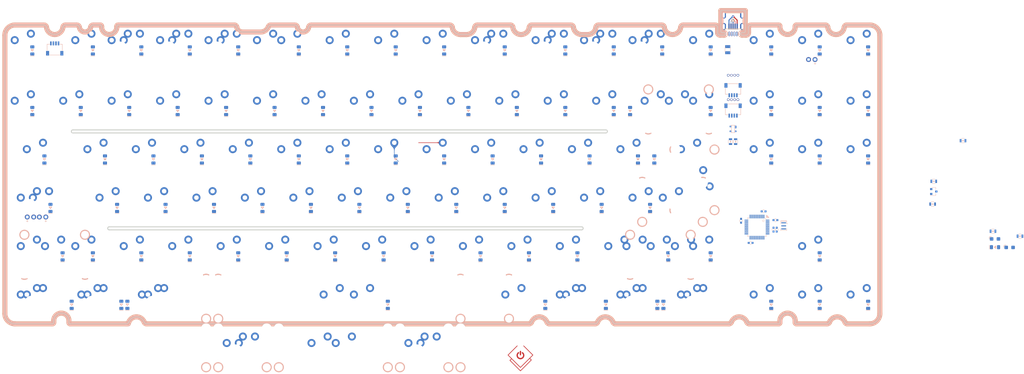
<source format=kicad_pcb>
(kicad_pcb (version 20171130) (host pcbnew "(5.1.11)-1")
  (layers (0 F.Cu signal) (31 B.Cu signal) (34 B.Paste user hide) (35 F.Paste user hide) (36 B.SilkS user) (37 F.SilkS user) (38 B.Mask user) (39 F.Mask user) (44 Edge.Cuts user))
  (net 0 "")
  (net 1 "Net-(D1-Pad2)")
  (net 2 "Net-(D7-Pad2)")
  (net 3 "Net-(D13-Pad2)")
  (net 4 "Net-(D19-Pad2)")
  (net 5 "Net-(D25-Pad2)")
  (net 6 "Net-(D31-Pad2)")
  (net 7 "Net-(D37-Pad2)")
  (net 8 "Net-(D43-Pad2)")
  (net 9 "Net-(D49-Pad2)")
  (net 10 "Net-(D55-Pad2)")
  (net 11 "Net-(D61-Pad2)")
  (net 12 "Net-(D67-Pad2)")
  (net 13 "Net-(D73-Pad2)")
  (net 14 "Net-(D79-Pad2)")
  (net 15 "Net-(D2-Pad2)")
  (net 16 "Net-(D3-Pad2)")
  (net 17 "Net-(D4-Pad2)")
  (net 18 "Net-(D5-Pad2)")
  (net 19 "Net-(D6-Pad2)")
  (net 20 "Net-(D8-Pad2)")
  (net 21 "Net-(D9-Pad2)")
  (net 22 "Net-(D10-Pad2)")
  (net 23 "Net-(D11-Pad2)")
  (net 24 "Net-(D12-Pad2)")
  (net 25 "Net-(D14-Pad2)")
  (net 26 "Net-(D15-Pad2)")
  (net 27 "Net-(D16-Pad2)")
  (net 28 "Net-(D17-Pad2)")
  (net 29 "Net-(D18-Pad2)")
  (net 30 "Net-(D20-Pad2)")
  (net 31 "Net-(D21-Pad2)")
  (net 32 "Net-(D22-Pad2)")
  (net 33 "Net-(D23-Pad2)")
  (net 34 "Net-(D26-Pad2)")
  (net 35 "Net-(D27-Pad2)")
  (net 36 "Net-(D28-Pad2)")
  (net 37 "Net-(D29-Pad2)")
  (net 38 "Net-(D32-Pad2)")
  (net 39 "Net-(D33-Pad2)")
  (net 40 "Net-(D34-Pad2)")
  (net 41 "Net-(D35-Pad2)")
  (net 42 "Net-(D38-Pad2)")
  (net 43 "Net-(D39-Pad2)")
  (net 44 "Net-(D40-Pad2)")
  (net 45 "Net-(D41-Pad2)")
  (net 46 "Net-(D44-Pad2)")
  (net 47 "Net-(D45-Pad2)")
  (net 48 "Net-(D46-Pad2)")
  (net 49 "Net-(D47-Pad2)")
  (net 50 "Net-(D48-Pad2)")
  (net 51 "Net-(D50-Pad2)")
  (net 52 "Net-(D51-Pad2)")
  (net 53 "Net-(D52-Pad2)")
  (net 54 "Net-(D53-Pad2)")
  (net 55 "Net-(D56-Pad2)")
  (net 56 "Net-(D57-Pad2)")
  (net 57 "Net-(D58-Pad2)")
  (net 58 "Net-(D59-Pad2)")
  (net 59 "Net-(D62-Pad2)")
  (net 60 "Net-(D63-Pad2)")
  (net 61 "Net-(D64-Pad2)")
  (net 62 "Net-(D65-Pad2)")
  (net 63 "Net-(D68-Pad2)")
  (net 64 "Net-(D69-Pad2)")
  (net 65 "Net-(D70-Pad2)")
  (net 66 "Net-(D71-Pad2)")
  (net 67 "Net-(D74-Pad2)")
  (net 68 "Net-(D75-Pad2)")
  (net 69 "Net-(D77-Pad2)")
  (net 70 "Net-(D78-Pad2)")
  (net 71 "Net-(D80-Pad2)")
  (net 72 "Net-(D81-Pad2)")
  (net 73 "Net-(D82-Pad2)")
  (net 74 "Net-(D83-Pad2)")
  (net 75 "Net-(D84-Pad2)")
  (net 76 "Net-(D86-Pad2)")
  (net 77 "Net-(D87-Pad2)")
  (net 78 "Net-(D90-Pad2)")
  (net 79 +5V)
  (net 80 GND)
  (net 81 DG-)
  (net 82 DG+)
  (net 83 C0)
  (net 84 C1)
  (net 85 C2)
  (net 86 C3)
  (net 87 C4)
  (net 88 C5)
  (net 89 C6)
  (net 90 C7)
  (net 91 C8)
  (net 92 R0)
  (net 93 R4)
  (net 94 R3)
  (net 95 R5)
  (net 96 "Net-(D24-Pad2)")
  (net 97 "Net-(D30-Pad2)")
  (net 98 "Net-(D36-Pad2)")
  (net 99 "Net-(D42-Pad2)")
  (net 100 "Net-(D54-Pad2)")
  (net 101 "Net-(D60-Pad2)")
  (net 102 "Net-(D66-Pad2)")
  (net 103 "Net-(D72-Pad2)")
  (net 104 "Net-(D76-Pad2)")
  (net 105 "Net-(D85-Pad2)")
  (net 106 "Net-(D88-Pad2)")
  (net 107 "Net-(D89-Pad2)")
  (net 108 "Net-(LED1-Pad1)")
  (net 109 "Net-(LED2-Pad1)")
  (net 110 VCC)
  (net 111 "Net-(MX110-Pad1)")
  (net 112 "Net-(MX110-Pad2)")
  (net 113 "Net-(MX113-Pad1)")
  (net 114 "Net-(MX113-Pad2)")
  (net 115 "Net-(D91-Pad2)")
  (net 116 "Net-(J8-Pad2)")
  (net 117 "Net-(J8-Pad5)")
  (net 118 R2)
  (net 119 R1)
  (net 120 C9)
  (net 121 C10)
  (net 122 C11)
  (net 123 C12)
  (net 124 C13)
  (net 125 C14)
  (net 126 C15)
  (net 127 C16)
  (net 128 C17)
  (net 129 "Net-(MX120-Pad1)")
  (net 130 "Net-(MX120-Pad2)")
  (net 131 "Net-(C1-Pad2)")
  (net 132 +3V3)
  (net 133 RGB)
  (net 134 D+)
  (net 135 D-)
  (net 136 "Net-(U1-Pad6)")
  (net 137 "Net-(U1-Pad5)")
  (net 138 "Net-(D87-Pad1)")
  (net 139 "Net-(D88-Pad1)")
  (net 140 "Net-(J2-Pad4)")
  (net 141 "Net-(J3-Pad4)")
  (net 142 indicator1)
  (net 143 indicator2)
  (net 144 "Net-(U1-Pad46)")
  (net 145 "Net-(U1-Pad45)")
  (net 146 BOOT0)
  (net 147 "Net-(U1-Pad43)")
  (net 148 "Net-(U1-Pad42)")
  (net 149 "Net-(U1-Pad41)")
  (net 150 "Net-(U1-Pad40)")
  (net 151 "Net-(U1-Pad39)")
  (net 152 "Net-(U1-Pad38)")
  (net 153 SWCLK)
  (net 154 SWDIO)
  (net 155 "Net-(U1-Pad31)")
  (net 156 "Net-(U1-Pad30)")
  (net 157 "Net-(U1-Pad29)")
  (net 158 "Net-(U1-Pad27)")
  (net 159 "Net-(U1-Pad26)")
  (net 160 "Net-(U1-Pad25)")
  (net 161 "Net-(U1-Pad22)")
  (net 162 "Net-(U1-Pad21)")
  (net 163 "Net-(U1-Pad20)")
  (net 164 "Net-(U1-Pad19)")
  (net 165 "Net-(U1-Pad18)")
  (net 166 "Net-(U1-Pad17)")
  (net 167 "Net-(U1-Pad16)")
  (net 168 "Net-(U1-Pad15)")
  (net 169 "Net-(U1-Pad14)")
  (net 170 "Net-(U1-Pad13)")
  (net 171 "Net-(U1-Pad12)")
  (net 172 "Net-(U1-Pad11)")
  (net 173 "Net-(U1-Pad10)")
  (net 174 NRST)
  (net 175 "Net-(U1-Pad4)")
  (net 176 "Net-(U1-Pad3)")
  (net 177 "Net-(U1-Pad2)")
  (module sanproject-keyboard-part:C_0603 (layer B.Cu) (at 318.325 95.775048 90)
    (fp_text reference C8)
    (fp_text value 0.1uF)
    (pad 2 smd rect (at 0.75 0 90) (size 0.8 0.75) (layers B.Cu B.Paste B.Mask) (net 80 GND))
    (pad 1 smd rect (at -0.75 0 90) (size 0.8 0.75) (layers B.Cu B.Paste B.Mask) (net 132 +3V3))
  )
  (module sanproject-keyboard-part:C_0603 (layer B.Cu) (at 309.325 100.975048)
    (fp_text reference C7)
    (fp_text value 0.1uF)
    (pad 2 smd rect (at 0.75 0) (size 0.8 0.75) (layers B.Cu B.Paste B.Mask) (net 80 GND))
    (pad 1 smd rect (at -0.75 0) (size 0.8 0.75) (layers B.Cu B.Paste B.Mask) (net 132 +3V3))
  )
  (module sanproject-keyboard-part:C_0603 (layer B.Cu) (at 314.425 88.575048 180)
    (fp_text reference C6)
    (fp_text value 0.1uF)
    (pad 2 smd rect (at 0.75 0 180) (size 0.8 0.75) (layers B.Cu B.Paste B.Mask) (net 80 GND))
    (pad 1 smd rect (at -0.75 0 180) (size 0.8 0.75) (layers B.Cu B.Paste B.Mask) (net 132 +3V3))
  )
  (module sanproject-keyboard-part:C_0603 (layer B.Cu) (at 319.075 92.025048)
    (fp_text reference C5)
    (fp_text value 0.1uF)
    (pad 2 smd rect (at 0.75 0) (size 0.8 0.75) (layers B.Cu B.Paste B.Mask) (net 80 GND))
    (pad 1 smd rect (at -0.75 0) (size 0.8 0.75) (layers B.Cu B.Paste B.Mask) (net 132 +3V3))
  )
  (module sanproject-keyboard-part:C_0603 (layer B.Cu) (at 305.575 92.275048 270)
    (fp_text reference C4)
    (fp_text value 0.1uF)
    (pad 2 smd rect (at 0.75 0 270) (size 0.8 0.75) (layers B.Cu B.Paste B.Mask) (net 80 GND))
    (pad 1 smd rect (at -0.75 0 270) (size 0.8 0.75) (layers B.Cu B.Paste B.Mask) (net 132 +3V3))
  )
  (module sanproject-keyboard-part:C_0603 (layer B.Cu) (at 319.575 95.775048 90)
    (fp_text reference C3)
    (fp_text value 1uF)
    (pad 2 smd rect (at 0.75 0 90) (size 0.8 0.75) (layers B.Cu B.Paste B.Mask) (net 80 GND))
    (pad 1 smd rect (at -0.75 0 90) (size 0.8 0.75) (layers B.Cu B.Paste B.Mask) (net 132 +3V3))
  )
  (module MX_Solder_SawnsProjects:MXOnly-1U-NoLED (layer F.Cu) (at 261.9375 66.675)
    (fp_text reference MX69)
    (fp_text value 1U)
    (pad 1 smd circle (at -3.81 -2.54) (size 3.2 3.2) (layers B.Cu) (net 123 C12))
    (pad "" np_thru_hole circle (at -5.08 0 48.0996) (size 1.75 1.75) (drill 1.75) (layers *.Cu *.Mask))
    (pad "" np_thru_hole circle (at 0 0) (size 3.9878 3.9878) (drill 3.9878) (layers *.Cu *.Mask))
    (pad 1 thru_hole circle (at -3.81 -2.54) (size 2.4 2.4) (drill 1.8) (layers *.Cu) (net 123 C12))
    (pad 2 thru_hole circle (at 2.54 -5.08) (size 2.4 2.4) (drill 1.8) (layers *.Cu) (net 12 "Net-(D67-Pad2)"))
    (pad "" np_thru_hole circle (at 5.08 0 48.0996) (size 1.75 1.75) (drill 1.75) (layers *.Cu *.Mask))
    (pad 2 smd circle (at 2.54 -5.08) (size 3.2 3.2) (layers B.Cu) (net 12 "Net-(D67-Pad2)"))
  )
  (module Crystal:Resonator_SMD_muRata_CSTxExxV-3Pin_3.0x1.1mm (layer B.Cu) (at 322.325 94.275048 270)
    (fp_text reference Y1)
    (fp_text value 8Mhz)
    (pad 3 smd rect (at 1.2 0 270) (size 0.4 1.9) (layers B.Cu B.Paste B.Mask) (net 136 "Net-(U1-Pad6)"))
    (pad 2 smd rect (at 0 0 270) (size 0.4 1.9) (layers B.Cu B.Paste B.Mask) (net 80 GND))
    (pad 1 smd rect (at -1.2 0 270) (size 0.4 1.9) (layers B.Cu B.Paste B.Mask) (net 137 "Net-(U1-Pad5)"))
  )
  (module sanproject-keyboard-part:LQFP-48_7x7mm_P0.5mm (layer B.Cu) (at 311.825 94.775048 180)
    (fp_text reference U1)
    (fp_text value "STM32FXXX(LQFP48)")
    (pad 1 smd roundrect (at -4.1625 2.75 180) (size 1.475 0.3) (layers B.Cu B.Paste B.Mask) (net 132 +3V3))
    (pad 2 smd roundrect (at -4.1625 2.25 180) (size 1.475 0.3) (layers B.Cu B.Paste B.Mask) (net 177 "Net-(U1-Pad2)"))
    (pad 3 smd roundrect (at -4.1625 1.75 180) (size 1.475 0.3) (layers B.Cu B.Paste B.Mask) (net 176 "Net-(U1-Pad3)"))
    (pad 4 smd roundrect (at -4.1625 1.25 180) (size 1.475 0.3) (layers B.Cu B.Paste B.Mask) (net 175 "Net-(U1-Pad4)"))
    (pad 5 smd roundrect (at -4.1625 0.75 180) (size 1.475 0.3) (layers B.Cu B.Paste B.Mask) (net 137 "Net-(U1-Pad5)"))
    (pad 6 smd roundrect (at -4.1625 0.25 180) (size 1.475 0.3) (layers B.Cu B.Paste B.Mask) (net 136 "Net-(U1-Pad6)"))
    (pad 7 smd roundrect (at -4.1625 -0.25 180) (size 1.475 0.3) (layers B.Cu B.Paste B.Mask) (net 174 NRST))
    (pad 8 smd roundrect (at -4.1625 -0.75 180) (size 1.475 0.3) (layers B.Cu B.Paste B.Mask) (net 80 GND))
    (pad 9 smd roundrect (at -4.1625 -1.25 180) (size 1.475 0.3) (layers B.Cu B.Paste B.Mask) (net 132 +3V3))
    (pad 10 smd roundrect (at -4.1625 -1.75 180) (size 1.475 0.3) (layers B.Cu B.Paste B.Mask) (net 173 "Net-(U1-Pad10)"))
    (pad 11 smd roundrect (at -4.1625 -2.25 180) (size 1.475 0.3) (layers B.Cu B.Paste B.Mask) (net 172 "Net-(U1-Pad11)"))
    (pad 12 smd roundrect (at -4.1625 -2.75 180) (size 1.475 0.3) (layers B.Cu B.Paste B.Mask) (net 171 "Net-(U1-Pad12)"))
    (pad 13 smd roundrect (at -2.75 -4.1625 180) (size 0.3 1.475) (layers B.Cu B.Paste B.Mask) (net 170 "Net-(U1-Pad13)"))
    (pad 14 smd roundrect (at -2.25 -4.1625 180) (size 0.3 1.475) (layers B.Cu B.Paste B.Mask) (net 169 "Net-(U1-Pad14)"))
    (pad 15 smd roundrect (at -1.75 -4.1625 180) (size 0.3 1.475) (layers B.Cu B.Paste B.Mask) (net 168 "Net-(U1-Pad15)"))
    (pad 16 smd roundrect (at -1.25 -4.1625 180) (size 0.3 1.475) (layers B.Cu B.Paste B.Mask) (net 167 "Net-(U1-Pad16)"))
    (pad 17 smd roundrect (at -0.75 -4.1625 180) (size 0.3 1.475) (layers B.Cu B.Paste B.Mask) (net 166 "Net-(U1-Pad17)"))
    (pad 18 smd roundrect (at -0.25 -4.1625 180) (size 0.3 1.475) (layers B.Cu B.Paste B.Mask) (net 165 "Net-(U1-Pad18)"))
    (pad 19 smd roundrect (at 0.25 -4.1625 180) (size 0.3 1.475) (layers B.Cu B.Paste B.Mask) (net 164 "Net-(U1-Pad19)"))
    (pad 20 smd roundrect (at 0.75 -4.1625 180) (size 0.3 1.475) (layers B.Cu B.Paste B.Mask) (net 163 "Net-(U1-Pad20)"))
    (pad 21 smd roundrect (at 1.25 -4.1625 180) (size 0.3 1.475) (layers B.Cu B.Paste B.Mask) (net 162 "Net-(U1-Pad21)"))
    (pad 22 smd roundrect (at 1.75 -4.1625 180) (size 0.3 1.475) (layers B.Cu B.Paste B.Mask) (net 161 "Net-(U1-Pad22)"))
    (pad 23 smd roundrect (at 2.25 -4.1625 180) (size 0.3 1.475) (layers B.Cu B.Paste B.Mask) (net 80 GND))
    (pad 24 smd roundrect (at 2.75 -4.1625 180) (size 0.3 1.475) (layers B.Cu B.Paste B.Mask) (net 132 +3V3))
    (pad 25 smd roundrect (at 4.1625 -2.75 180) (size 1.475 0.3) (layers B.Cu B.Paste B.Mask) (net 160 "Net-(U1-Pad25)"))
    (pad 26 smd roundrect (at 4.1625 -2.25 180) (size 1.475 0.3) (layers B.Cu B.Paste B.Mask) (net 159 "Net-(U1-Pad26)"))
    (pad 27 smd roundrect (at 4.1625 -1.75 180) (size 1.475 0.3) (layers B.Cu B.Paste B.Mask) (net 158 "Net-(U1-Pad27)"))
    (pad 28 smd roundrect (at 4.1625 -1.25 180) (size 1.475 0.3) (layers B.Cu B.Paste B.Mask) (net 133 RGB))
    (pad 29 smd roundrect (at 4.1625 -0.75 180) (size 1.475 0.3) (layers B.Cu B.Paste B.Mask) (net 157 "Net-(U1-Pad29)"))
    (pad 30 smd roundrect (at 4.1625 -0.25 180) (size 1.475 0.3) (layers B.Cu B.Paste B.Mask) (net 156 "Net-(U1-Pad30)"))
    (pad 31 smd roundrect (at 4.1625 0.25 180) (size 1.475 0.3) (layers B.Cu B.Paste B.Mask) (net 155 "Net-(U1-Pad31)"))
    (pad 32 smd roundrect (at 4.1625 0.75 180) (size 1.475 0.3) (layers B.Cu B.Paste B.Mask) (net 135 D-))
    (pad 33 smd roundrect (at 4.1625 1.25 180) (size 1.475 0.3) (layers B.Cu B.Paste B.Mask) (net 134 D+))
    (pad 34 smd roundrect (at 4.1625 1.75 180) (size 1.475 0.3) (layers B.Cu B.Paste B.Mask) (net 154 SWDIO))
    (pad 35 smd roundrect (at 4.1625 2.25 180) (size 1.475 0.3) (layers B.Cu B.Paste B.Mask) (net 80 GND))
    (pad 36 smd roundrect (at 4.1625 2.75 180) (size 1.475 0.3) (layers B.Cu B.Paste B.Mask) (net 132 +3V3))
    (pad 37 smd roundrect (at 2.75 4.1625 180) (size 0.3 1.475) (layers B.Cu B.Paste B.Mask) (net 153 SWCLK))
    (pad 38 smd roundrect (at 2.25 4.1625 180) (size 0.3 1.475) (layers B.Cu B.Paste B.Mask) (net 152 "Net-(U1-Pad38)"))
    (pad 39 smd roundrect (at 1.75 4.1625 180) (size 0.3 1.475) (layers B.Cu B.Paste B.Mask) (net 151 "Net-(U1-Pad39)"))
    (pad 40 smd roundrect (at 1.25 4.1625 180) (size 0.3 1.475) (layers B.Cu B.Paste B.Mask) (net 150 "Net-(U1-Pad40)"))
    (pad 41 smd roundrect (at 0.75 4.1625 180) (size 0.3 1.475) (layers B.Cu B.Paste B.Mask) (net 149 "Net-(U1-Pad41)"))
    (pad 42 smd roundrect (at 0.25 4.1625 180) (size 0.3 1.475) (layers B.Cu B.Paste B.Mask) (net 148 "Net-(U1-Pad42)"))
    (pad 43 smd roundrect (at -0.25 4.1625 180) (size 0.3 1.475) (layers B.Cu B.Paste B.Mask) (net 147 "Net-(U1-Pad43)"))
    (pad 44 smd roundrect (at -0.75 4.1625 180) (size 0.3 1.475) (layers B.Cu B.Paste B.Mask) (net 146 BOOT0))
    (pad 45 smd roundrect (at -1.25 4.1625 180) (size 0.3 1.475) (layers B.Cu B.Paste B.Mask) (net 145 "Net-(U1-Pad45)"))
    (pad 46 smd roundrect (at -1.75 4.1625 180) (size 0.3 1.475) (layers B.Cu B.Paste B.Mask) (net 144 "Net-(U1-Pad46)"))
    (pad 47 smd roundrect (at -2.25 4.1625 180) (size 0.3 1.475) (layers B.Cu B.Paste B.Mask) (net 80 GND))
    (pad 48 smd roundrect (at -2.75 4.1625 180) (size 0.3 1.475) (layers B.Cu B.Paste B.Mask) (net 132 +3V3))
  )
  (module Package_TO_SOT_SMD:SOT-23 (layer B.Cu) (at 381.325 80.775048)
    (fp_text reference U2)
    (fp_text value MCP1700-5002E_SOT23)
    (pad 3 smd rect (at 1 0) (size 0.9 0.8) (layers B.Cu B.Paste B.Mask) (net 79 +5V))
    (pad 2 smd rect (at -1 -0.95) (size 0.9 0.8) (layers B.Cu B.Paste B.Mask) (net 132 +3V3))
    (pad 1 smd rect (at -1 0.95) (size 0.9 0.8) (layers B.Cu B.Paste B.Mask) (net 131 "Net-(C1-Pad2)"))
  )
  (module sanproject-keyboard-part:R_0805 (layer B.Cu) (at 415.228127 98.352199)
    (fp_text reference R8)
    (fp_text value 1.5k)
    (pad 2 smd rect (at 0.95 0) (size 0.7 1.3) (layers B.Cu B.Paste B.Mask) (net 132 +3V3))
    (pad 1 smd rect (at -0.95 0) (size 0.7 1.3) (layers B.Cu B.Paste B.Mask) (net 134 D+))
  )
  (module sanproject-keyboard-part:R_0805 (layer B.Cu) (at 381.325 76.775048)
    (fp_text reference R7)
    (fp_text value 100k)
    (pad 2 smd rect (at 0.95 0) (size 0.7 1.3) (layers B.Cu B.Paste B.Mask) (net 131 "Net-(C1-Pad2)"))
    (pad 1 smd rect (at -0.95 0) (size 0.7 1.3) (layers B.Cu B.Paste B.Mask) (net 132 +3V3))
  )
  (module sanproject-keyboard-part:R_0805 (layer B.Cu) (at 404.608127 96.402199)
    (fp_text reference R6)
    (fp_text value 100k)
    (pad 2 smd rect (at 0.95 0) (size 0.7 1.3) (layers B.Cu B.Paste B.Mask) (net 79 +5V))
    (pad 1 smd rect (at -0.95 0) (size 0.7 1.3) (layers B.Cu B.Paste B.Mask) (net 131 "Net-(C1-Pad2)"))
  )
  (module sanproject-keyboard-part:DIODE_1206_SawnsProjects (layer B.Cu) (at 405.408127 102.667199)
    (fp_text reference D92)
    (fp_text value 1N4148W)
    (pad 2 smd roundrect (at 1.4 0) (size 1.2 1.6) (layers B.Cu B.Paste B.Mask) (roundrect_rratio 0.2) (net 132 +3V3))
    (pad 1 smd roundrect (at -1.4 0) (size 1.2 1.6) (layers B.Cu B.Paste B.Mask) (roundrect_rratio 0.2) (net 79 +5V))
  )
  (module sanproject-keyboard-part:CP_EIA-3216 (layer B.Cu) (at 411.158127 102.767199)
    (fp_text reference C2)
    (fp_text value 1uF)
    (pad 1 smd roundrect (at -1.35 0) (size 1.4 1.35) (layers B.Cu B.Paste B.Mask) (roundrect_rratio 0.185185) (net 132 +3V3))
    (pad 2 smd roundrect (at 1.35 0) (size 1.4 1.35) (layers B.Cu B.Paste B.Mask) (roundrect_rratio 0.185185) (net 131 "Net-(C1-Pad2)"))
  )
  (module sanproject-keyboard-part:CP_EIA-3216 (layer B.Cu) (at 405.408127 99.417199)
    (fp_text reference C1)
    (fp_text value 1uF)
    (pad 1 smd roundrect (at -1.35 0) (size 1.4 1.35) (layers B.Cu B.Paste B.Mask) (roundrect_rratio 0.185185) (net 79 +5V))
    (pad 2 smd roundrect (at 1.35 0) (size 1.4 1.35) (layers B.Cu B.Paste B.Mask) (roundrect_rratio 0.185185) (net 131 "Net-(C1-Pad2)"))
  )
  (module sanproject-keyboard-part:BreakoutUSB (layer F.Cu) (at 302.419218 18.81251)
    (fp_text reference J8)
    (fp_text value Conn_01x04_Female)
    (pad 4 thru_hole oval (at 0.5 0) (size 0.7 1.8) (drill 0.5) (layers *.Cu *.Mask) (net 82 DG+))
    (pad 4 thru_hole circle (at 0.5 -0.6) (size 0.5 0.5) (drill 0.4) (layers *.Cu *.Mask) (net 82 DG+))
    (pad 4 thru_hole circle (at 0.5 0.6 180) (size 0.5 0.5) (drill 0.4) (layers *.Cu *.Mask) (net 82 DG+))
    (pad 6 thru_hole oval (at 2.5 0) (size 0.7 1.8) (drill 0.5) (layers *.Cu *.Mask) (net 80 GND))
    (pad 6 thru_hole circle (at 2.5 -0.6) (size 0.5 0.5) (drill 0.4) (layers *.Cu *.Mask) (net 80 GND))
    (pad 6 thru_hole circle (at 2.5 0.6 180) (size 0.5 0.5) (drill 0.4) (layers *.Cu *.Mask) (net 80 GND))
    (pad 5 thru_hole circle (at 1.5 0.6 180) (size 0.5 0.5) (drill 0.4) (layers *.Cu *.Mask) (net 117 "Net-(J8-Pad5)"))
    (pad 5 thru_hole oval (at 1.5 0 180) (size 0.7 1.8) (drill 0.5) (layers *.Cu *.Mask) (net 117 "Net-(J8-Pad5)"))
    (pad 5 thru_hole circle (at 1.5 -0.6) (size 0.5 0.5) (drill 0.4) (layers *.Cu *.Mask) (net 117 "Net-(J8-Pad5)"))
    (pad 3 thru_hole oval (at -0.5 0 180) (size 0.7 1.8) (drill 0.5) (layers *.Cu *.Mask) (net 81 DG-))
    (pad 3 thru_hole circle (at -0.5 0.6 180) (size 0.5 0.5) (drill 0.4) (layers *.Cu *.Mask) (net 81 DG-))
    (pad 3 thru_hole circle (at -0.5 -0.6) (size 0.5 0.5) (drill 0.4) (layers *.Cu *.Mask) (net 81 DG-))
    (pad 2 thru_hole oval (at -1.5 0) (size 0.7 1.8) (drill 0.5) (layers *.Cu *.Mask) (net 116 "Net-(J8-Pad2)"))
    (pad 2 thru_hole circle (at -1.5 -0.6) (size 0.5 0.5) (drill 0.4) (layers *.Cu *.Mask) (net 116 "Net-(J8-Pad2)"))
    (pad 2 thru_hole circle (at -1.5 0.6 180) (size 0.5 0.5) (drill 0.4) (layers *.Cu *.Mask) (net 116 "Net-(J8-Pad2)"))
    (pad 1 thru_hole circle (at -2.5 -0.6) (size 0.5 0.5) (drill 0.4) (layers *.Cu *.Mask) (net 110 VCC))
    (pad 1 thru_hole circle (at -2.5 0.6 180) (size 0.5 0.5) (drill 0.4) (layers *.Cu *.Mask) (net 110 VCC))
    (pad 1 thru_hole oval (at -2.5 0 180) (size 0.7 1.8) (drill 0.5) (layers *.Cu *.Mask) (net 110 VCC))
  )
  (module MX_Solder_SawnsProjects:MXOnly-1U-NoLED (layer F.Cu) (at 257.174952 104.775048)
    (fp_text reference MX120)
    (fp_text value 1U)
    (pad 1 smd circle (at -3.81 -2.54) (size 3.2 3.2) (layers B.Cu) (net 129 "Net-(MX120-Pad1)"))
    (pad "" np_thru_hole circle (at -5.08 0 48.0996) (size 1.75 1.75) (drill 1.75) (layers *.Cu *.Mask))
    (pad "" np_thru_hole circle (at 0 0) (size 3.9878 3.9878) (drill 3.9878) (layers *.Cu *.Mask))
    (pad 1 thru_hole circle (at -3.81 -2.54) (size 2.4 2.4) (drill 1.8) (layers *.Cu) (net 129 "Net-(MX120-Pad1)"))
    (pad 2 thru_hole circle (at 2.54 -5.08) (size 2.4 2.4) (drill 1.8) (layers *.Cu) (net 130 "Net-(MX120-Pad2)"))
    (pad "" np_thru_hole circle (at 5.08 0 48.0996) (size 1.75 1.75) (drill 1.75) (layers *.Cu *.Mask))
    (pad 2 smd circle (at 2.54 -5.08) (size 3.2 3.2) (layers B.Cu) (net 130 "Net-(MX120-Pad2)"))
  )
  (module MX_Solder_SawnsProjects:MXOnly-1.75U-NoLED (layer F.Cu) (at 283.368724 104.775048)
    (fp_text reference MX119)
    (fp_text value 1.75U)
    (pad 1 smd circle (at -3.81 -2.54) (size 3.2 3.2) (layers B.Cu) (net 124 C13))
    (pad "" np_thru_hole circle (at -5.08 0 48.0996) (size 1.75 1.75) (drill 1.75) (layers *.Cu *.Mask))
    (pad "" np_thru_hole circle (at 0 0) (size 3.9878 3.9878) (drill 3.9878) (layers *.Cu *.Mask))
    (pad 1 thru_hole circle (at -3.81 -2.54) (size 2.4 2.4) (drill 1.8) (layers *.Cu) (net 124 C13))
    (pad 2 thru_hole circle (at 2.54 -5.08) (size 2.4 2.4) (drill 1.8) (layers *.Cu) (net 67 "Net-(D74-Pad2)"))
    (pad "" np_thru_hole circle (at 5.08 0 48.0996) (size 1.75 1.75) (drill 1.75) (layers *.Cu *.Mask))
    (pad 2 smd circle (at 2.54 -5.08) (size 3.2 3.2) (layers B.Cu) (net 67 "Net-(D74-Pad2)"))
  )
  (module MX_Solder_SawnsProjects:MXOnly-1U-NoLED (layer F.Cu) (at 176.2125 47.625)
    (fp_text reference MX48)
    (fp_text value 1U)
    (pad 1 smd circle (at -3.81 -2.54) (size 3.2 3.2) (layers B.Cu) (net 91 C8))
    (pad "" np_thru_hole circle (at -5.08 0 48.0996) (size 1.75 1.75) (drill 1.75) (layers *.Cu *.Mask))
    (pad "" np_thru_hole circle (at 0 0) (size 3.9878 3.9878) (drill 3.9878) (layers *.Cu *.Mask))
    (pad 1 thru_hole circle (at -3.81 -2.54) (size 2.4 2.4) (drill 1.8) (layers *.Cu) (net 91 C8))
    (pad 2 thru_hole circle (at 2.54 -5.08) (size 2.4 2.4) (drill 1.8) (layers *.Cu) (net 48 "Net-(D46-Pad2)"))
    (pad "" np_thru_hole circle (at 5.08 0 48.0996) (size 1.75 1.75) (drill 1.75) (layers *.Cu *.Mask))
    (pad 2 smd circle (at 2.54 -5.08) (size 3.2 3.2) (layers B.Cu) (net 48 "Net-(D46-Pad2)"))
  )
  (module sanproject-keyboard-part:JST-SR-4 (layer B.Cu) (at 35.71875 27.3125 180)
    (fp_text reference J9)
    (fp_text value Conn_01x04_Female)
    (pad 3 smd rect (at 0.5 4.775 180) (size 0.6 1.55) (layers B.Cu B.Paste B.Mask) (net 82 DG+))
    (pad 4 smd rect (at 1.5 4.775 180) (size 0.6 1.55) (layers B.Cu B.Paste B.Mask) (net 80 GND))
    (pad 2 smd rect (at -0.5 4.775 180) (size 0.6 1.55) (layers B.Cu B.Paste B.Mask) (net 81 DG-))
    (pad 1 smd rect (at -1.5 4.775 180) (size 0.6 1.55) (layers B.Cu B.Paste B.Mask) (net 79 +5V))
    (pad "" smd rect (at -2.8 0.9 180) (size 1.2 1.8) (layers B.Cu B.Paste B.Mask))
    (pad "" smd rect (at 2.8 0.9 180) (size 1.2 1.8) (layers B.Cu B.Paste B.Mask))
  )
  (module sanproject-keyboard-part:DIODE_1206_SawnsProjects (layer B.Cu) (at 228.600212 125.325 90)
    (fp_text reference D91)
    (fp_text value D)
    (pad 2 smd roundrect (at 1.4 0 90) (size 1.2 1.6) (layers B.Cu B.Paste B.Mask) (roundrect_rratio 0.2) (net 115 "Net-(D91-Pad2)"))
    (pad 1 smd roundrect (at -1.4 0 90) (size 1.2 1.6) (layers B.Cu B.Paste B.Mask) (roundrect_rratio 0.2) (net 95 R5))
  )
  (module MX_Solder_SawnsProjects:MXOnly-1.25U-NoLED (layer F.Cu) (at 288.131272 123.825072)
    (fp_text reference MX118)
    (fp_text value 1.25U)
    (pad 1 smd circle (at -3.81 -2.54) (size 3.2 3.2) (layers B.Cu) (net 125 C14))
    (pad "" np_thru_hole circle (at -5.08 0 48.0996) (size 1.75 1.75) (drill 1.75) (layers *.Cu *.Mask))
    (pad "" np_thru_hole circle (at 0 0) (size 3.9878 3.9878) (drill 3.9878) (layers *.Cu *.Mask))
    (pad 1 thru_hole circle (at -3.81 -2.54) (size 2.4 2.4) (drill 1.8) (layers *.Cu) (net 125 C14))
    (pad 2 thru_hole circle (at 2.54 -5.08) (size 2.4 2.4) (drill 1.8) (layers *.Cu) (net 69 "Net-(D77-Pad2)"))
    (pad "" np_thru_hole circle (at 5.08 0 48.0996) (size 1.75 1.75) (drill 1.75) (layers *.Cu *.Mask))
    (pad 2 smd circle (at 2.54 -5.08) (size 3.2 3.2) (layers B.Cu) (net 69 "Net-(D77-Pad2)"))
  )
  (module MX_Solder_SawnsProjects:MXOnly-1.25U-NoLED (layer F.Cu) (at 264.318772 123.825072)
    (fp_text reference MX117)
    (fp_text value 1.25U)
    (pad 1 smd circle (at -3.81 -2.54) (size 3.2 3.2) (layers B.Cu) (net 124 C13))
    (pad "" np_thru_hole circle (at -5.08 0 48.0996) (size 1.75 1.75) (drill 1.75) (layers *.Cu *.Mask))
    (pad "" np_thru_hole circle (at 0 0) (size 3.9878 3.9878) (drill 3.9878) (layers *.Cu *.Mask))
    (pad 1 thru_hole circle (at -3.81 -2.54) (size 2.4 2.4) (drill 1.8) (layers *.Cu) (net 124 C13))
    (pad 2 thru_hole circle (at 2.54 -5.08) (size 2.4 2.4) (drill 1.8) (layers *.Cu) (net 68 "Net-(D75-Pad2)"))
    (pad "" np_thru_hole circle (at 5.08 0 48.0996) (size 1.75 1.75) (drill 1.75) (layers *.Cu *.Mask))
    (pad 2 smd circle (at 2.54 -5.08) (size 3.2 3.2) (layers B.Cu) (net 68 "Net-(D75-Pad2)"))
  )
  (module MX_Solder_SawnsProjects:MXOnly-1.25U-NoLED (layer F.Cu) (at 240.506272 123.825072)
    (fp_text reference MX116)
    (fp_text value 1.25U)
    (pad 1 smd circle (at -3.81 -2.54) (size 3.2 3.2) (layers B.Cu) (net 123 C12))
    (pad "" np_thru_hole circle (at -5.08 0 48.0996) (size 1.75 1.75) (drill 1.75) (layers *.Cu *.Mask))
    (pad "" np_thru_hole circle (at 0 0) (size 3.9878 3.9878) (drill 3.9878) (layers *.Cu *.Mask))
    (pad 1 thru_hole circle (at -3.81 -2.54) (size 2.4 2.4) (drill 1.8) (layers *.Cu) (net 123 C12))
    (pad 2 thru_hole circle (at 2.54 -5.08) (size 2.4 2.4) (drill 1.8) (layers *.Cu) (net 64 "Net-(D69-Pad2)"))
    (pad "" np_thru_hole circle (at 5.08 0 48.0996) (size 1.75 1.75) (drill 1.75) (layers *.Cu *.Mask))
    (pad 2 smd circle (at 2.54 -5.08) (size 3.2 3.2) (layers B.Cu) (net 64 "Net-(D69-Pad2)"))
  )
  (module MX_Solder_SawnsProjects:MXOnly-1.25U-NoLED (layer F.Cu) (at 216.693772 123.825072)
    (fp_text reference MX115)
    (fp_text value 1.25U)
    (pad 1 smd circle (at -3.81 -2.54) (size 3.2 3.2) (layers B.Cu) (net 122 C11))
    (pad "" np_thru_hole circle (at -5.08 0 48.0996) (size 1.75 1.75) (drill 1.75) (layers *.Cu *.Mask))
    (pad "" np_thru_hole circle (at 0 0) (size 3.9878 3.9878) (drill 3.9878) (layers *.Cu *.Mask))
    (pad 1 thru_hole circle (at -3.81 -2.54) (size 2.4 2.4) (drill 1.8) (layers *.Cu) (net 122 C11))
    (pad 2 thru_hole circle (at 2.54 -5.08) (size 2.4 2.4) (drill 1.8) (layers *.Cu) (net 115 "Net-(D91-Pad2)"))
    (pad "" np_thru_hole circle (at 5.08 0 48.0996) (size 1.75 1.75) (drill 1.75) (layers *.Cu *.Mask))
    (pad 2 smd circle (at 2.54 -5.08) (size 3.2 3.2) (layers B.Cu) (net 115 "Net-(D91-Pad2)"))
  )
  (module MX_Solder_SawnsProjects:MXOnly-2.75U-ReversedStabilizers-NoLED (layer F.Cu) (at 178.593772 142.875072)
    (fp_text reference MX114)
    (fp_text value 2.75U)
    (pad "" np_thru_hole circle (at 11.90625 -8.255) (size 3.9878 3.9878) (drill 3.9878) (layers *.Cu *.Mask))
    (pad "" np_thru_hole circle (at -11.90625 -8.255) (size 3.9878 3.9878) (drill 3.9878) (layers *.Cu *.Mask))
    (pad "" np_thru_hole circle (at 11.90625 6.985) (size 3.048 3.048) (drill 3.048) (layers *.Cu *.Mask))
    (pad "" np_thru_hole circle (at -11.90625 6.985) (size 3.048 3.048) (drill 3.048) (layers *.Cu *.Mask))
    (pad 1 smd circle (at -3.81 -2.54) (size 3.2 3.2) (layers B.Cu) (net 114 "Net-(MX113-Pad2)"))
    (pad "" np_thru_hole circle (at -5.08 0 48.0996) (size 1.75 1.75) (drill 1.75) (layers *.Cu *.Mask))
    (pad 2 smd circle (at 2.54 -5.08) (size 3.2 3.2) (layers B.Cu) (net 113 "Net-(MX113-Pad1)"))
    (pad "" np_thru_hole circle (at 0 0) (size 3.9878 3.9878) (drill 3.9878) (layers *.Cu *.Mask))
    (pad 2 thru_hole circle (at 2.54 -5.08) (size 2.4 2.4) (drill 1.8) (layers *.Cu) (net 113 "Net-(MX113-Pad1)"))
    (pad 1 thru_hole circle (at -3.81 -2.54) (size 2.4 2.4) (drill 1.8) (layers *.Cu) (net 114 "Net-(MX113-Pad2)"))
    (pad "" np_thru_hole circle (at 5.08 0 48.0996) (size 1.75 1.75) (drill 1.75) (layers *.Cu *.Mask))
  )
  (module MX_Solder_SawnsProjects:MXOnly-2.25U-ReversedStabilizers-NoLED (layer F.Cu) (at 183.356272 142.875072)
    (fp_text reference MX113)
    (fp_text value 2.25U)
    (pad "" np_thru_hole circle (at 11.90625 -8.255) (size 3.9878 3.9878) (drill 3.9878) (layers *.Cu *.Mask))
    (pad "" np_thru_hole circle (at -11.90625 -8.255) (size 3.9878 3.9878) (drill 3.9878) (layers *.Cu *.Mask))
    (pad "" np_thru_hole circle (at 11.90625 6.985) (size 3.048 3.048) (drill 3.048) (layers *.Cu *.Mask))
    (pad "" np_thru_hole circle (at -11.90625 6.985) (size 3.048 3.048) (drill 3.048) (layers *.Cu *.Mask))
    (pad 1 smd circle (at -3.81 -2.54) (size 3.2 3.2) (layers B.Cu) (net 113 "Net-(MX113-Pad1)"))
    (pad "" np_thru_hole circle (at -5.08 0 48.0996) (size 1.75 1.75) (drill 1.75) (layers *.Cu *.Mask))
    (pad 2 smd circle (at 2.54 -5.08) (size 3.2 3.2) (layers B.Cu) (net 114 "Net-(MX113-Pad2)"))
    (pad "" np_thru_hole circle (at 0 0) (size 3.9878 3.9878) (drill 3.9878) (layers *.Cu *.Mask))
    (pad 2 thru_hole circle (at 2.54 -5.08) (size 2.4 2.4) (drill 1.8) (layers *.Cu) (net 114 "Net-(MX113-Pad2)"))
    (pad 1 thru_hole circle (at -3.81 -2.54) (size 2.4 2.4) (drill 1.8) (layers *.Cu) (net 113 "Net-(MX113-Pad1)"))
    (pad "" np_thru_hole circle (at 5.08 0 48.0996) (size 1.75 1.75) (drill 1.75) (layers *.Cu *.Mask))
  )
  (module MX_Solder_SawnsProjects:MXOnly-1.25U-NoLED (layer F.Cu) (at 150.018772 142.875072)
    (fp_text reference MX112)
    (fp_text value 1.25U)
    (pad 1 smd circle (at -3.81 -2.54) (size 3.2 3.2) (layers B.Cu) (net 46 "Net-(D44-Pad2)"))
    (pad "" np_thru_hole circle (at -5.08 0 48.0996) (size 1.75 1.75) (drill 1.75) (layers *.Cu *.Mask))
    (pad "" np_thru_hole circle (at 0 0) (size 3.9878 3.9878) (drill 3.9878) (layers *.Cu *.Mask))
    (pad 1 thru_hole circle (at -3.81 -2.54) (size 2.4 2.4) (drill 1.8) (layers *.Cu) (net 46 "Net-(D44-Pad2)"))
    (pad 2 thru_hole circle (at 2.54 -5.08) (size 2.4 2.4) (drill 1.8) (layers *.Cu) (net 90 C7))
    (pad "" np_thru_hole circle (at 5.08 0 48.0996) (size 1.75 1.75) (drill 1.75) (layers *.Cu *.Mask))
    (pad 2 smd circle (at 2.54 -5.08) (size 3.2 3.2) (layers B.Cu) (net 90 C7))
  )
  (module MX_Solder_SawnsProjects:MXOnly-2.25U-ReversedStabilizers-NoLED (layer F.Cu) (at 107.156272 142.875072)
    (fp_text reference MX111)
    (fp_text value 2.25U)
    (pad "" np_thru_hole circle (at 11.90625 -8.255) (size 3.9878 3.9878) (drill 3.9878) (layers *.Cu *.Mask))
    (pad "" np_thru_hole circle (at -11.90625 -8.255) (size 3.9878 3.9878) (drill 3.9878) (layers *.Cu *.Mask))
    (pad "" np_thru_hole circle (at 11.90625 6.985) (size 3.048 3.048) (drill 3.048) (layers *.Cu *.Mask))
    (pad "" np_thru_hole circle (at -11.90625 6.985) (size 3.048 3.048) (drill 3.048) (layers *.Cu *.Mask))
    (pad 1 smd circle (at -3.81 -2.54) (size 3.2 3.2) (layers B.Cu) (net 112 "Net-(MX110-Pad2)"))
    (pad "" np_thru_hole circle (at -5.08 0 48.0996) (size 1.75 1.75) (drill 1.75) (layers *.Cu *.Mask))
    (pad 2 smd circle (at 2.54 -5.08) (size 3.2 3.2) (layers B.Cu) (net 111 "Net-(MX110-Pad1)"))
    (pad "" np_thru_hole circle (at 0 0) (size 3.9878 3.9878) (drill 3.9878) (layers *.Cu *.Mask))
    (pad 2 thru_hole circle (at 2.54 -5.08) (size 2.4 2.4) (drill 1.8) (layers *.Cu) (net 111 "Net-(MX110-Pad1)"))
    (pad 1 thru_hole circle (at -3.81 -2.54) (size 2.4 2.4) (drill 1.8) (layers *.Cu) (net 112 "Net-(MX110-Pad2)"))
    (pad "" np_thru_hole circle (at 5.08 0 48.0996) (size 1.75 1.75) (drill 1.75) (layers *.Cu *.Mask))
  )
  (module MX_Solder_SawnsProjects:MXOnly-2.75U-ReversedStabilizers-NoLED (layer F.Cu) (at 111.918772 142.875072)
    (fp_text reference MX110)
    (fp_text value 2.75U)
    (pad "" np_thru_hole circle (at 11.90625 -8.255) (size 3.9878 3.9878) (drill 3.9878) (layers *.Cu *.Mask))
    (pad "" np_thru_hole circle (at -11.90625 -8.255) (size 3.9878 3.9878) (drill 3.9878) (layers *.Cu *.Mask))
    (pad "" np_thru_hole circle (at 11.90625 6.985) (size 3.048 3.048) (drill 3.048) (layers *.Cu *.Mask))
    (pad "" np_thru_hole circle (at -11.90625 6.985) (size 3.048 3.048) (drill 3.048) (layers *.Cu *.Mask))
    (pad 1 smd circle (at -3.81 -2.54) (size 3.2 3.2) (layers B.Cu) (net 111 "Net-(MX110-Pad1)"))
    (pad "" np_thru_hole circle (at -5.08 0 48.0996) (size 1.75 1.75) (drill 1.75) (layers *.Cu *.Mask))
    (pad 2 smd circle (at 2.54 -5.08) (size 3.2 3.2) (layers B.Cu) (net 112 "Net-(MX110-Pad2)"))
    (pad "" np_thru_hole circle (at 0 0) (size 3.9878 3.9878) (drill 3.9878) (layers *.Cu *.Mask))
    (pad 2 thru_hole circle (at 2.54 -5.08) (size 2.4 2.4) (drill 1.8) (layers *.Cu) (net 112 "Net-(MX110-Pad2)"))
    (pad 1 thru_hole circle (at -3.81 -2.54) (size 2.4 2.4) (drill 1.8) (layers *.Cu) (net 111 "Net-(MX110-Pad1)"))
    (pad "" np_thru_hole circle (at 5.08 0 48.0996) (size 1.75 1.75) (drill 1.75) (layers *.Cu *.Mask))
  )
  (module MX_Solder_SawnsProjects:MXOnly-1.25U-NoLED (layer F.Cu) (at 140.493772 142.875072)
    (fp_text reference MX109)
    (fp_text value 1.25U)
    (pad 1 smd circle (at -3.81 -2.54) (size 3.2 3.2) (layers B.Cu) (net 46 "Net-(D44-Pad2)"))
    (pad "" np_thru_hole circle (at -5.08 0 48.0996) (size 1.75 1.75) (drill 1.75) (layers *.Cu *.Mask))
    (pad "" np_thru_hole circle (at 0 0) (size 3.9878 3.9878) (drill 3.9878) (layers *.Cu *.Mask))
    (pad 1 thru_hole circle (at -3.81 -2.54) (size 2.4 2.4) (drill 1.8) (layers *.Cu) (net 46 "Net-(D44-Pad2)"))
    (pad 2 thru_hole circle (at 2.54 -5.08) (size 2.4 2.4) (drill 1.8) (layers *.Cu) (net 90 C7))
    (pad "" np_thru_hole circle (at 5.08 0 48.0996) (size 1.75 1.75) (drill 1.75) (layers *.Cu *.Mask))
    (pad 2 smd circle (at 2.54 -5.08) (size 3.2 3.2) (layers B.Cu) (net 90 C7))
  )
  (module MX_Solder_SawnsProjects:MXOnly-6.25U-ReversedStabilizers-NoLED (layer F.Cu) (at 145.256272 123.825072)
    (fp_text reference MX108)
    (fp_text value 6.25U)
    (pad "" np_thru_hole circle (at 49.9999 -8.255) (size 3.9878 3.9878) (drill 3.9878) (layers *.Cu *.Mask))
    (pad "" np_thru_hole circle (at -49.9999 -8.255) (size 3.9878 3.9878) (drill 3.9878) (layers *.Cu *.Mask))
    (pad "" np_thru_hole circle (at 49.9999 6.985) (size 3.048 3.048) (drill 3.048) (layers *.Cu *.Mask))
    (pad "" np_thru_hole circle (at -49.9999 6.985) (size 3.048 3.048) (drill 3.048) (layers *.Cu *.Mask))
    (pad 1 smd circle (at -3.81 -2.54) (size 3.2 3.2) (layers B.Cu) (net 90 C7))
    (pad "" np_thru_hole circle (at -5.08 0 48.0996) (size 1.75 1.75) (drill 1.75) (layers *.Cu *.Mask))
    (pad 2 smd circle (at 2.54 -5.08) (size 3.2 3.2) (layers B.Cu) (net 46 "Net-(D44-Pad2)"))
    (pad "" np_thru_hole circle (at 0 0) (size 3.9878 3.9878) (drill 3.9878) (layers *.Cu *.Mask))
    (pad 2 thru_hole circle (at 2.54 -5.08) (size 2.4 2.4) (drill 1.8) (layers *.Cu) (net 46 "Net-(D44-Pad2)"))
    (pad 1 thru_hole circle (at -3.81 -2.54) (size 2.4 2.4) (drill 1.8) (layers *.Cu) (net 90 C7))
    (pad "" np_thru_hole circle (at 5.08 0 48.0996) (size 1.75 1.75) (drill 1.75) (layers *.Cu *.Mask))
  )
  (module MX_Solder_SawnsProjects:MXOnly-1.25U-NoLED (layer F.Cu) (at 73.818772 123.825072)
    (fp_text reference MX103)
    (fp_text value 1.25U)
    (pad 1 smd circle (at -3.81 -2.54) (size 3.2 3.2) (layers B.Cu) (net 85 C2))
    (pad "" np_thru_hole circle (at -5.08 0 48.0996) (size 1.75 1.75) (drill 1.75) (layers *.Cu *.Mask))
    (pad "" np_thru_hole circle (at 0 0) (size 3.9878 3.9878) (drill 3.9878) (layers *.Cu *.Mask))
    (pad 1 thru_hole circle (at -3.81 -2.54) (size 2.4 2.4) (drill 1.8) (layers *.Cu) (net 85 C2))
    (pad 2 thru_hole circle (at 2.54 -5.08) (size 2.4 2.4) (drill 1.8) (layers *.Cu) (net 29 "Net-(D18-Pad2)"))
    (pad "" np_thru_hole circle (at 5.08 0 48.0996) (size 1.75 1.75) (drill 1.75) (layers *.Cu *.Mask))
    (pad 2 smd circle (at 2.54 -5.08) (size 3.2 3.2) (layers B.Cu) (net 29 "Net-(D18-Pad2)"))
  )
  (module MX_Solder_SawnsProjects:MXOnly-1.25U-NoLED (layer F.Cu) (at 50.006272 123.825072)
    (fp_text reference MX102)
    (fp_text value 1.25U)
    (pad 1 smd circle (at -3.81 -2.54) (size 3.2 3.2) (layers B.Cu) (net 84 C1))
    (pad "" np_thru_hole circle (at -5.08 0 48.0996) (size 1.75 1.75) (drill 1.75) (layers *.Cu *.Mask))
    (pad "" np_thru_hole circle (at 0 0) (size 3.9878 3.9878) (drill 3.9878) (layers *.Cu *.Mask))
    (pad 1 thru_hole circle (at -3.81 -2.54) (size 2.4 2.4) (drill 1.8) (layers *.Cu) (net 84 C1))
    (pad 2 thru_hole circle (at 2.54 -5.08) (size 2.4 2.4) (drill 1.8) (layers *.Cu) (net 24 "Net-(D12-Pad2)"))
    (pad "" np_thru_hole circle (at 5.08 0 48.0996) (size 1.75 1.75) (drill 1.75) (layers *.Cu *.Mask))
    (pad 2 smd circle (at 2.54 -5.08) (size 3.2 3.2) (layers B.Cu) (net 24 "Net-(D12-Pad2)"))
  )
  (module MX_Solder_SawnsProjects:MXOnly-1.25U-NoLED (layer F.Cu) (at 26.193772 123.825072)
    (fp_text reference MX101)
    (fp_text value 1.25U)
    (pad 1 smd circle (at -3.81 -2.54) (size 3.2 3.2) (layers B.Cu) (net 83 C0))
    (pad "" np_thru_hole circle (at -5.08 0 48.0996) (size 1.75 1.75) (drill 1.75) (layers *.Cu *.Mask))
    (pad "" np_thru_hole circle (at 0 0) (size 3.9878 3.9878) (drill 3.9878) (layers *.Cu *.Mask))
    (pad 1 thru_hole circle (at -3.81 -2.54) (size 2.4 2.4) (drill 1.8) (layers *.Cu) (net 83 C0))
    (pad 2 thru_hole circle (at 2.54 -5.08) (size 2.4 2.4) (drill 1.8) (layers *.Cu) (net 19 "Net-(D6-Pad2)"))
    (pad "" np_thru_hole circle (at 5.08 0 48.0996) (size 1.75 1.75) (drill 1.75) (layers *.Cu *.Mask))
    (pad 2 smd circle (at 2.54 -5.08) (size 3.2 3.2) (layers B.Cu) (net 19 "Net-(D6-Pad2)"))
  )
  (module MX_Solder_SawnsProjects:MXOnly-2.25U-ReversedStabilizers-NoLED (layer F.Cu) (at 278.60625 85.725)
    (fp_text reference MX77)
    (fp_text value 2.25U)
    (pad "" np_thru_hole circle (at 11.90625 -8.255) (size 3.9878 3.9878) (drill 3.9878) (layers *.Cu *.Mask))
    (pad "" np_thru_hole circle (at -11.90625 -8.255) (size 3.9878 3.9878) (drill 3.9878) (layers *.Cu *.Mask))
    (pad "" np_thru_hole circle (at 11.90625 6.985) (size 3.048 3.048) (drill 3.048) (layers *.Cu *.Mask))
    (pad "" np_thru_hole circle (at -11.90625 6.985) (size 3.048 3.048) (drill 3.048) (layers *.Cu *.Mask))
    (pad 1 smd circle (at -3.81 -2.54) (size 3.2 3.2) (layers B.Cu) (net 124 C13))
    (pad "" np_thru_hole circle (at -5.08 0 48.0996) (size 1.75 1.75) (drill 1.75) (layers *.Cu *.Mask))
    (pad 2 smd circle (at 2.54 -5.08) (size 3.2 3.2) (layers B.Cu) (net 13 "Net-(D73-Pad2)"))
    (pad "" np_thru_hole circle (at 0 0) (size 3.9878 3.9878) (drill 3.9878) (layers *.Cu *.Mask))
    (pad 2 thru_hole circle (at 2.54 -5.08) (size 2.4 2.4) (drill 1.8) (layers *.Cu) (net 13 "Net-(D73-Pad2)"))
    (pad 1 thru_hole circle (at -3.81 -2.54) (size 2.4 2.4) (drill 1.8) (layers *.Cu) (net 124 C13))
    (pad "" np_thru_hole circle (at 5.08 0 48.0996) (size 1.75 1.75) (drill 1.75) (layers *.Cu *.Mask))
  )
  (module MX_Solder_SawnsProjects:MXOnly-1U-NoLED (layer F.Cu) (at 271.4625 23.8125)
    (fp_text reference MX107)
    (fp_text value 1U)
    (pad 1 smd circle (at -3.81 -2.54) (size 3.2 3.2) (layers B.Cu) (net 62 "Net-(D65-Pad2)"))
    (pad "" np_thru_hole circle (at -5.08 0 48.0996) (size 1.75 1.75) (drill 1.75) (layers *.Cu *.Mask))
    (pad "" np_thru_hole circle (at 0 0) (size 3.9878 3.9878) (drill 3.9878) (layers *.Cu *.Mask))
    (pad 1 thru_hole circle (at -3.81 -2.54) (size 2.4 2.4) (drill 1.8) (layers *.Cu) (net 62 "Net-(D65-Pad2)"))
    (pad 2 thru_hole circle (at 2.54 -5.08) (size 2.4 2.4) (drill 1.8) (layers *.Cu) (net 124 C13))
    (pad "" np_thru_hole circle (at 5.08 0 48.0996) (size 1.75 1.75) (drill 1.75) (layers *.Cu *.Mask))
    (pad 2 smd circle (at 2.54 -5.08) (size 3.2 3.2) (layers B.Cu) (net 124 C13))
  )
  (module MX_Solder_SawnsProjects:MXOnly-1U-NoLED (layer F.Cu) (at 252.4125 23.8125)
    (fp_text reference MX106)
    (fp_text value 1U)
    (pad 1 smd circle (at -3.81 -2.54) (size 3.2 3.2) (layers B.Cu) (net 101 "Net-(D60-Pad2)"))
    (pad "" np_thru_hole circle (at -5.08 0 48.0996) (size 1.75 1.75) (drill 1.75) (layers *.Cu *.Mask))
    (pad "" np_thru_hole circle (at 0 0) (size 3.9878 3.9878) (drill 3.9878) (layers *.Cu *.Mask))
    (pad 1 thru_hole circle (at -3.81 -2.54) (size 2.4 2.4) (drill 1.8) (layers *.Cu) (net 101 "Net-(D60-Pad2)"))
    (pad 2 thru_hole circle (at 2.54 -5.08) (size 2.4 2.4) (drill 1.8) (layers *.Cu) (net 123 C12))
    (pad "" np_thru_hole circle (at 5.08 0 48.0996) (size 1.75 1.75) (drill 1.75) (layers *.Cu *.Mask))
    (pad 2 smd circle (at 2.54 -5.08) (size 3.2 3.2) (layers B.Cu) (net 123 C12))
  )
  (module MX_Solder_SawnsProjects:MXOnly-1U-NoLED (layer F.Cu) (at 233.3625 23.8125)
    (fp_text reference MX105)
    (fp_text value 1U)
    (pad 1 smd circle (at -3.81 -2.54) (size 3.2 3.2) (layers B.Cu) (net 10 "Net-(D55-Pad2)"))
    (pad "" np_thru_hole circle (at -5.08 0 48.0996) (size 1.75 1.75) (drill 1.75) (layers *.Cu *.Mask))
    (pad "" np_thru_hole circle (at 0 0) (size 3.9878 3.9878) (drill 3.9878) (layers *.Cu *.Mask))
    (pad 1 thru_hole circle (at -3.81 -2.54) (size 2.4 2.4) (drill 1.8) (layers *.Cu) (net 10 "Net-(D55-Pad2)"))
    (pad 2 thru_hole circle (at 2.54 -5.08) (size 2.4 2.4) (drill 1.8) (layers *.Cu) (net 122 C11))
    (pad "" np_thru_hole circle (at 5.08 0 48.0996) (size 1.75 1.75) (drill 1.75) (layers *.Cu *.Mask))
    (pad 2 smd circle (at 2.54 -5.08) (size 3.2 3.2) (layers B.Cu) (net 122 C11))
  )
  (module MX_Solder_SawnsProjects:MXOnly-1U-NoLED (layer F.Cu) (at 204.7875 23.8125)
    (fp_text reference MX104)
    (fp_text value 1U)
    (pad 1 smd circle (at -3.81 -2.54) (size 3.2 3.2) (layers B.Cu) (net 121 C10))
    (pad "" np_thru_hole circle (at -5.08 0 48.0996) (size 1.75 1.75) (drill 1.75) (layers *.Cu *.Mask))
    (pad "" np_thru_hole circle (at 0 0) (size 3.9878 3.9878) (drill 3.9878) (layers *.Cu *.Mask))
    (pad 1 thru_hole circle (at -3.81 -2.54) (size 2.4 2.4) (drill 1.8) (layers *.Cu) (net 121 C10))
    (pad 2 thru_hole circle (at 2.54 -5.08) (size 2.4 2.4) (drill 1.8) (layers *.Cu) (net 51 "Net-(D50-Pad2)"))
    (pad "" np_thru_hole circle (at 5.08 0 48.0996) (size 1.75 1.75) (drill 1.75) (layers *.Cu *.Mask))
    (pad 2 smd circle (at 2.54 -5.08) (size 3.2 3.2) (layers B.Cu) (net 51 "Net-(D50-Pad2)"))
  )
  (module MX_Solder_SawnsProjects:MXOnly-1U-NoLED (layer F.Cu) (at 119.0625 23.8125)
    (fp_text reference MX100)
    (fp_text value 1U)
    (pad 1 smd circle (at -3.81 -2.54) (size 3.2 3.2) (layers B.Cu) (net 88 C5))
    (pad "" np_thru_hole circle (at -5.08 0 48.0996) (size 1.75 1.75) (drill 1.75) (layers *.Cu *.Mask))
    (pad "" np_thru_hole circle (at 0 0) (size 3.9878 3.9878) (drill 3.9878) (layers *.Cu *.Mask))
    (pad 1 thru_hole circle (at -3.81 -2.54) (size 2.4 2.4) (drill 1.8) (layers *.Cu) (net 88 C5))
    (pad 2 thru_hole circle (at 2.54 -5.08) (size 2.4 2.4) (drill 1.8) (layers *.Cu) (net 37 "Net-(D29-Pad2)"))
    (pad "" np_thru_hole circle (at 5.08 0 48.0996) (size 1.75 1.75) (drill 1.75) (layers *.Cu *.Mask))
    (pad 2 smd circle (at 2.54 -5.08) (size 3.2 3.2) (layers B.Cu) (net 37 "Net-(D29-Pad2)"))
  )
  (module MX_Solder_SawnsProjects:MXOnly-1U-NoLED (layer F.Cu) (at 100.0125 23.8125)
    (fp_text reference MX99)
    (fp_text value 1U)
    (pad 1 smd circle (at -3.81 -2.54) (size 3.2 3.2) (layers B.Cu) (net 87 C4))
    (pad "" np_thru_hole circle (at -5.08 0 48.0996) (size 1.75 1.75) (drill 1.75) (layers *.Cu *.Mask))
    (pad "" np_thru_hole circle (at 0 0) (size 3.9878 3.9878) (drill 3.9878) (layers *.Cu *.Mask))
    (pad 1 thru_hole circle (at -3.81 -2.54) (size 2.4 2.4) (drill 1.8) (layers *.Cu) (net 87 C4))
    (pad 2 thru_hole circle (at 2.54 -5.08) (size 2.4 2.4) (drill 1.8) (layers *.Cu) (net 96 "Net-(D24-Pad2)"))
    (pad "" np_thru_hole circle (at 5.08 0 48.0996) (size 1.75 1.75) (drill 1.75) (layers *.Cu *.Mask))
    (pad 2 smd circle (at 2.54 -5.08) (size 3.2 3.2) (layers B.Cu) (net 96 "Net-(D24-Pad2)"))
  )
  (module MX_Solder_SawnsProjects:MXOnly-1U-NoLED (layer F.Cu) (at 80.9625 23.8125)
    (fp_text reference MX98)
    (fp_text value 1U)
    (pad 1 smd circle (at -3.81 -2.54) (size 3.2 3.2) (layers B.Cu) (net 86 C3))
    (pad "" np_thru_hole circle (at -5.08 0 48.0996) (size 1.75 1.75) (drill 1.75) (layers *.Cu *.Mask))
    (pad "" np_thru_hole circle (at 0 0) (size 3.9878 3.9878) (drill 3.9878) (layers *.Cu *.Mask))
    (pad 1 thru_hole circle (at -3.81 -2.54) (size 2.4 2.4) (drill 1.8) (layers *.Cu) (net 86 C3))
    (pad 2 thru_hole circle (at 2.54 -5.08) (size 2.4 2.4) (drill 1.8) (layers *.Cu) (net 4 "Net-(D19-Pad2)"))
    (pad "" np_thru_hole circle (at 5.08 0 48.0996) (size 1.75 1.75) (drill 1.75) (layers *.Cu *.Mask))
    (pad 2 smd circle (at 2.54 -5.08) (size 3.2 3.2) (layers B.Cu) (net 4 "Net-(D19-Pad2)"))
  )
  (module MX_Solder_SawnsProjects:MXOnly-1U-NoLED (layer F.Cu) (at 61.9125 23.8125)
    (fp_text reference MX97)
    (fp_text value 1U)
    (pad 1 smd circle (at -3.81 -2.54) (size 3.2 3.2) (layers B.Cu) (net 85 C2))
    (pad "" np_thru_hole circle (at -5.08 0 48.0996) (size 1.75 1.75) (drill 1.75) (layers *.Cu *.Mask))
    (pad "" np_thru_hole circle (at 0 0) (size 3.9878 3.9878) (drill 3.9878) (layers *.Cu *.Mask))
    (pad 1 thru_hole circle (at -3.81 -2.54) (size 2.4 2.4) (drill 1.8) (layers *.Cu) (net 85 C2))
    (pad 2 thru_hole circle (at 2.54 -5.08) (size 2.4 2.4) (drill 1.8) (layers *.Cu) (net 3 "Net-(D13-Pad2)"))
    (pad "" np_thru_hole circle (at 5.08 0 48.0996) (size 1.75 1.75) (drill 1.75) (layers *.Cu *.Mask))
    (pad 2 smd circle (at 2.54 -5.08) (size 3.2 3.2) (layers B.Cu) (net 3 "Net-(D13-Pad2)"))
  )
  (module MX_Solder_SawnsProjects:MXOnly-1U-NoLED (layer F.Cu) (at 352.425 123.825)
    (fp_text reference MX96)
    (fp_text value 1U)
    (pad 1 smd circle (at -3.81 -2.54) (size 3.2 3.2) (layers B.Cu) (net 128 C17))
    (pad "" np_thru_hole circle (at -5.08 0 48.0996) (size 1.75 1.75) (drill 1.75) (layers *.Cu *.Mask))
    (pad "" np_thru_hole circle (at 0 0) (size 3.9878 3.9878) (drill 3.9878) (layers *.Cu *.Mask))
    (pad 1 thru_hole circle (at -3.81 -2.54) (size 2.4 2.4) (drill 1.8) (layers *.Cu) (net 128 C17))
    (pad 2 thru_hole circle (at 2.54 -5.08) (size 2.4 2.4) (drill 1.8) (layers *.Cu) (net 78 "Net-(D90-Pad2)"))
    (pad "" np_thru_hole circle (at 5.08 0 48.0996) (size 1.75 1.75) (drill 1.75) (layers *.Cu *.Mask))
    (pad 2 smd circle (at 2.54 -5.08) (size 3.2 3.2) (layers B.Cu) (net 78 "Net-(D90-Pad2)"))
  )
  (module MX_Solder_SawnsProjects:MXOnly-1U-NoLED (layer F.Cu) (at 352.425 66.675)
    (fp_text reference MX95)
    (fp_text value 1U)
    (pad 1 smd circle (at -3.81 -2.54) (size 3.2 3.2) (layers B.Cu) (net 128 C17))
    (pad "" np_thru_hole circle (at -5.08 0 48.0996) (size 1.75 1.75) (drill 1.75) (layers *.Cu *.Mask))
    (pad "" np_thru_hole circle (at 0 0) (size 3.9878 3.9878) (drill 3.9878) (layers *.Cu *.Mask))
    (pad 1 thru_hole circle (at -3.81 -2.54) (size 2.4 2.4) (drill 1.8) (layers *.Cu) (net 128 C17))
    (pad 2 thru_hole circle (at 2.54 -5.08) (size 2.4 2.4) (drill 1.8) (layers *.Cu) (net 107 "Net-(D89-Pad2)"))
    (pad "" np_thru_hole circle (at 5.08 0 48.0996) (size 1.75 1.75) (drill 1.75) (layers *.Cu *.Mask))
    (pad 2 smd circle (at 2.54 -5.08) (size 3.2 3.2) (layers B.Cu) (net 107 "Net-(D89-Pad2)"))
  )
  (module MX_Solder_SawnsProjects:MXOnly-1U-NoLED (layer F.Cu) (at 352.425 47.625)
    (fp_text reference MX94)
    (fp_text value 1U)
    (pad 1 smd circle (at -3.81 -2.54) (size 3.2 3.2) (layers B.Cu) (net 128 C17))
    (pad "" np_thru_hole circle (at -5.08 0 48.0996) (size 1.75 1.75) (drill 1.75) (layers *.Cu *.Mask))
    (pad "" np_thru_hole circle (at 0 0) (size 3.9878 3.9878) (drill 3.9878) (layers *.Cu *.Mask))
    (pad 1 thru_hole circle (at -3.81 -2.54) (size 2.4 2.4) (drill 1.8) (layers *.Cu) (net 128 C17))
    (pad 2 thru_hole circle (at 2.54 -5.08) (size 2.4 2.4) (drill 1.8) (layers *.Cu) (net 106 "Net-(D88-Pad2)"))
    (pad "" np_thru_hole circle (at 5.08 0 48.0996) (size 1.75 1.75) (drill 1.75) (layers *.Cu *.Mask))
    (pad 2 smd circle (at 2.54 -5.08) (size 3.2 3.2) (layers B.Cu) (net 106 "Net-(D88-Pad2)"))
  )
  (module MX_Solder_SawnsProjects:MXOnly-1U-NoLED (layer F.Cu) (at 352.425 23.8125)
    (fp_text reference MX93)
    (fp_text value 1U)
    (pad 1 smd circle (at -3.81 -2.54) (size 3.2 3.2) (layers B.Cu) (net 128 C17))
    (pad "" np_thru_hole circle (at -5.08 0 48.0996) (size 1.75 1.75) (drill 1.75) (layers *.Cu *.Mask))
    (pad "" np_thru_hole circle (at 0 0) (size 3.9878 3.9878) (drill 3.9878) (layers *.Cu *.Mask))
    (pad 1 thru_hole circle (at -3.81 -2.54) (size 2.4 2.4) (drill 1.8) (layers *.Cu) (net 128 C17))
    (pad 2 thru_hole circle (at 2.54 -5.08) (size 2.4 2.4) (drill 1.8) (layers *.Cu) (net 77 "Net-(D87-Pad2)"))
    (pad "" np_thru_hole circle (at 5.08 0 48.0996) (size 1.75 1.75) (drill 1.75) (layers *.Cu *.Mask))
    (pad 2 smd circle (at 2.54 -5.08) (size 3.2 3.2) (layers B.Cu) (net 77 "Net-(D87-Pad2)"))
  )
  (module MX_Solder_SawnsProjects:MXOnly-1U-NoLED (layer F.Cu) (at 333.375 123.825)
    (fp_text reference MX92)
    (fp_text value 1U)
    (pad 1 smd circle (at -3.81 -2.54) (size 3.2 3.2) (layers B.Cu) (net 127 C16))
    (pad "" np_thru_hole circle (at -5.08 0 48.0996) (size 1.75 1.75) (drill 1.75) (layers *.Cu *.Mask))
    (pad "" np_thru_hole circle (at 0 0) (size 3.9878 3.9878) (drill 3.9878) (layers *.Cu *.Mask))
    (pad 1 thru_hole circle (at -3.81 -2.54) (size 2.4 2.4) (drill 1.8) (layers *.Cu) (net 127 C16))
    (pad 2 thru_hole circle (at 2.54 -5.08) (size 2.4 2.4) (drill 1.8) (layers *.Cu) (net 76 "Net-(D86-Pad2)"))
    (pad "" np_thru_hole circle (at 5.08 0 48.0996) (size 1.75 1.75) (drill 1.75) (layers *.Cu *.Mask))
    (pad 2 smd circle (at 2.54 -5.08) (size 3.2 3.2) (layers B.Cu) (net 76 "Net-(D86-Pad2)"))
  )
  (module MX_Solder_SawnsProjects:MXOnly-1U-NoLED (layer F.Cu) (at 333.375 104.775)
    (fp_text reference MX91)
    (fp_text value 1U)
    (pad 1 smd circle (at -3.81 -2.54) (size 3.2 3.2) (layers B.Cu) (net 127 C16))
    (pad "" np_thru_hole circle (at -5.08 0 48.0996) (size 1.75 1.75) (drill 1.75) (layers *.Cu *.Mask))
    (pad "" np_thru_hole circle (at 0 0) (size 3.9878 3.9878) (drill 3.9878) (layers *.Cu *.Mask))
    (pad 1 thru_hole circle (at -3.81 -2.54) (size 2.4 2.4) (drill 1.8) (layers *.Cu) (net 127 C16))
    (pad 2 thru_hole circle (at 2.54 -5.08) (size 2.4 2.4) (drill 1.8) (layers *.Cu) (net 105 "Net-(D85-Pad2)"))
    (pad "" np_thru_hole circle (at 5.08 0 48.0996) (size 1.75 1.75) (drill 1.75) (layers *.Cu *.Mask))
    (pad 2 smd circle (at 2.54 -5.08) (size 3.2 3.2) (layers B.Cu) (net 105 "Net-(D85-Pad2)"))
  )
  (module MX_Solder_SawnsProjects:MXOnly-1U-NoLED (layer F.Cu) (at 333.375 66.675)
    (fp_text reference MX90)
    (fp_text value 1U)
    (pad 1 smd circle (at -3.81 -2.54) (size 3.2 3.2) (layers B.Cu) (net 127 C16))
    (pad "" np_thru_hole circle (at -5.08 0 48.0996) (size 1.75 1.75) (drill 1.75) (layers *.Cu *.Mask))
    (pad "" np_thru_hole circle (at 0 0) (size 3.9878 3.9878) (drill 3.9878) (layers *.Cu *.Mask))
    (pad 1 thru_hole circle (at -3.81 -2.54) (size 2.4 2.4) (drill 1.8) (layers *.Cu) (net 127 C16))
    (pad 2 thru_hole circle (at 2.54 -5.08) (size 2.4 2.4) (drill 1.8) (layers *.Cu) (net 75 "Net-(D84-Pad2)"))
    (pad "" np_thru_hole circle (at 5.08 0 48.0996) (size 1.75 1.75) (drill 1.75) (layers *.Cu *.Mask))
    (pad 2 smd circle (at 2.54 -5.08) (size 3.2 3.2) (layers B.Cu) (net 75 "Net-(D84-Pad2)"))
  )
  (module MX_Solder_SawnsProjects:MXOnly-1U-NoLED (layer F.Cu) (at 333.375 47.625)
    (fp_text reference MX89)
    (fp_text value 1U)
    (pad 1 smd circle (at -3.81 -2.54) (size 3.2 3.2) (layers B.Cu) (net 127 C16))
    (pad "" np_thru_hole circle (at -5.08 0 48.0996) (size 1.75 1.75) (drill 1.75) (layers *.Cu *.Mask))
    (pad "" np_thru_hole circle (at 0 0) (size 3.9878 3.9878) (drill 3.9878) (layers *.Cu *.Mask))
    (pad 1 thru_hole circle (at -3.81 -2.54) (size 2.4 2.4) (drill 1.8) (layers *.Cu) (net 127 C16))
    (pad 2 thru_hole circle (at 2.54 -5.08) (size 2.4 2.4) (drill 1.8) (layers *.Cu) (net 74 "Net-(D83-Pad2)"))
    (pad "" np_thru_hole circle (at 5.08 0 48.0996) (size 1.75 1.75) (drill 1.75) (layers *.Cu *.Mask))
    (pad 2 smd circle (at 2.54 -5.08) (size 3.2 3.2) (layers B.Cu) (net 74 "Net-(D83-Pad2)"))
  )
  (module MX_Solder_SawnsProjects:MXOnly-1U-NoLED (layer F.Cu) (at 333.375 23.8125)
    (fp_text reference MX88)
    (fp_text value 1U)
    (pad 1 smd circle (at -3.81 -2.54) (size 3.2 3.2) (layers B.Cu) (net 127 C16))
    (pad "" np_thru_hole circle (at -5.08 0 48.0996) (size 1.75 1.75) (drill 1.75) (layers *.Cu *.Mask))
    (pad "" np_thru_hole circle (at 0 0) (size 3.9878 3.9878) (drill 3.9878) (layers *.Cu *.Mask))
    (pad 1 thru_hole circle (at -3.81 -2.54) (size 2.4 2.4) (drill 1.8) (layers *.Cu) (net 127 C16))
    (pad 2 thru_hole circle (at 2.54 -5.08) (size 2.4 2.4) (drill 1.8) (layers *.Cu) (net 73 "Net-(D82-Pad2)"))
    (pad "" np_thru_hole circle (at 5.08 0 48.0996) (size 1.75 1.75) (drill 1.75) (layers *.Cu *.Mask))
    (pad 2 smd circle (at 2.54 -5.08) (size 3.2 3.2) (layers B.Cu) (net 73 "Net-(D82-Pad2)"))
  )
  (module MX_Solder_SawnsProjects:MXOnly-1U-NoLED (layer F.Cu) (at 314.325 123.825)
    (fp_text reference MX87)
    (fp_text value 1U)
    (pad 1 smd circle (at -3.81 -2.54) (size 3.2 3.2) (layers B.Cu) (net 126 C15))
    (pad "" np_thru_hole circle (at -5.08 0 48.0996) (size 1.75 1.75) (drill 1.75) (layers *.Cu *.Mask))
    (pad "" np_thru_hole circle (at 0 0) (size 3.9878 3.9878) (drill 3.9878) (layers *.Cu *.Mask))
    (pad 1 thru_hole circle (at -3.81 -2.54) (size 2.4 2.4) (drill 1.8) (layers *.Cu) (net 126 C15))
    (pad 2 thru_hole circle (at 2.54 -5.08) (size 2.4 2.4) (drill 1.8) (layers *.Cu) (net 72 "Net-(D81-Pad2)"))
    (pad "" np_thru_hole circle (at 5.08 0 48.0996) (size 1.75 1.75) (drill 1.75) (layers *.Cu *.Mask))
    (pad 2 smd circle (at 2.54 -5.08) (size 3.2 3.2) (layers B.Cu) (net 72 "Net-(D81-Pad2)"))
  )
  (module MX_Solder_SawnsProjects:MXOnly-1U-NoLED (layer F.Cu) (at 314.325 66.675)
    (fp_text reference MX86)
    (fp_text value 1U)
    (pad 1 smd circle (at -3.81 -2.54) (size 3.2 3.2) (layers B.Cu) (net 126 C15))
    (pad "" np_thru_hole circle (at -5.08 0 48.0996) (size 1.75 1.75) (drill 1.75) (layers *.Cu *.Mask))
    (pad "" np_thru_hole circle (at 0 0) (size 3.9878 3.9878) (drill 3.9878) (layers *.Cu *.Mask))
    (pad 1 thru_hole circle (at -3.81 -2.54) (size 2.4 2.4) (drill 1.8) (layers *.Cu) (net 126 C15))
    (pad 2 thru_hole circle (at 2.54 -5.08) (size 2.4 2.4) (drill 1.8) (layers *.Cu) (net 71 "Net-(D80-Pad2)"))
    (pad "" np_thru_hole circle (at 5.08 0 48.0996) (size 1.75 1.75) (drill 1.75) (layers *.Cu *.Mask))
    (pad 2 smd circle (at 2.54 -5.08) (size 3.2 3.2) (layers B.Cu) (net 71 "Net-(D80-Pad2)"))
  )
  (module MX_Solder_SawnsProjects:MXOnly-1U-NoLED (layer F.Cu) (at 314.325 47.625)
    (fp_text reference MX85)
    (fp_text value 1U)
    (pad 1 smd circle (at -3.81 -2.54) (size 3.2 3.2) (layers B.Cu) (net 126 C15))
    (pad "" np_thru_hole circle (at -5.08 0 48.0996) (size 1.75 1.75) (drill 1.75) (layers *.Cu *.Mask))
    (pad "" np_thru_hole circle (at 0 0) (size 3.9878 3.9878) (drill 3.9878) (layers *.Cu *.Mask))
    (pad 1 thru_hole circle (at -3.81 -2.54) (size 2.4 2.4) (drill 1.8) (layers *.Cu) (net 126 C15))
    (pad 2 thru_hole circle (at 2.54 -5.08) (size 2.4 2.4) (drill 1.8) (layers *.Cu) (net 14 "Net-(D79-Pad2)"))
    (pad "" np_thru_hole circle (at 5.08 0 48.0996) (size 1.75 1.75) (drill 1.75) (layers *.Cu *.Mask))
    (pad 2 smd circle (at 2.54 -5.08) (size 3.2 3.2) (layers B.Cu) (net 14 "Net-(D79-Pad2)"))
  )
  (module MX_Solder_SawnsProjects:MXOnly-1U-NoLED (layer F.Cu) (at 314.325 23.8125)
    (fp_text reference MX84)
    (fp_text value 1U)
    (pad 1 smd circle (at -3.81 -2.54) (size 3.2 3.2) (layers B.Cu) (net 126 C15))
    (pad "" np_thru_hole circle (at -5.08 0 48.0996) (size 1.75 1.75) (drill 1.75) (layers *.Cu *.Mask))
    (pad "" np_thru_hole circle (at 0 0) (size 3.9878 3.9878) (drill 3.9878) (layers *.Cu *.Mask))
    (pad 1 thru_hole circle (at -3.81 -2.54) (size 2.4 2.4) (drill 1.8) (layers *.Cu) (net 126 C15))
    (pad 2 thru_hole circle (at 2.54 -5.08) (size 2.4 2.4) (drill 1.8) (layers *.Cu) (net 70 "Net-(D78-Pad2)"))
    (pad "" np_thru_hole circle (at 5.08 0 48.0996) (size 1.75 1.75) (drill 1.75) (layers *.Cu *.Mask))
    (pad 2 smd circle (at 2.54 -5.08) (size 3.2 3.2) (layers B.Cu) (net 70 "Net-(D78-Pad2)"))
  )
  (module MX_Solder_SawnsProjects:MXOnly-1.5U-NoLED (layer F.Cu) (at 285.75 123.825)
    (fp_text reference MX83)
    (fp_text value 1.5U)
    (pad 1 smd circle (at -3.81 -2.54) (size 3.2 3.2) (layers B.Cu) (net 125 C14))
    (pad "" np_thru_hole circle (at -5.08 0 48.0996) (size 1.75 1.75) (drill 1.75) (layers *.Cu *.Mask))
    (pad "" np_thru_hole circle (at 0 0) (size 3.9878 3.9878) (drill 3.9878) (layers *.Cu *.Mask))
    (pad 1 thru_hole circle (at -3.81 -2.54) (size 2.4 2.4) (drill 1.8) (layers *.Cu) (net 125 C14))
    (pad 2 thru_hole circle (at 2.54 -5.08) (size 2.4 2.4) (drill 1.8) (layers *.Cu) (net 69 "Net-(D77-Pad2)"))
    (pad "" np_thru_hole circle (at 5.08 0 48.0996) (size 1.75 1.75) (drill 1.75) (layers *.Cu *.Mask))
    (pad 2 smd circle (at 2.54 -5.08) (size 3.2 3.2) (layers B.Cu) (net 69 "Net-(D77-Pad2)"))
  )
  (module MX_Solder_SawnsProjects:MXOnly-1U-NoLED (layer F.Cu) (at 290.5125 47.625)
    (fp_text reference MX82)
    (fp_text value 1U)
    (pad 1 smd circle (at -3.81 -2.54) (size 3.2 3.2) (layers B.Cu) (net 125 C14))
    (pad "" np_thru_hole circle (at -5.08 0 48.0996) (size 1.75 1.75) (drill 1.75) (layers *.Cu *.Mask))
    (pad "" np_thru_hole circle (at 0 0) (size 3.9878 3.9878) (drill 3.9878) (layers *.Cu *.Mask))
    (pad 1 thru_hole circle (at -3.81 -2.54) (size 2.4 2.4) (drill 1.8) (layers *.Cu) (net 125 C14))
    (pad 2 thru_hole circle (at 2.54 -5.08) (size 2.4 2.4) (drill 1.8) (layers *.Cu) (net 104 "Net-(D76-Pad2)"))
    (pad "" np_thru_hole circle (at 5.08 0 48.0996) (size 1.75 1.75) (drill 1.75) (layers *.Cu *.Mask))
    (pad 2 smd circle (at 2.54 -5.08) (size 3.2 3.2) (layers B.Cu) (net 104 "Net-(D76-Pad2)"))
  )
  (module MX_Solder_SawnsProjects:MXOnly-ISO-ROTATED-ReversedStabilizers-NoLED (layer F.Cu) (at 288.131492 76.200064)
    (fp_text reference MX81)
    (fp_text value ISO)
    (pad "" np_thru_hole circle (at 6.985 11.938) (size 3.048 3.048) (drill 3.048) (layers *.Cu *.Mask))
    (pad "" np_thru_hole circle (at 6.985 -11.938) (size 3.048 3.048) (drill 3.048) (layers *.Cu *.Mask))
    (pad "" np_thru_hole circle (at -8.255 11.938) (size 3.9878 3.9878) (drill 3.9878) (layers *.Cu *.Mask))
    (pad "" np_thru_hole circle (at -8.255 -11.938) (size 3.9878 3.9878) (drill 3.9878) (layers *.Cu *.Mask))
    (pad 1 smd circle (at 2.54 -3.81 270) (size 3.2 3.2) (layers B.Cu) (net 13 "Net-(D73-Pad2)"))
    (pad "" np_thru_hole circle (at 0 -5.08 318.0996) (size 1.75 1.75) (drill 1.75) (layers *.Cu *.Mask))
    (pad 2 smd circle (at 5.08 2.54 270) (size 3.2 3.2) (layers B.Cu) (net 124 C13))
    (pad "" np_thru_hole circle (at 0 0 270) (size 3.9878 3.9878) (drill 3.9878) (layers *.Cu *.Mask))
    (pad 2 thru_hole circle (at 5.08 2.54 270) (size 2.4 2.4) (drill 1.8) (layers *.Cu) (net 124 C13))
    (pad 1 thru_hole circle (at 2.54 -3.81 270) (size 2.4 2.4) (drill 1.8) (layers *.Cu) (net 13 "Net-(D73-Pad2)"))
    (pad "" np_thru_hole circle (at 0 5.08 318.0996) (size 1.75 1.75) (drill 1.75) (layers *.Cu *.Mask))
  )
  (module MX_Solder_SawnsProjects:MXOnly-1.5U-NoLED (layer F.Cu) (at 285.75 66.675)
    (fp_text reference MX80)
    (fp_text value 1.5U)
    (pad 1 smd circle (at -3.81 -2.54) (size 3.2 3.2) (layers B.Cu) (net 103 "Net-(D72-Pad2)"))
    (pad "" np_thru_hole circle (at -5.08 0 48.0996) (size 1.75 1.75) (drill 1.75) (layers *.Cu *.Mask))
    (pad "" np_thru_hole circle (at 0 0) (size 3.9878 3.9878) (drill 3.9878) (layers *.Cu *.Mask))
    (pad 1 thru_hole circle (at -3.81 -2.54) (size 2.4 2.4) (drill 1.8) (layers *.Cu) (net 103 "Net-(D72-Pad2)"))
    (pad 2 thru_hole circle (at 2.54 -5.08) (size 2.4 2.4) (drill 1.8) (layers *.Cu) (net 124 C13))
    (pad "" np_thru_hole circle (at 5.08 0 48.0996) (size 1.75 1.75) (drill 1.75) (layers *.Cu *.Mask))
    (pad 2 smd circle (at 2.54 -5.08) (size 3.2 3.2) (layers B.Cu) (net 124 C13))
  )
  (module MX_Solder_SawnsProjects:MXOnly-1U-NoLED (layer F.Cu) (at 261.9375 123.825)
    (fp_text reference MX79)
    (fp_text value 1U)
    (pad 1 smd circle (at -3.81 -2.54) (size 3.2 3.2) (layers B.Cu) (net 124 C13))
    (pad "" np_thru_hole circle (at -5.08 0 48.0996) (size 1.75 1.75) (drill 1.75) (layers *.Cu *.Mask))
    (pad "" np_thru_hole circle (at 0 0) (size 3.9878 3.9878) (drill 3.9878) (layers *.Cu *.Mask))
    (pad 1 thru_hole circle (at -3.81 -2.54) (size 2.4 2.4) (drill 1.8) (layers *.Cu) (net 124 C13))
    (pad 2 thru_hole circle (at 2.54 -5.08) (size 2.4 2.4) (drill 1.8) (layers *.Cu) (net 68 "Net-(D75-Pad2)"))
    (pad "" np_thru_hole circle (at 5.08 0 48.0996) (size 1.75 1.75) (drill 1.75) (layers *.Cu *.Mask))
    (pad 2 smd circle (at 2.54 -5.08) (size 3.2 3.2) (layers B.Cu) (net 68 "Net-(D75-Pad2)"))
  )
  (module MX_Solder_SawnsProjects:MXOnly-1U-NoLED (layer F.Cu) (at 290.5125 104.775)
    (fp_text reference MX78)
    (fp_text value 1U)
    (pad 1 smd circle (at -3.81 -2.54) (size 3.2 3.2) (layers B.Cu) (net 67 "Net-(D74-Pad2)"))
    (pad "" np_thru_hole circle (at -5.08 0 48.0996) (size 1.75 1.75) (drill 1.75) (layers *.Cu *.Mask))
    (pad "" np_thru_hole circle (at 0 0) (size 3.9878 3.9878) (drill 3.9878) (layers *.Cu *.Mask))
    (pad 1 thru_hole circle (at -3.81 -2.54) (size 2.4 2.4) (drill 1.8) (layers *.Cu) (net 67 "Net-(D74-Pad2)"))
    (pad 2 thru_hole circle (at 2.54 -5.08) (size 2.4 2.4) (drill 1.8) (layers *.Cu) (net 124 C13))
    (pad "" np_thru_hole circle (at 5.08 0 48.0996) (size 1.75 1.75) (drill 1.75) (layers *.Cu *.Mask))
    (pad 2 smd circle (at 2.54 -5.08) (size 3.2 3.2) (layers B.Cu) (net 124 C13))
  )
  (module MX_Solder_SawnsProjects:MXOnly-1U-NoLED (layer F.Cu) (at 266.700224 85.725072)
    (fp_text reference MX76)
    (fp_text value 1U)
    (pad 1 smd circle (at -3.81 -2.54) (size 3.2 3.2) (layers B.Cu) (net 124 C13))
    (pad "" np_thru_hole circle (at -5.08 0 48.0996) (size 1.75 1.75) (drill 1.75) (layers *.Cu *.Mask))
    (pad "" np_thru_hole circle (at 0 0) (size 3.9878 3.9878) (drill 3.9878) (layers *.Cu *.Mask))
    (pad 1 thru_hole circle (at -3.81 -2.54) (size 2.4 2.4) (drill 1.8) (layers *.Cu) (net 124 C13))
    (pad 2 thru_hole circle (at 2.54 -5.08) (size 2.4 2.4) (drill 1.8) (layers *.Cu) (net 103 "Net-(D72-Pad2)"))
    (pad "" np_thru_hole circle (at 5.08 0 48.0996) (size 1.75 1.75) (drill 1.75) (layers *.Cu *.Mask))
    (pad 2 smd circle (at 2.54 -5.08) (size 3.2 3.2) (layers B.Cu) (net 103 "Net-(D72-Pad2)"))
  )
  (module MX_Solder_SawnsProjects:MXOnly-2U-NoLED (layer F.Cu) (at 280.9875 47.625)
    (fp_text reference MX75)
    (fp_text value 2U)
    (pad 1 smd circle (at -3.81 -2.54) (size 3.2 3.2) (layers B.Cu) (net 124 C13))
    (pad "" np_thru_hole circle (at -5.08 0 48.0996) (size 1.75 1.75) (drill 1.75) (layers *.Cu *.Mask))
    (pad 2 smd circle (at 2.54 -5.08) (size 3.2 3.2) (layers B.Cu) (net 66 "Net-(D71-Pad2)"))
    (pad "" np_thru_hole circle (at 0 0) (size 3.9878 3.9878) (drill 3.9878) (layers *.Cu *.Mask))
    (pad 2 thru_hole circle (at 2.54 -5.08) (size 2.4 2.4) (drill 1.8) (layers *.Cu) (net 66 "Net-(D71-Pad2)"))
    (pad 1 thru_hole circle (at -3.81 -2.54) (size 2.4 2.4) (drill 1.8) (layers *.Cu) (net 124 C13))
    (pad "" np_thru_hole circle (at 5.08 0 48.0996) (size 1.75 1.75) (drill 1.75) (layers *.Cu *.Mask))
    (pad "" np_thru_hole circle (at 11.90625 8.255 180) (size 3.9878 3.9878) (drill 3.9878) (layers *.Cu *.Mask))
    (pad "" np_thru_hole circle (at -11.90625 8.255 180) (size 3.9878 3.9878) (drill 3.9878) (layers *.Cu *.Mask))
    (pad "" np_thru_hole circle (at 11.90625 -6.985 180) (size 3.048 3.048) (drill 3.048) (layers *.Cu *.Mask))
    (pad "" np_thru_hole circle (at -11.90625 -6.985 180) (size 3.048 3.048) (drill 3.048) (layers *.Cu *.Mask))
  )
  (module MX_Solder_SawnsProjects:MXOnly-1U-NoLED (layer F.Cu) (at 271.4625 47.625)
    (fp_text reference MX74)
    (fp_text value 1U)
    (pad 1 smd circle (at -3.81 -2.54) (size 3.2 3.2) (layers B.Cu) (net 124 C13))
    (pad "" np_thru_hole circle (at -5.08 0 48.0996) (size 1.75 1.75) (drill 1.75) (layers *.Cu *.Mask))
    (pad "" np_thru_hole circle (at 0 0) (size 3.9878 3.9878) (drill 3.9878) (layers *.Cu *.Mask))
    (pad 1 thru_hole circle (at -3.81 -2.54) (size 2.4 2.4) (drill 1.8) (layers *.Cu) (net 124 C13))
    (pad 2 thru_hole circle (at 2.54 -5.08) (size 2.4 2.4) (drill 1.8) (layers *.Cu) (net 66 "Net-(D71-Pad2)"))
    (pad "" np_thru_hole circle (at 5.08 0 48.0996) (size 1.75 1.75) (drill 1.75) (layers *.Cu *.Mask))
    (pad 2 smd circle (at 2.54 -5.08) (size 3.2 3.2) (layers B.Cu) (net 66 "Net-(D71-Pad2)"))
  )
  (module MX_Solder_SawnsProjects:MXOnly-1U-NoLED (layer F.Cu) (at 290.5125 23.8125)
    (fp_text reference MX73)
    (fp_text value 1U)
    (pad 1 smd circle (at -3.81 -2.54) (size 3.2 3.2) (layers B.Cu) (net 125 C14))
    (pad "" np_thru_hole circle (at -5.08 0 48.0996) (size 1.75 1.75) (drill 1.75) (layers *.Cu *.Mask))
    (pad "" np_thru_hole circle (at 0 0) (size 3.9878 3.9878) (drill 3.9878) (layers *.Cu *.Mask))
    (pad 1 thru_hole circle (at -3.81 -2.54) (size 2.4 2.4) (drill 1.8) (layers *.Cu) (net 125 C14))
    (pad 2 thru_hole circle (at 2.54 -5.08) (size 2.4 2.4) (drill 1.8) (layers *.Cu) (net 65 "Net-(D70-Pad2)"))
    (pad "" np_thru_hole circle (at 5.08 0 48.0996) (size 1.75 1.75) (drill 1.75) (layers *.Cu *.Mask))
    (pad 2 smd circle (at 2.54 -5.08) (size 3.2 3.2) (layers B.Cu) (net 65 "Net-(D70-Pad2)"))
  )
  (module MX_Solder_SawnsProjects:MXOnly-1.5U-NoLED (layer F.Cu) (at 238.125 123.825)
    (fp_text reference MX72)
    (fp_text value 1.5U)
    (pad 1 smd circle (at -3.81 -2.54) (size 3.2 3.2) (layers B.Cu) (net 123 C12))
    (pad "" np_thru_hole circle (at -5.08 0 48.0996) (size 1.75 1.75) (drill 1.75) (layers *.Cu *.Mask))
    (pad "" np_thru_hole circle (at 0 0) (size 3.9878 3.9878) (drill 3.9878) (layers *.Cu *.Mask))
    (pad 1 thru_hole circle (at -3.81 -2.54) (size 2.4 2.4) (drill 1.8) (layers *.Cu) (net 123 C12))
    (pad 2 thru_hole circle (at 2.54 -5.08) (size 2.4 2.4) (drill 1.8) (layers *.Cu) (net 64 "Net-(D69-Pad2)"))
    (pad "" np_thru_hole circle (at 5.08 0 48.0996) (size 1.75 1.75) (drill 1.75) (layers *.Cu *.Mask))
    (pad 2 smd circle (at 2.54 -5.08) (size 3.2 3.2) (layers B.Cu) (net 64 "Net-(D69-Pad2)"))
  )
  (module MX_Solder_SawnsProjects:MXOnly-2.75U-NoLED (layer F.Cu) (at 273.84375 104.775)
    (fp_text reference MX71)
    (fp_text value 2.75U)
    (pad "" np_thru_hole circle (at 11.90625 8.255) (size 3.9878 3.9878) (drill 3.9878) (layers *.Cu *.Mask))
    (pad "" np_thru_hole circle (at -11.90625 8.255) (size 3.9878 3.9878) (drill 3.9878) (layers *.Cu *.Mask))
    (pad "" np_thru_hole circle (at 11.90625 -6.985) (size 3.048 3.048) (drill 3.048) (layers *.Cu *.Mask))
    (pad "" np_thru_hole circle (at -11.90625 -6.985) (size 3.048 3.048) (drill 3.048) (layers *.Cu *.Mask))
    (pad 1 smd circle (at -3.81 -2.54) (size 3.2 3.2) (layers B.Cu) (net 123 C12))
    (pad "" np_thru_hole circle (at -5.08 0 48.0996) (size 1.75 1.75) (drill 1.75) (layers *.Cu *.Mask))
    (pad 2 smd circle (at 2.54 -5.08) (size 3.2 3.2) (layers B.Cu) (net 63 "Net-(D68-Pad2)"))
    (pad "" np_thru_hole circle (at 0 0) (size 3.9878 3.9878) (drill 3.9878) (layers *.Cu *.Mask))
    (pad 2 thru_hole circle (at 2.54 -5.08) (size 2.4 2.4) (drill 1.8) (layers *.Cu) (net 63 "Net-(D68-Pad2)"))
    (pad 1 thru_hole circle (at -3.81 -2.54) (size 2.4 2.4) (drill 1.8) (layers *.Cu) (net 123 C12))
    (pad "" np_thru_hole circle (at 5.08 0 48.0996) (size 1.75 1.75) (drill 1.75) (layers *.Cu *.Mask))
  )
  (module MX_Solder_SawnsProjects:MXOnly-1.75U-NoLED (layer F.Cu) (at 264.31875 104.775)
    (fp_text reference MX70)
    (fp_text value 1.75U)
    (pad 1 smd circle (at -3.81 -2.54) (size 3.2 3.2) (layers B.Cu) (net 130 "Net-(MX120-Pad2)"))
    (pad "" np_thru_hole circle (at -5.08 0 48.0996) (size 1.75 1.75) (drill 1.75) (layers *.Cu *.Mask))
    (pad "" np_thru_hole circle (at 0 0) (size 3.9878 3.9878) (drill 3.9878) (layers *.Cu *.Mask))
    (pad 1 thru_hole circle (at -3.81 -2.54) (size 2.4 2.4) (drill 1.8) (layers *.Cu) (net 130 "Net-(MX120-Pad2)"))
    (pad 2 thru_hole circle (at 2.54 -5.08) (size 2.4 2.4) (drill 1.8) (layers *.Cu) (net 129 "Net-(MX120-Pad1)"))
    (pad "" np_thru_hole circle (at 5.08 0 48.0996) (size 1.75 1.75) (drill 1.75) (layers *.Cu *.Mask))
    (pad 2 smd circle (at 2.54 -5.08) (size 3.2 3.2) (layers B.Cu) (net 129 "Net-(MX120-Pad1)"))
  )
  (module MX_Solder_SawnsProjects:MXOnly-1U-NoLED (layer F.Cu) (at 252.4125 47.625)
    (fp_text reference MX68)
    (fp_text value 1U)
    (pad 1 smd circle (at -3.81 -2.54) (size 3.2 3.2) (layers B.Cu) (net 123 C12))
    (pad "" np_thru_hole circle (at -5.08 0 48.0996) (size 1.75 1.75) (drill 1.75) (layers *.Cu *.Mask))
    (pad "" np_thru_hole circle (at 0 0) (size 3.9878 3.9878) (drill 3.9878) (layers *.Cu *.Mask))
    (pad 1 thru_hole circle (at -3.81 -2.54) (size 2.4 2.4) (drill 1.8) (layers *.Cu) (net 123 C12))
    (pad 2 thru_hole circle (at 2.54 -5.08) (size 2.4 2.4) (drill 1.8) (layers *.Cu) (net 102 "Net-(D66-Pad2)"))
    (pad "" np_thru_hole circle (at 5.08 0 48.0996) (size 1.75 1.75) (drill 1.75) (layers *.Cu *.Mask))
    (pad 2 smd circle (at 2.54 -5.08) (size 3.2 3.2) (layers B.Cu) (net 102 "Net-(D66-Pad2)"))
  )
  (module MX_Solder_SawnsProjects:MXOnly-1U-NoLED (layer F.Cu) (at 266.7 23.8125)
    (fp_text reference MX67)
    (fp_text value 1U)
    (pad 1 smd circle (at -3.81 -2.54) (size 3.2 3.2) (layers B.Cu) (net 124 C13))
    (pad "" np_thru_hole circle (at -5.08 0 48.0996) (size 1.75 1.75) (drill 1.75) (layers *.Cu *.Mask))
    (pad "" np_thru_hole circle (at 0 0) (size 3.9878 3.9878) (drill 3.9878) (layers *.Cu *.Mask))
    (pad 1 thru_hole circle (at -3.81 -2.54) (size 2.4 2.4) (drill 1.8) (layers *.Cu) (net 124 C13))
    (pad 2 thru_hole circle (at 2.54 -5.08) (size 2.4 2.4) (drill 1.8) (layers *.Cu) (net 62 "Net-(D65-Pad2)"))
    (pad "" np_thru_hole circle (at 5.08 0 48.0996) (size 1.75 1.75) (drill 1.75) (layers *.Cu *.Mask))
    (pad 2 smd circle (at 2.54 -5.08) (size 3.2 3.2) (layers B.Cu) (net 62 "Net-(D65-Pad2)"))
  )
  (module MX_Solder_SawnsProjects:MXOnly-1U-NoLED (layer F.Cu) (at 238.125 104.775)
    (fp_text reference MX66)
    (fp_text value 1U)
    (pad 1 smd circle (at -3.81 -2.54) (size 3.2 3.2) (layers B.Cu) (net 122 C11))
    (pad "" np_thru_hole circle (at -5.08 0 48.0996) (size 1.75 1.75) (drill 1.75) (layers *.Cu *.Mask))
    (pad "" np_thru_hole circle (at 0 0) (size 3.9878 3.9878) (drill 3.9878) (layers *.Cu *.Mask))
    (pad 1 thru_hole circle (at -3.81 -2.54) (size 2.4 2.4) (drill 1.8) (layers *.Cu) (net 122 C11))
    (pad 2 thru_hole circle (at 2.54 -5.08) (size 2.4 2.4) (drill 1.8) (layers *.Cu) (net 61 "Net-(D64-Pad2)"))
    (pad "" np_thru_hole circle (at 5.08 0 48.0996) (size 1.75 1.75) (drill 1.75) (layers *.Cu *.Mask))
    (pad 2 smd circle (at 2.54 -5.08) (size 3.2 3.2) (layers B.Cu) (net 61 "Net-(D64-Pad2)"))
  )
  (module MX_Solder_SawnsProjects:MXOnly-1U-NoLED (layer F.Cu) (at 247.65 85.725)
    (fp_text reference MX65)
    (fp_text value 1U)
    (pad 1 smd circle (at -3.81 -2.54) (size 3.2 3.2) (layers B.Cu) (net 122 C11))
    (pad "" np_thru_hole circle (at -5.08 0 48.0996) (size 1.75 1.75) (drill 1.75) (layers *.Cu *.Mask))
    (pad "" np_thru_hole circle (at 0 0) (size 3.9878 3.9878) (drill 3.9878) (layers *.Cu *.Mask))
    (pad 1 thru_hole circle (at -3.81 -2.54) (size 2.4 2.4) (drill 1.8) (layers *.Cu) (net 122 C11))
    (pad 2 thru_hole circle (at 2.54 -5.08) (size 2.4 2.4) (drill 1.8) (layers *.Cu) (net 60 "Net-(D63-Pad2)"))
    (pad "" np_thru_hole circle (at 5.08 0 48.0996) (size 1.75 1.75) (drill 1.75) (layers *.Cu *.Mask))
    (pad 2 smd circle (at 2.54 -5.08) (size 3.2 3.2) (layers B.Cu) (net 60 "Net-(D63-Pad2)"))
  )
  (module MX_Solder_SawnsProjects:MXOnly-1U-NoLED (layer F.Cu) (at 242.8875 66.675)
    (fp_text reference MX64)
    (fp_text value 1U)
    (pad 1 smd circle (at -3.81 -2.54) (size 3.2 3.2) (layers B.Cu) (net 122 C11))
    (pad "" np_thru_hole circle (at -5.08 0 48.0996) (size 1.75 1.75) (drill 1.75) (layers *.Cu *.Mask))
    (pad "" np_thru_hole circle (at 0 0) (size 3.9878 3.9878) (drill 3.9878) (layers *.Cu *.Mask))
    (pad 1 thru_hole circle (at -3.81 -2.54) (size 2.4 2.4) (drill 1.8) (layers *.Cu) (net 122 C11))
    (pad 2 thru_hole circle (at 2.54 -5.08) (size 2.4 2.4) (drill 1.8) (layers *.Cu) (net 59 "Net-(D62-Pad2)"))
    (pad "" np_thru_hole circle (at 5.08 0 48.0996) (size 1.75 1.75) (drill 1.75) (layers *.Cu *.Mask))
    (pad 2 smd circle (at 2.54 -5.08) (size 3.2 3.2) (layers B.Cu) (net 59 "Net-(D62-Pad2)"))
  )
  (module MX_Solder_SawnsProjects:MXOnly-1U-NoLED (layer F.Cu) (at 233.3625 47.625)
    (fp_text reference MX63)
    (fp_text value 1U)
    (pad 1 smd circle (at -3.81 -2.54) (size 3.2 3.2) (layers B.Cu) (net 122 C11))
    (pad "" np_thru_hole circle (at -5.08 0 48.0996) (size 1.75 1.75) (drill 1.75) (layers *.Cu *.Mask))
    (pad "" np_thru_hole circle (at 0 0) (size 3.9878 3.9878) (drill 3.9878) (layers *.Cu *.Mask))
    (pad 1 thru_hole circle (at -3.81 -2.54) (size 2.4 2.4) (drill 1.8) (layers *.Cu) (net 122 C11))
    (pad 2 thru_hole circle (at 2.54 -5.08) (size 2.4 2.4) (drill 1.8) (layers *.Cu) (net 11 "Net-(D61-Pad2)"))
    (pad "" np_thru_hole circle (at 5.08 0 48.0996) (size 1.75 1.75) (drill 1.75) (layers *.Cu *.Mask))
    (pad 2 smd circle (at 2.54 -5.08) (size 3.2 3.2) (layers B.Cu) (net 11 "Net-(D61-Pad2)"))
  )
  (module MX_Solder_SawnsProjects:MXOnly-1U-NoLED (layer F.Cu) (at 247.65 23.8125)
    (fp_text reference MX62)
    (fp_text value 1U)
    (pad 1 smd circle (at -3.81 -2.54) (size 3.2 3.2) (layers B.Cu) (net 123 C12))
    (pad "" np_thru_hole circle (at -5.08 0 48.0996) (size 1.75 1.75) (drill 1.75) (layers *.Cu *.Mask))
    (pad "" np_thru_hole circle (at 0 0) (size 3.9878 3.9878) (drill 3.9878) (layers *.Cu *.Mask))
    (pad 1 thru_hole circle (at -3.81 -2.54) (size 2.4 2.4) (drill 1.8) (layers *.Cu) (net 123 C12))
    (pad 2 thru_hole circle (at 2.54 -5.08) (size 2.4 2.4) (drill 1.8) (layers *.Cu) (net 101 "Net-(D60-Pad2)"))
    (pad "" np_thru_hole circle (at 5.08 0 48.0996) (size 1.75 1.75) (drill 1.75) (layers *.Cu *.Mask))
    (pad 2 smd circle (at 2.54 -5.08) (size 3.2 3.2) (layers B.Cu) (net 101 "Net-(D60-Pad2)"))
  )
  (module MX_Solder_SawnsProjects:MXOnly-1U-NoLED (layer F.Cu) (at 219.075 104.775)
    (fp_text reference MX61)
    (fp_text value 1U)
    (pad 1 smd circle (at -3.81 -2.54) (size 3.2 3.2) (layers B.Cu) (net 121 C10))
    (pad "" np_thru_hole circle (at -5.08 0 48.0996) (size 1.75 1.75) (drill 1.75) (layers *.Cu *.Mask))
    (pad "" np_thru_hole circle (at 0 0) (size 3.9878 3.9878) (drill 3.9878) (layers *.Cu *.Mask))
    (pad 1 thru_hole circle (at -3.81 -2.54) (size 2.4 2.4) (drill 1.8) (layers *.Cu) (net 121 C10))
    (pad 2 thru_hole circle (at 2.54 -5.08) (size 2.4 2.4) (drill 1.8) (layers *.Cu) (net 58 "Net-(D59-Pad2)"))
    (pad "" np_thru_hole circle (at 5.08 0 48.0996) (size 1.75 1.75) (drill 1.75) (layers *.Cu *.Mask))
    (pad 2 smd circle (at 2.54 -5.08) (size 3.2 3.2) (layers B.Cu) (net 58 "Net-(D59-Pad2)"))
  )
  (module MX_Solder_SawnsProjects:MXOnly-1U-NoLED (layer F.Cu) (at 228.6 85.725)
    (fp_text reference MX60)
    (fp_text value 1U)
    (pad 1 smd circle (at -3.81 -2.54) (size 3.2 3.2) (layers B.Cu) (net 121 C10))
    (pad "" np_thru_hole circle (at -5.08 0 48.0996) (size 1.75 1.75) (drill 1.75) (layers *.Cu *.Mask))
    (pad "" np_thru_hole circle (at 0 0) (size 3.9878 3.9878) (drill 3.9878) (layers *.Cu *.Mask))
    (pad 1 thru_hole circle (at -3.81 -2.54) (size 2.4 2.4) (drill 1.8) (layers *.Cu) (net 121 C10))
    (pad 2 thru_hole circle (at 2.54 -5.08) (size 2.4 2.4) (drill 1.8) (layers *.Cu) (net 57 "Net-(D58-Pad2)"))
    (pad "" np_thru_hole circle (at 5.08 0 48.0996) (size 1.75 1.75) (drill 1.75) (layers *.Cu *.Mask))
    (pad 2 smd circle (at 2.54 -5.08) (size 3.2 3.2) (layers B.Cu) (net 57 "Net-(D58-Pad2)"))
  )
  (module MX_Solder_SawnsProjects:MXOnly-1U-NoLED (layer F.Cu) (at 223.8375 66.675)
    (fp_text reference MX59)
    (fp_text value 1U)
    (pad 1 smd circle (at -3.81 -2.54) (size 3.2 3.2) (layers B.Cu) (net 121 C10))
    (pad "" np_thru_hole circle (at -5.08 0 48.0996) (size 1.75 1.75) (drill 1.75) (layers *.Cu *.Mask))
    (pad "" np_thru_hole circle (at 0 0) (size 3.9878 3.9878) (drill 3.9878) (layers *.Cu *.Mask))
    (pad 1 thru_hole circle (at -3.81 -2.54) (size 2.4 2.4) (drill 1.8) (layers *.Cu) (net 121 C10))
    (pad 2 thru_hole circle (at 2.54 -5.08) (size 2.4 2.4) (drill 1.8) (layers *.Cu) (net 56 "Net-(D57-Pad2)"))
    (pad "" np_thru_hole circle (at 5.08 0 48.0996) (size 1.75 1.75) (drill 1.75) (layers *.Cu *.Mask))
    (pad 2 smd circle (at 2.54 -5.08) (size 3.2 3.2) (layers B.Cu) (net 56 "Net-(D57-Pad2)"))
  )
  (module MX_Solder_SawnsProjects:MXOnly-1U-NoLED (layer F.Cu) (at 214.3125 47.625)
    (fp_text reference MX58)
    (fp_text value 1U)
    (pad 1 smd circle (at -3.81 -2.54) (size 3.2 3.2) (layers B.Cu) (net 121 C10))
    (pad "" np_thru_hole circle (at -5.08 0 48.0996) (size 1.75 1.75) (drill 1.75) (layers *.Cu *.Mask))
    (pad "" np_thru_hole circle (at 0 0) (size 3.9878 3.9878) (drill 3.9878) (layers *.Cu *.Mask))
    (pad 1 thru_hole circle (at -3.81 -2.54) (size 2.4 2.4) (drill 1.8) (layers *.Cu) (net 121 C10))
    (pad 2 thru_hole circle (at 2.54 -5.08) (size 2.4 2.4) (drill 1.8) (layers *.Cu) (net 55 "Net-(D56-Pad2)"))
    (pad "" np_thru_hole circle (at 5.08 0 48.0996) (size 1.75 1.75) (drill 1.75) (layers *.Cu *.Mask))
    (pad 2 smd circle (at 2.54 -5.08) (size 3.2 3.2) (layers B.Cu) (net 55 "Net-(D56-Pad2)"))
  )
  (module MX_Solder_SawnsProjects:MXOnly-1U-NoLED (layer F.Cu) (at 228.6 23.8125)
    (fp_text reference MX57)
    (fp_text value 1U)
    (pad 1 smd circle (at -3.81 -2.54) (size 3.2 3.2) (layers B.Cu) (net 122 C11))
    (pad "" np_thru_hole circle (at -5.08 0 48.0996) (size 1.75 1.75) (drill 1.75) (layers *.Cu *.Mask))
    (pad "" np_thru_hole circle (at 0 0) (size 3.9878 3.9878) (drill 3.9878) (layers *.Cu *.Mask))
    (pad 1 thru_hole circle (at -3.81 -2.54) (size 2.4 2.4) (drill 1.8) (layers *.Cu) (net 122 C11))
    (pad 2 thru_hole circle (at 2.54 -5.08) (size 2.4 2.4) (drill 1.8) (layers *.Cu) (net 10 "Net-(D55-Pad2)"))
    (pad "" np_thru_hole circle (at 5.08 0 48.0996) (size 1.75 1.75) (drill 1.75) (layers *.Cu *.Mask))
    (pad 2 smd circle (at 2.54 -5.08) (size 3.2 3.2) (layers B.Cu) (net 10 "Net-(D55-Pad2)"))
  )
  (module MX_Solder_SawnsProjects:MXOnly-1U-NoLED (layer F.Cu) (at 200.025 104.775)
    (fp_text reference MX56)
    (fp_text value 1U)
    (pad 1 smd circle (at -3.81 -2.54) (size 3.2 3.2) (layers B.Cu) (net 120 C9))
    (pad "" np_thru_hole circle (at -5.08 0 48.0996) (size 1.75 1.75) (drill 1.75) (layers *.Cu *.Mask))
    (pad "" np_thru_hole circle (at 0 0) (size 3.9878 3.9878) (drill 3.9878) (layers *.Cu *.Mask))
    (pad 1 thru_hole circle (at -3.81 -2.54) (size 2.4 2.4) (drill 1.8) (layers *.Cu) (net 120 C9))
    (pad 2 thru_hole circle (at 2.54 -5.08) (size 2.4 2.4) (drill 1.8) (layers *.Cu) (net 100 "Net-(D54-Pad2)"))
    (pad "" np_thru_hole circle (at 5.08 0 48.0996) (size 1.75 1.75) (drill 1.75) (layers *.Cu *.Mask))
    (pad 2 smd circle (at 2.54 -5.08) (size 3.2 3.2) (layers B.Cu) (net 100 "Net-(D54-Pad2)"))
  )
  (module MX_Solder_SawnsProjects:MXOnly-1U-NoLED (layer F.Cu) (at 209.55 85.725)
    (fp_text reference MX55)
    (fp_text value 1U)
    (pad 1 smd circle (at -3.81 -2.54) (size 3.2 3.2) (layers B.Cu) (net 120 C9))
    (pad "" np_thru_hole circle (at -5.08 0 48.0996) (size 1.75 1.75) (drill 1.75) (layers *.Cu *.Mask))
    (pad "" np_thru_hole circle (at 0 0) (size 3.9878 3.9878) (drill 3.9878) (layers *.Cu *.Mask))
    (pad 1 thru_hole circle (at -3.81 -2.54) (size 2.4 2.4) (drill 1.8) (layers *.Cu) (net 120 C9))
    (pad 2 thru_hole circle (at 2.54 -5.08) (size 2.4 2.4) (drill 1.8) (layers *.Cu) (net 54 "Net-(D53-Pad2)"))
    (pad "" np_thru_hole circle (at 5.08 0 48.0996) (size 1.75 1.75) (drill 1.75) (layers *.Cu *.Mask))
    (pad 2 smd circle (at 2.54 -5.08) (size 3.2 3.2) (layers B.Cu) (net 54 "Net-(D53-Pad2)"))
  )
  (module MX_Solder_SawnsProjects:MXOnly-1U-NoLED (layer F.Cu) (at 204.7875 66.675)
    (fp_text reference MX54)
    (fp_text value 1U)
    (pad 1 smd circle (at -3.81 -2.54) (size 3.2 3.2) (layers B.Cu) (net 120 C9))
    (pad "" np_thru_hole circle (at -5.08 0 48.0996) (size 1.75 1.75) (drill 1.75) (layers *.Cu *.Mask))
    (pad "" np_thru_hole circle (at 0 0) (size 3.9878 3.9878) (drill 3.9878) (layers *.Cu *.Mask))
    (pad 1 thru_hole circle (at -3.81 -2.54) (size 2.4 2.4) (drill 1.8) (layers *.Cu) (net 120 C9))
    (pad 2 thru_hole circle (at 2.54 -5.08) (size 2.4 2.4) (drill 1.8) (layers *.Cu) (net 53 "Net-(D52-Pad2)"))
    (pad "" np_thru_hole circle (at 5.08 0 48.0996) (size 1.75 1.75) (drill 1.75) (layers *.Cu *.Mask))
    (pad 2 smd circle (at 2.54 -5.08) (size 3.2 3.2) (layers B.Cu) (net 53 "Net-(D52-Pad2)"))
  )
  (module MX_Solder_SawnsProjects:MXOnly-1U-NoLED (layer F.Cu) (at 195.2625 47.625)
    (fp_text reference MX53)
    (fp_text value 1U)
    (pad 1 smd circle (at -3.81 -2.54) (size 3.2 3.2) (layers B.Cu) (net 120 C9))
    (pad "" np_thru_hole circle (at -5.08 0 48.0996) (size 1.75 1.75) (drill 1.75) (layers *.Cu *.Mask))
    (pad "" np_thru_hole circle (at 0 0) (size 3.9878 3.9878) (drill 3.9878) (layers *.Cu *.Mask))
    (pad 1 thru_hole circle (at -3.81 -2.54) (size 2.4 2.4) (drill 1.8) (layers *.Cu) (net 120 C9))
    (pad 2 thru_hole circle (at 2.54 -5.08) (size 2.4 2.4) (drill 1.8) (layers *.Cu) (net 52 "Net-(D51-Pad2)"))
    (pad "" np_thru_hole circle (at 5.08 0 48.0996) (size 1.75 1.75) (drill 1.75) (layers *.Cu *.Mask))
    (pad 2 smd circle (at 2.54 -5.08) (size 3.2 3.2) (layers B.Cu) (net 52 "Net-(D51-Pad2)"))
  )
  (module MX_Solder_SawnsProjects:MXOnly-1U-NoLED (layer F.Cu) (at 209.55 23.8125)
    (fp_text reference MX52)
    (fp_text value 1U)
    (pad 1 smd circle (at -3.81 -2.54) (size 3.2 3.2) (layers B.Cu) (net 51 "Net-(D50-Pad2)"))
    (pad "" np_thru_hole circle (at -5.08 0 48.0996) (size 1.75 1.75) (drill 1.75) (layers *.Cu *.Mask))
    (pad "" np_thru_hole circle (at 0 0) (size 3.9878 3.9878) (drill 3.9878) (layers *.Cu *.Mask))
    (pad 1 thru_hole circle (at -3.81 -2.54) (size 2.4 2.4) (drill 1.8) (layers *.Cu) (net 51 "Net-(D50-Pad2)"))
    (pad 2 thru_hole circle (at 2.54 -5.08) (size 2.4 2.4) (drill 1.8) (layers *.Cu) (net 121 C10))
    (pad "" np_thru_hole circle (at 5.08 0 48.0996) (size 1.75 1.75) (drill 1.75) (layers *.Cu *.Mask))
    (pad 2 smd circle (at 2.54 -5.08) (size 3.2 3.2) (layers B.Cu) (net 121 C10))
  )
  (module MX_Solder_SawnsProjects:MXOnly-1U-NoLED (layer F.Cu) (at 180.975 104.775)
    (fp_text reference MX51)
    (fp_text value 1U)
    (pad 1 smd circle (at -3.81 -2.54) (size 3.2 3.2) (layers B.Cu) (net 91 C8))
    (pad "" np_thru_hole circle (at -5.08 0 48.0996) (size 1.75 1.75) (drill 1.75) (layers *.Cu *.Mask))
    (pad "" np_thru_hole circle (at 0 0) (size 3.9878 3.9878) (drill 3.9878) (layers *.Cu *.Mask))
    (pad 1 thru_hole circle (at -3.81 -2.54) (size 2.4 2.4) (drill 1.8) (layers *.Cu) (net 91 C8))
    (pad 2 thru_hole circle (at 2.54 -5.08) (size 2.4 2.4) (drill 1.8) (layers *.Cu) (net 9 "Net-(D49-Pad2)"))
    (pad "" np_thru_hole circle (at 5.08 0 48.0996) (size 1.75 1.75) (drill 1.75) (layers *.Cu *.Mask))
    (pad 2 smd circle (at 2.54 -5.08) (size 3.2 3.2) (layers B.Cu) (net 9 "Net-(D49-Pad2)"))
  )
  (module MX_Solder_SawnsProjects:MXOnly-1U-NoLED (layer F.Cu) (at 190.5 85.725)
    (fp_text reference MX50)
    (fp_text value 1U)
    (pad 1 smd circle (at -3.81 -2.54) (size 3.2 3.2) (layers B.Cu) (net 91 C8))
    (pad "" np_thru_hole circle (at -5.08 0 48.0996) (size 1.75 1.75) (drill 1.75) (layers *.Cu *.Mask))
    (pad "" np_thru_hole circle (at 0 0) (size 3.9878 3.9878) (drill 3.9878) (layers *.Cu *.Mask))
    (pad 1 thru_hole circle (at -3.81 -2.54) (size 2.4 2.4) (drill 1.8) (layers *.Cu) (net 91 C8))
    (pad 2 thru_hole circle (at 2.54 -5.08) (size 2.4 2.4) (drill 1.8) (layers *.Cu) (net 50 "Net-(D48-Pad2)"))
    (pad "" np_thru_hole circle (at 5.08 0 48.0996) (size 1.75 1.75) (drill 1.75) (layers *.Cu *.Mask))
    (pad 2 smd circle (at 2.54 -5.08) (size 3.2 3.2) (layers B.Cu) (net 50 "Net-(D48-Pad2)"))
  )
  (module MX_Solder_SawnsProjects:MXOnly-1U-NoLED (layer F.Cu) (at 185.7375 66.675)
    (fp_text reference MX49)
    (fp_text value 1U)
    (pad 1 smd circle (at -3.81 -2.54) (size 3.2 3.2) (layers B.Cu) (net 91 C8))
    (pad "" np_thru_hole circle (at -5.08 0 48.0996) (size 1.75 1.75) (drill 1.75) (layers *.Cu *.Mask))
    (pad "" np_thru_hole circle (at 0 0) (size 3.9878 3.9878) (drill 3.9878) (layers *.Cu *.Mask))
    (pad 1 thru_hole circle (at -3.81 -2.54) (size 2.4 2.4) (drill 1.8) (layers *.Cu) (net 91 C8))
    (pad 2 thru_hole circle (at 2.54 -5.08) (size 2.4 2.4) (drill 1.8) (layers *.Cu) (net 49 "Net-(D47-Pad2)"))
    (pad "" np_thru_hole circle (at 5.08 0 48.0996) (size 1.75 1.75) (drill 1.75) (layers *.Cu *.Mask))
    (pad 2 smd circle (at 2.54 -5.08) (size 3.2 3.2) (layers B.Cu) (net 49 "Net-(D47-Pad2)"))
  )
  (module MX_Solder_SawnsProjects:MXOnly-1U-NoLED (layer F.Cu) (at 185.7375 23.8125)
    (fp_text reference MX47)
    (fp_text value 1U)
    (pad 1 smd circle (at -3.81 -2.54) (size 3.2 3.2) (layers B.Cu) (net 120 C9))
    (pad "" np_thru_hole circle (at -5.08 0 48.0996) (size 1.75 1.75) (drill 1.75) (layers *.Cu *.Mask))
    (pad "" np_thru_hole circle (at 0 0) (size 3.9878 3.9878) (drill 3.9878) (layers *.Cu *.Mask))
    (pad 1 thru_hole circle (at -3.81 -2.54) (size 2.4 2.4) (drill 1.8) (layers *.Cu) (net 120 C9))
    (pad 2 thru_hole circle (at 2.54 -5.08) (size 2.4 2.4) (drill 1.8) (layers *.Cu) (net 47 "Net-(D45-Pad2)"))
    (pad "" np_thru_hole circle (at 5.08 0 48.0996) (size 1.75 1.75) (drill 1.75) (layers *.Cu *.Mask))
    (pad 2 smd circle (at 2.54 -5.08) (size 3.2 3.2) (layers B.Cu) (net 47 "Net-(D45-Pad2)"))
  )
  (module MX_Solder_SawnsProjects:MXOnly-7U-ReversedStabilizers-NoLED (layer F.Cu) (at 157.1625 123.825)
    (fp_text reference MX46)
    (fp_text value 7U)
    (pad "" np_thru_hole circle (at 57.15 -8.255) (size 3.9878 3.9878) (drill 3.9878) (layers *.Cu *.Mask))
    (pad "" np_thru_hole circle (at -57.15 -8.255) (size 3.9878 3.9878) (drill 3.9878) (layers *.Cu *.Mask))
    (pad "" np_thru_hole circle (at 57.15 6.985) (size 3.048 3.048) (drill 3.048) (layers *.Cu *.Mask))
    (pad "" np_thru_hole circle (at -57.15 6.985) (size 3.048 3.048) (drill 3.048) (layers *.Cu *.Mask))
    (pad 1 smd circle (at -3.81 -2.54) (size 3.2 3.2) (layers B.Cu) (net 90 C7))
    (pad "" np_thru_hole circle (at -5.08 0 48.0996) (size 1.75 1.75) (drill 1.75) (layers *.Cu *.Mask))
    (pad 2 smd circle (at 2.54 -5.08) (size 3.2 3.2) (layers B.Cu) (net 46 "Net-(D44-Pad2)"))
    (pad "" np_thru_hole circle (at 0 0) (size 3.9878 3.9878) (drill 3.9878) (layers *.Cu *.Mask))
    (pad 2 thru_hole circle (at 2.54 -5.08) (size 2.4 2.4) (drill 1.8) (layers *.Cu) (net 46 "Net-(D44-Pad2)"))
    (pad 1 thru_hole circle (at -3.81 -2.54) (size 2.4 2.4) (drill 1.8) (layers *.Cu) (net 90 C7))
    (pad "" np_thru_hole circle (at 5.08 0 48.0996) (size 1.75 1.75) (drill 1.75) (layers *.Cu *.Mask))
  )
  (module MX_Solder_SawnsProjects:MXOnly-1U-NoLED (layer F.Cu) (at 161.925 104.775)
    (fp_text reference MX45)
    (fp_text value 1U)
    (pad 1 smd circle (at -3.81 -2.54) (size 3.2 3.2) (layers B.Cu) (net 90 C7))
    (pad "" np_thru_hole circle (at -5.08 0 48.0996) (size 1.75 1.75) (drill 1.75) (layers *.Cu *.Mask))
    (pad "" np_thru_hole circle (at 0 0) (size 3.9878 3.9878) (drill 3.9878) (layers *.Cu *.Mask))
    (pad 1 thru_hole circle (at -3.81 -2.54) (size 2.4 2.4) (drill 1.8) (layers *.Cu) (net 90 C7))
    (pad 2 thru_hole circle (at 2.54 -5.08) (size 2.4 2.4) (drill 1.8) (layers *.Cu) (net 8 "Net-(D43-Pad2)"))
    (pad "" np_thru_hole circle (at 5.08 0 48.0996) (size 1.75 1.75) (drill 1.75) (layers *.Cu *.Mask))
    (pad 2 smd circle (at 2.54 -5.08) (size 3.2 3.2) (layers B.Cu) (net 8 "Net-(D43-Pad2)"))
  )
  (module MX_Solder_SawnsProjects:MXOnly-1U-NoLED (layer F.Cu) (at 171.45 85.725)
    (fp_text reference MX44)
    (fp_text value 1U)
    (pad 1 smd circle (at -3.81 -2.54) (size 3.2 3.2) (layers B.Cu) (net 90 C7))
    (pad "" np_thru_hole circle (at -5.08 0 48.0996) (size 1.75 1.75) (drill 1.75) (layers *.Cu *.Mask))
    (pad "" np_thru_hole circle (at 0 0) (size 3.9878 3.9878) (drill 3.9878) (layers *.Cu *.Mask))
    (pad 1 thru_hole circle (at -3.81 -2.54) (size 2.4 2.4) (drill 1.8) (layers *.Cu) (net 90 C7))
    (pad 2 thru_hole circle (at 2.54 -5.08) (size 2.4 2.4) (drill 1.8) (layers *.Cu) (net 99 "Net-(D42-Pad2)"))
    (pad "" np_thru_hole circle (at 5.08 0 48.0996) (size 1.75 1.75) (drill 1.75) (layers *.Cu *.Mask))
    (pad 2 smd circle (at 2.54 -5.08) (size 3.2 3.2) (layers B.Cu) (net 99 "Net-(D42-Pad2)"))
  )
  (module MX_Solder_SawnsProjects:MXOnly-1U-NoLED (layer F.Cu) (at 166.6875 66.675)
    (fp_text reference MX43)
    (fp_text value 1U)
    (pad 1 smd circle (at -3.81 -2.54) (size 3.2 3.2) (layers B.Cu) (net 90 C7))
    (pad "" np_thru_hole circle (at -5.08 0 48.0996) (size 1.75 1.75) (drill 1.75) (layers *.Cu *.Mask))
    (pad "" np_thru_hole circle (at 0 0) (size 3.9878 3.9878) (drill 3.9878) (layers *.Cu *.Mask))
    (pad 1 thru_hole circle (at -3.81 -2.54) (size 2.4 2.4) (drill 1.8) (layers *.Cu) (net 90 C7))
    (pad 2 thru_hole circle (at 2.54 -5.08) (size 2.4 2.4) (drill 1.8) (layers *.Cu) (net 45 "Net-(D41-Pad2)"))
    (pad "" np_thru_hole circle (at 5.08 0 48.0996) (size 1.75 1.75) (drill 1.75) (layers *.Cu *.Mask))
    (pad 2 smd circle (at 2.54 -5.08) (size 3.2 3.2) (layers B.Cu) (net 45 "Net-(D41-Pad2)"))
  )
  (module MX_Solder_SawnsProjects:MXOnly-1U-NoLED (layer F.Cu) (at 157.1625 47.625)
    (fp_text reference MX42)
    (fp_text value 1U)
    (pad 1 smd circle (at -3.81 -2.54) (size 3.2 3.2) (layers B.Cu) (net 90 C7))
    (pad "" np_thru_hole circle (at -5.08 0 48.0996) (size 1.75 1.75) (drill 1.75) (layers *.Cu *.Mask))
    (pad "" np_thru_hole circle (at 0 0) (size 3.9878 3.9878) (drill 3.9878) (layers *.Cu *.Mask))
    (pad 1 thru_hole circle (at -3.81 -2.54) (size 2.4 2.4) (drill 1.8) (layers *.Cu) (net 90 C7))
    (pad 2 thru_hole circle (at 2.54 -5.08) (size 2.4 2.4) (drill 1.8) (layers *.Cu) (net 44 "Net-(D40-Pad2)"))
    (pad "" np_thru_hole circle (at 5.08 0 48.0996) (size 1.75 1.75) (drill 1.75) (layers *.Cu *.Mask))
    (pad 2 smd circle (at 2.54 -5.08) (size 3.2 3.2) (layers B.Cu) (net 44 "Net-(D40-Pad2)"))
  )
  (module MX_Solder_SawnsProjects:MXOnly-1U-NoLED (layer F.Cu) (at 166.6875 23.8125)
    (fp_text reference MX41)
    (fp_text value 1U)
    (pad 1 smd circle (at -3.81 -2.54) (size 3.2 3.2) (layers B.Cu) (net 90 C7))
    (pad "" np_thru_hole circle (at -5.08 0 48.0996) (size 1.75 1.75) (drill 1.75) (layers *.Cu *.Mask))
    (pad "" np_thru_hole circle (at 0 0) (size 3.9878 3.9878) (drill 3.9878) (layers *.Cu *.Mask))
    (pad 1 thru_hole circle (at -3.81 -2.54) (size 2.4 2.4) (drill 1.8) (layers *.Cu) (net 90 C7))
    (pad 2 thru_hole circle (at 2.54 -5.08) (size 2.4 2.4) (drill 1.8) (layers *.Cu) (net 43 "Net-(D39-Pad2)"))
    (pad "" np_thru_hole circle (at 5.08 0 48.0996) (size 1.75 1.75) (drill 1.75) (layers *.Cu *.Mask))
    (pad 2 smd circle (at 2.54 -5.08) (size 3.2 3.2) (layers B.Cu) (net 43 "Net-(D39-Pad2)"))
  )
  (module MX_Solder_SawnsProjects:MXOnly-1U-NoLED (layer F.Cu) (at 142.875 104.775)
    (fp_text reference MX40)
    (fp_text value 1U)
    (pad 1 smd circle (at -3.81 -2.54) (size 3.2 3.2) (layers B.Cu) (net 89 C6))
    (pad "" np_thru_hole circle (at -5.08 0 48.0996) (size 1.75 1.75) (drill 1.75) (layers *.Cu *.Mask))
    (pad "" np_thru_hole circle (at 0 0) (size 3.9878 3.9878) (drill 3.9878) (layers *.Cu *.Mask))
    (pad 1 thru_hole circle (at -3.81 -2.54) (size 2.4 2.4) (drill 1.8) (layers *.Cu) (net 89 C6))
    (pad 2 thru_hole circle (at 2.54 -5.08) (size 2.4 2.4) (drill 1.8) (layers *.Cu) (net 42 "Net-(D38-Pad2)"))
    (pad "" np_thru_hole circle (at 5.08 0 48.0996) (size 1.75 1.75) (drill 1.75) (layers *.Cu *.Mask))
    (pad 2 smd circle (at 2.54 -5.08) (size 3.2 3.2) (layers B.Cu) (net 42 "Net-(D38-Pad2)"))
  )
  (module MX_Solder_SawnsProjects:MXOnly-1U-NoLED (layer F.Cu) (at 152.4 85.725)
    (fp_text reference MX39)
    (fp_text value 1U)
    (pad 1 smd circle (at -3.81 -2.54) (size 3.2 3.2) (layers B.Cu) (net 89 C6))
    (pad "" np_thru_hole circle (at -5.08 0 48.0996) (size 1.75 1.75) (drill 1.75) (layers *.Cu *.Mask))
    (pad "" np_thru_hole circle (at 0 0) (size 3.9878 3.9878) (drill 3.9878) (layers *.Cu *.Mask))
    (pad 1 thru_hole circle (at -3.81 -2.54) (size 2.4 2.4) (drill 1.8) (layers *.Cu) (net 89 C6))
    (pad 2 thru_hole circle (at 2.54 -5.08) (size 2.4 2.4) (drill 1.8) (layers *.Cu) (net 7 "Net-(D37-Pad2)"))
    (pad "" np_thru_hole circle (at 5.08 0 48.0996) (size 1.75 1.75) (drill 1.75) (layers *.Cu *.Mask))
    (pad 2 smd circle (at 2.54 -5.08) (size 3.2 3.2) (layers B.Cu) (net 7 "Net-(D37-Pad2)"))
  )
  (module MX_Solder_SawnsProjects:MXOnly-1U-NoLED (layer F.Cu) (at 147.6375 66.675)
    (fp_text reference MX38)
    (fp_text value 1U)
    (pad 1 smd circle (at -3.81 -2.54) (size 3.2 3.2) (layers B.Cu) (net 89 C6))
    (pad "" np_thru_hole circle (at -5.08 0 48.0996) (size 1.75 1.75) (drill 1.75) (layers *.Cu *.Mask))
    (pad "" np_thru_hole circle (at 0 0) (size 3.9878 3.9878) (drill 3.9878) (layers *.Cu *.Mask))
    (pad 1 thru_hole circle (at -3.81 -2.54) (size 2.4 2.4) (drill 1.8) (layers *.Cu) (net 89 C6))
    (pad 2 thru_hole circle (at 2.54 -5.08) (size 2.4 2.4) (drill 1.8) (layers *.Cu) (net 98 "Net-(D36-Pad2)"))
    (pad "" np_thru_hole circle (at 5.08 0 48.0996) (size 1.75 1.75) (drill 1.75) (layers *.Cu *.Mask))
    (pad 2 smd circle (at 2.54 -5.08) (size 3.2 3.2) (layers B.Cu) (net 98 "Net-(D36-Pad2)"))
  )
  (module MX_Solder_SawnsProjects:MXOnly-1U-NoLED (layer F.Cu) (at 138.1125 47.625)
    (fp_text reference MX37)
    (fp_text value 1U)
    (pad 1 smd circle (at -3.81 -2.54) (size 3.2 3.2) (layers B.Cu) (net 89 C6))
    (pad "" np_thru_hole circle (at -5.08 0 48.0996) (size 1.75 1.75) (drill 1.75) (layers *.Cu *.Mask))
    (pad "" np_thru_hole circle (at 0 0) (size 3.9878 3.9878) (drill 3.9878) (layers *.Cu *.Mask))
    (pad 1 thru_hole circle (at -3.81 -2.54) (size 2.4 2.4) (drill 1.8) (layers *.Cu) (net 89 C6))
    (pad 2 thru_hole circle (at 2.54 -5.08) (size 2.4 2.4) (drill 1.8) (layers *.Cu) (net 41 "Net-(D35-Pad2)"))
    (pad "" np_thru_hole circle (at 5.08 0 48.0996) (size 1.75 1.75) (drill 1.75) (layers *.Cu *.Mask))
    (pad 2 smd circle (at 2.54 -5.08) (size 3.2 3.2) (layers B.Cu) (net 41 "Net-(D35-Pad2)"))
  )
  (module MX_Solder_SawnsProjects:MXOnly-1U-NoLED (layer F.Cu) (at 147.6375 23.8125)
    (fp_text reference MX36)
    (fp_text value 1U)
    (pad 1 smd circle (at -3.81 -2.54) (size 3.2 3.2) (layers B.Cu) (net 89 C6))
    (pad "" np_thru_hole circle (at -5.08 0 48.0996) (size 1.75 1.75) (drill 1.75) (layers *.Cu *.Mask))
    (pad "" np_thru_hole circle (at 0 0) (size 3.9878 3.9878) (drill 3.9878) (layers *.Cu *.Mask))
    (pad 1 thru_hole circle (at -3.81 -2.54) (size 2.4 2.4) (drill 1.8) (layers *.Cu) (net 89 C6))
    (pad 2 thru_hole circle (at 2.54 -5.08) (size 2.4 2.4) (drill 1.8) (layers *.Cu) (net 40 "Net-(D34-Pad2)"))
    (pad "" np_thru_hole circle (at 5.08 0 48.0996) (size 1.75 1.75) (drill 1.75) (layers *.Cu *.Mask))
    (pad 2 smd circle (at 2.54 -5.08) (size 3.2 3.2) (layers B.Cu) (net 40 "Net-(D34-Pad2)"))
  )
  (module MX_Solder_SawnsProjects:MXOnly-1U-NoLED (layer F.Cu) (at 123.825 104.775)
    (fp_text reference MX35)
    (fp_text value 1U)
    (pad 1 smd circle (at -3.81 -2.54) (size 3.2 3.2) (layers B.Cu) (net 88 C5))
    (pad "" np_thru_hole circle (at -5.08 0 48.0996) (size 1.75 1.75) (drill 1.75) (layers *.Cu *.Mask))
    (pad "" np_thru_hole circle (at 0 0) (size 3.9878 3.9878) (drill 3.9878) (layers *.Cu *.Mask))
    (pad 1 thru_hole circle (at -3.81 -2.54) (size 2.4 2.4) (drill 1.8) (layers *.Cu) (net 88 C5))
    (pad 2 thru_hole circle (at 2.54 -5.08) (size 2.4 2.4) (drill 1.8) (layers *.Cu) (net 39 "Net-(D33-Pad2)"))
    (pad "" np_thru_hole circle (at 5.08 0 48.0996) (size 1.75 1.75) (drill 1.75) (layers *.Cu *.Mask))
    (pad 2 smd circle (at 2.54 -5.08) (size 3.2 3.2) (layers B.Cu) (net 39 "Net-(D33-Pad2)"))
  )
  (module MX_Solder_SawnsProjects:MXOnly-1U-NoLED (layer F.Cu) (at 133.35 85.725)
    (fp_text reference MX34)
    (fp_text value 1U)
    (pad 1 smd circle (at -3.81 -2.54) (size 3.2 3.2) (layers B.Cu) (net 88 C5))
    (pad "" np_thru_hole circle (at -5.08 0 48.0996) (size 1.75 1.75) (drill 1.75) (layers *.Cu *.Mask))
    (pad "" np_thru_hole circle (at 0 0) (size 3.9878 3.9878) (drill 3.9878) (layers *.Cu *.Mask))
    (pad 1 thru_hole circle (at -3.81 -2.54) (size 2.4 2.4) (drill 1.8) (layers *.Cu) (net 88 C5))
    (pad 2 thru_hole circle (at 2.54 -5.08) (size 2.4 2.4) (drill 1.8) (layers *.Cu) (net 38 "Net-(D32-Pad2)"))
    (pad "" np_thru_hole circle (at 5.08 0 48.0996) (size 1.75 1.75) (drill 1.75) (layers *.Cu *.Mask))
    (pad 2 smd circle (at 2.54 -5.08) (size 3.2 3.2) (layers B.Cu) (net 38 "Net-(D32-Pad2)"))
  )
  (module MX_Solder_SawnsProjects:MXOnly-1U-NoLED (layer F.Cu) (at 128.5875 66.675)
    (fp_text reference MX33)
    (fp_text value 1U)
    (pad 1 smd circle (at -3.81 -2.54) (size 3.2 3.2) (layers B.Cu) (net 88 C5))
    (pad "" np_thru_hole circle (at -5.08 0 48.0996) (size 1.75 1.75) (drill 1.75) (layers *.Cu *.Mask))
    (pad "" np_thru_hole circle (at 0 0) (size 3.9878 3.9878) (drill 3.9878) (layers *.Cu *.Mask))
    (pad 1 thru_hole circle (at -3.81 -2.54) (size 2.4 2.4) (drill 1.8) (layers *.Cu) (net 88 C5))
    (pad 2 thru_hole circle (at 2.54 -5.08) (size 2.4 2.4) (drill 1.8) (layers *.Cu) (net 6 "Net-(D31-Pad2)"))
    (pad "" np_thru_hole circle (at 5.08 0 48.0996) (size 1.75 1.75) (drill 1.75) (layers *.Cu *.Mask))
    (pad 2 smd circle (at 2.54 -5.08) (size 3.2 3.2) (layers B.Cu) (net 6 "Net-(D31-Pad2)"))
  )
  (module MX_Solder_SawnsProjects:MXOnly-1U-NoLED (layer F.Cu) (at 119.0625 47.625)
    (fp_text reference MX32)
    (fp_text value 1U)
    (pad 1 smd circle (at -3.81 -2.54) (size 3.2 3.2) (layers B.Cu) (net 88 C5))
    (pad "" np_thru_hole circle (at -5.08 0 48.0996) (size 1.75 1.75) (drill 1.75) (layers *.Cu *.Mask))
    (pad "" np_thru_hole circle (at 0 0) (size 3.9878 3.9878) (drill 3.9878) (layers *.Cu *.Mask))
    (pad 1 thru_hole circle (at -3.81 -2.54) (size 2.4 2.4) (drill 1.8) (layers *.Cu) (net 88 C5))
    (pad 2 thru_hole circle (at 2.54 -5.08) (size 2.4 2.4) (drill 1.8) (layers *.Cu) (net 97 "Net-(D30-Pad2)"))
    (pad "" np_thru_hole circle (at 5.08 0 48.0996) (size 1.75 1.75) (drill 1.75) (layers *.Cu *.Mask))
    (pad 2 smd circle (at 2.54 -5.08) (size 3.2 3.2) (layers B.Cu) (net 97 "Net-(D30-Pad2)"))
  )
  (module MX_Solder_SawnsProjects:MXOnly-1U-NoLED (layer F.Cu) (at 128.5875 23.8125)
    (fp_text reference MX31)
    (fp_text value 1U)
    (pad 1 smd circle (at -3.81 -2.54) (size 3.2 3.2) (layers B.Cu) (net 88 C5))
    (pad "" np_thru_hole circle (at -5.08 0 48.0996) (size 1.75 1.75) (drill 1.75) (layers *.Cu *.Mask))
    (pad "" np_thru_hole circle (at 0 0) (size 3.9878 3.9878) (drill 3.9878) (layers *.Cu *.Mask))
    (pad 1 thru_hole circle (at -3.81 -2.54) (size 2.4 2.4) (drill 1.8) (layers *.Cu) (net 88 C5))
    (pad 2 thru_hole circle (at 2.54 -5.08) (size 2.4 2.4) (drill 1.8) (layers *.Cu) (net 37 "Net-(D29-Pad2)"))
    (pad "" np_thru_hole circle (at 5.08 0 48.0996) (size 1.75 1.75) (drill 1.75) (layers *.Cu *.Mask))
    (pad 2 smd circle (at 2.54 -5.08) (size 3.2 3.2) (layers B.Cu) (net 37 "Net-(D29-Pad2)"))
  )
  (module MX_Solder_SawnsProjects:MXOnly-1U-NoLED (layer F.Cu) (at 104.775 104.775)
    (fp_text reference MX30)
    (fp_text value 1U)
    (pad 1 smd circle (at -3.81 -2.54) (size 3.2 3.2) (layers B.Cu) (net 87 C4))
    (pad "" np_thru_hole circle (at -5.08 0 48.0996) (size 1.75 1.75) (drill 1.75) (layers *.Cu *.Mask))
    (pad "" np_thru_hole circle (at 0 0) (size 3.9878 3.9878) (drill 3.9878) (layers *.Cu *.Mask))
    (pad 1 thru_hole circle (at -3.81 -2.54) (size 2.4 2.4) (drill 1.8) (layers *.Cu) (net 87 C4))
    (pad 2 thru_hole circle (at 2.54 -5.08) (size 2.4 2.4) (drill 1.8) (layers *.Cu) (net 36 "Net-(D28-Pad2)"))
    (pad "" np_thru_hole circle (at 5.08 0 48.0996) (size 1.75 1.75) (drill 1.75) (layers *.Cu *.Mask))
    (pad 2 smd circle (at 2.54 -5.08) (size 3.2 3.2) (layers B.Cu) (net 36 "Net-(D28-Pad2)"))
  )
  (module MX_Solder_SawnsProjects:MXOnly-1U-NoLED (layer F.Cu) (at 114.3 85.725)
    (fp_text reference MX29)
    (fp_text value 1U)
    (pad 1 smd circle (at -3.81 -2.54) (size 3.2 3.2) (layers B.Cu) (net 87 C4))
    (pad "" np_thru_hole circle (at -5.08 0 48.0996) (size 1.75 1.75) (drill 1.75) (layers *.Cu *.Mask))
    (pad "" np_thru_hole circle (at 0 0) (size 3.9878 3.9878) (drill 3.9878) (layers *.Cu *.Mask))
    (pad 1 thru_hole circle (at -3.81 -2.54) (size 2.4 2.4) (drill 1.8) (layers *.Cu) (net 87 C4))
    (pad 2 thru_hole circle (at 2.54 -5.08) (size 2.4 2.4) (drill 1.8) (layers *.Cu) (net 35 "Net-(D27-Pad2)"))
    (pad "" np_thru_hole circle (at 5.08 0 48.0996) (size 1.75 1.75) (drill 1.75) (layers *.Cu *.Mask))
    (pad 2 smd circle (at 2.54 -5.08) (size 3.2 3.2) (layers B.Cu) (net 35 "Net-(D27-Pad2)"))
  )
  (module MX_Solder_SawnsProjects:MXOnly-1U-NoLED (layer F.Cu) (at 109.5375 66.675)
    (fp_text reference MX28)
    (fp_text value 1U)
    (pad 1 smd circle (at -3.81 -2.54) (size 3.2 3.2) (layers B.Cu) (net 87 C4))
    (pad "" np_thru_hole circle (at -5.08 0 48.0996) (size 1.75 1.75) (drill 1.75) (layers *.Cu *.Mask))
    (pad "" np_thru_hole circle (at 0 0) (size 3.9878 3.9878) (drill 3.9878) (layers *.Cu *.Mask))
    (pad 1 thru_hole circle (at -3.81 -2.54) (size 2.4 2.4) (drill 1.8) (layers *.Cu) (net 87 C4))
    (pad 2 thru_hole circle (at 2.54 -5.08) (size 2.4 2.4) (drill 1.8) (layers *.Cu) (net 34 "Net-(D26-Pad2)"))
    (pad "" np_thru_hole circle (at 5.08 0 48.0996) (size 1.75 1.75) (drill 1.75) (layers *.Cu *.Mask))
    (pad 2 smd circle (at 2.54 -5.08) (size 3.2 3.2) (layers B.Cu) (net 34 "Net-(D26-Pad2)"))
  )
  (module MX_Solder_SawnsProjects:MXOnly-1U-NoLED (layer F.Cu) (at 100.0125 47.625)
    (fp_text reference MX27)
    (fp_text value 1U)
    (pad 1 smd circle (at -3.81 -2.54) (size 3.2 3.2) (layers B.Cu) (net 87 C4))
    (pad "" np_thru_hole circle (at -5.08 0 48.0996) (size 1.75 1.75) (drill 1.75) (layers *.Cu *.Mask))
    (pad "" np_thru_hole circle (at 0 0) (size 3.9878 3.9878) (drill 3.9878) (layers *.Cu *.Mask))
    (pad 1 thru_hole circle (at -3.81 -2.54) (size 2.4 2.4) (drill 1.8) (layers *.Cu) (net 87 C4))
    (pad 2 thru_hole circle (at 2.54 -5.08) (size 2.4 2.4) (drill 1.8) (layers *.Cu) (net 5 "Net-(D25-Pad2)"))
    (pad "" np_thru_hole circle (at 5.08 0 48.0996) (size 1.75 1.75) (drill 1.75) (layers *.Cu *.Mask))
    (pad 2 smd circle (at 2.54 -5.08) (size 3.2 3.2) (layers B.Cu) (net 5 "Net-(D25-Pad2)"))
  )
  (module MX_Solder_SawnsProjects:MXOnly-1U-NoLED (layer F.Cu) (at 104.775 23.8125)
    (fp_text reference MX26)
    (fp_text value 1U)
    (pad 1 smd circle (at -3.81 -2.54) (size 3.2 3.2) (layers B.Cu) (net 96 "Net-(D24-Pad2)"))
    (pad "" np_thru_hole circle (at -5.08 0 48.0996) (size 1.75 1.75) (drill 1.75) (layers *.Cu *.Mask))
    (pad "" np_thru_hole circle (at 0 0) (size 3.9878 3.9878) (drill 3.9878) (layers *.Cu *.Mask))
    (pad 1 thru_hole circle (at -3.81 -2.54) (size 2.4 2.4) (drill 1.8) (layers *.Cu) (net 96 "Net-(D24-Pad2)"))
    (pad 2 thru_hole circle (at 2.54 -5.08) (size 2.4 2.4) (drill 1.8) (layers *.Cu) (net 87 C4))
    (pad "" np_thru_hole circle (at 5.08 0 48.0996) (size 1.75 1.75) (drill 1.75) (layers *.Cu *.Mask))
    (pad 2 smd circle (at 2.54 -5.08) (size 3.2 3.2) (layers B.Cu) (net 87 C4))
  )
  (module MX_Solder_SawnsProjects:MXOnly-1U-NoLED (layer F.Cu) (at 85.725 104.775)
    (fp_text reference MX25)
    (fp_text value 1U)
    (pad 1 smd circle (at -3.81 -2.54) (size 3.2 3.2) (layers B.Cu) (net 86 C3))
    (pad "" np_thru_hole circle (at -5.08 0 48.0996) (size 1.75 1.75) (drill 1.75) (layers *.Cu *.Mask))
    (pad "" np_thru_hole circle (at 0 0) (size 3.9878 3.9878) (drill 3.9878) (layers *.Cu *.Mask))
    (pad 1 thru_hole circle (at -3.81 -2.54) (size 2.4 2.4) (drill 1.8) (layers *.Cu) (net 86 C3))
    (pad 2 thru_hole circle (at 2.54 -5.08) (size 2.4 2.4) (drill 1.8) (layers *.Cu) (net 33 "Net-(D23-Pad2)"))
    (pad "" np_thru_hole circle (at 5.08 0 48.0996) (size 1.75 1.75) (drill 1.75) (layers *.Cu *.Mask))
    (pad 2 smd circle (at 2.54 -5.08) (size 3.2 3.2) (layers B.Cu) (net 33 "Net-(D23-Pad2)"))
  )
  (module MX_Solder_SawnsProjects:MXOnly-1U-NoLED (layer F.Cu) (at 95.25 85.725)
    (fp_text reference MX24)
    (fp_text value 1U)
    (pad 1 smd circle (at -3.81 -2.54) (size 3.2 3.2) (layers B.Cu) (net 86 C3))
    (pad "" np_thru_hole circle (at -5.08 0 48.0996) (size 1.75 1.75) (drill 1.75) (layers *.Cu *.Mask))
    (pad "" np_thru_hole circle (at 0 0) (size 3.9878 3.9878) (drill 3.9878) (layers *.Cu *.Mask))
    (pad 1 thru_hole circle (at -3.81 -2.54) (size 2.4 2.4) (drill 1.8) (layers *.Cu) (net 86 C3))
    (pad 2 thru_hole circle (at 2.54 -5.08) (size 2.4 2.4) (drill 1.8) (layers *.Cu) (net 32 "Net-(D22-Pad2)"))
    (pad "" np_thru_hole circle (at 5.08 0 48.0996) (size 1.75 1.75) (drill 1.75) (layers *.Cu *.Mask))
    (pad 2 smd circle (at 2.54 -5.08) (size 3.2 3.2) (layers B.Cu) (net 32 "Net-(D22-Pad2)"))
  )
  (module MX_Solder_SawnsProjects:MXOnly-1U-NoLED (layer F.Cu) (at 90.4875 66.675)
    (fp_text reference MX23)
    (fp_text value 1U)
    (pad 1 smd circle (at -3.81 -2.54) (size 3.2 3.2) (layers B.Cu) (net 86 C3))
    (pad "" np_thru_hole circle (at -5.08 0 48.0996) (size 1.75 1.75) (drill 1.75) (layers *.Cu *.Mask))
    (pad "" np_thru_hole circle (at 0 0) (size 3.9878 3.9878) (drill 3.9878) (layers *.Cu *.Mask))
    (pad 1 thru_hole circle (at -3.81 -2.54) (size 2.4 2.4) (drill 1.8) (layers *.Cu) (net 86 C3))
    (pad 2 thru_hole circle (at 2.54 -5.08) (size 2.4 2.4) (drill 1.8) (layers *.Cu) (net 31 "Net-(D21-Pad2)"))
    (pad "" np_thru_hole circle (at 5.08 0 48.0996) (size 1.75 1.75) (drill 1.75) (layers *.Cu *.Mask))
    (pad 2 smd circle (at 2.54 -5.08) (size 3.2 3.2) (layers B.Cu) (net 31 "Net-(D21-Pad2)"))
  )
  (module MX_Solder_SawnsProjects:MXOnly-1U-NoLED (layer F.Cu) (at 80.9625 47.625)
    (fp_text reference MX22)
    (fp_text value 1U)
    (pad 1 smd circle (at -3.81 -2.54) (size 3.2 3.2) (layers B.Cu) (net 86 C3))
    (pad "" np_thru_hole circle (at -5.08 0 48.0996) (size 1.75 1.75) (drill 1.75) (layers *.Cu *.Mask))
    (pad "" np_thru_hole circle (at 0 0) (size 3.9878 3.9878) (drill 3.9878) (layers *.Cu *.Mask))
    (pad 1 thru_hole circle (at -3.81 -2.54) (size 2.4 2.4) (drill 1.8) (layers *.Cu) (net 86 C3))
    (pad 2 thru_hole circle (at 2.54 -5.08) (size 2.4 2.4) (drill 1.8) (layers *.Cu) (net 30 "Net-(D20-Pad2)"))
    (pad "" np_thru_hole circle (at 5.08 0 48.0996) (size 1.75 1.75) (drill 1.75) (layers *.Cu *.Mask))
    (pad 2 smd circle (at 2.54 -5.08) (size 3.2 3.2) (layers B.Cu) (net 30 "Net-(D20-Pad2)"))
  )
  (module MX_Solder_SawnsProjects:MXOnly-1U-NoLED (layer F.Cu) (at 85.725 23.8125)
    (fp_text reference MX21)
    (fp_text value 1U)
    (pad 1 smd circle (at -3.81 -2.54) (size 3.2 3.2) (layers B.Cu) (net 4 "Net-(D19-Pad2)"))
    (pad "" np_thru_hole circle (at -5.08 0 48.0996) (size 1.75 1.75) (drill 1.75) (layers *.Cu *.Mask))
    (pad "" np_thru_hole circle (at 0 0) (size 3.9878 3.9878) (drill 3.9878) (layers *.Cu *.Mask))
    (pad 1 thru_hole circle (at -3.81 -2.54) (size 2.4 2.4) (drill 1.8) (layers *.Cu) (net 4 "Net-(D19-Pad2)"))
    (pad 2 thru_hole circle (at 2.54 -5.08) (size 2.4 2.4) (drill 1.8) (layers *.Cu) (net 86 C3))
    (pad "" np_thru_hole circle (at 5.08 0 48.0996) (size 1.75 1.75) (drill 1.75) (layers *.Cu *.Mask))
    (pad 2 smd circle (at 2.54 -5.08) (size 3.2 3.2) (layers B.Cu) (net 86 C3))
  )
  (module MX_Solder_SawnsProjects:MXOnly-1.5U-NoLED (layer F.Cu) (at 76.2 123.825)
    (fp_text reference MX20)
    (fp_text value 1.5U)
    (pad 1 smd circle (at -3.81 -2.54) (size 3.2 3.2) (layers B.Cu) (net 85 C2))
    (pad "" np_thru_hole circle (at -5.08 0 48.0996) (size 1.75 1.75) (drill 1.75) (layers *.Cu *.Mask))
    (pad "" np_thru_hole circle (at 0 0) (size 3.9878 3.9878) (drill 3.9878) (layers *.Cu *.Mask))
    (pad 1 thru_hole circle (at -3.81 -2.54) (size 2.4 2.4) (drill 1.8) (layers *.Cu) (net 85 C2))
    (pad 2 thru_hole circle (at 2.54 -5.08) (size 2.4 2.4) (drill 1.8) (layers *.Cu) (net 29 "Net-(D18-Pad2)"))
    (pad "" np_thru_hole circle (at 5.08 0 48.0996) (size 1.75 1.75) (drill 1.75) (layers *.Cu *.Mask))
    (pad 2 smd circle (at 2.54 -5.08) (size 3.2 3.2) (layers B.Cu) (net 29 "Net-(D18-Pad2)"))
  )
  (module MX_Solder_SawnsProjects:MXOnly-1U-NoLED (layer F.Cu) (at 66.675 104.775)
    (fp_text reference MX19)
    (fp_text value 1U)
    (pad 1 smd circle (at -3.81 -2.54) (size 3.2 3.2) (layers B.Cu) (net 85 C2))
    (pad "" np_thru_hole circle (at -5.08 0 48.0996) (size 1.75 1.75) (drill 1.75) (layers *.Cu *.Mask))
    (pad "" np_thru_hole circle (at 0 0) (size 3.9878 3.9878) (drill 3.9878) (layers *.Cu *.Mask))
    (pad 1 thru_hole circle (at -3.81 -2.54) (size 2.4 2.4) (drill 1.8) (layers *.Cu) (net 85 C2))
    (pad 2 thru_hole circle (at 2.54 -5.08) (size 2.4 2.4) (drill 1.8) (layers *.Cu) (net 28 "Net-(D17-Pad2)"))
    (pad "" np_thru_hole circle (at 5.08 0 48.0996) (size 1.75 1.75) (drill 1.75) (layers *.Cu *.Mask))
    (pad 2 smd circle (at 2.54 -5.08) (size 3.2 3.2) (layers B.Cu) (net 28 "Net-(D17-Pad2)"))
  )
  (module MX_Solder_SawnsProjects:MXOnly-1U-NoLED (layer F.Cu) (at 76.2 85.725)
    (fp_text reference MX18)
    (fp_text value 1U)
    (pad 1 smd circle (at -3.81 -2.54) (size 3.2 3.2) (layers B.Cu) (net 85 C2))
    (pad "" np_thru_hole circle (at -5.08 0 48.0996) (size 1.75 1.75) (drill 1.75) (layers *.Cu *.Mask))
    (pad "" np_thru_hole circle (at 0 0) (size 3.9878 3.9878) (drill 3.9878) (layers *.Cu *.Mask))
    (pad 1 thru_hole circle (at -3.81 -2.54) (size 2.4 2.4) (drill 1.8) (layers *.Cu) (net 85 C2))
    (pad 2 thru_hole circle (at 2.54 -5.08) (size 2.4 2.4) (drill 1.8) (layers *.Cu) (net 27 "Net-(D16-Pad2)"))
    (pad "" np_thru_hole circle (at 5.08 0 48.0996) (size 1.75 1.75) (drill 1.75) (layers *.Cu *.Mask))
    (pad 2 smd circle (at 2.54 -5.08) (size 3.2 3.2) (layers B.Cu) (net 27 "Net-(D16-Pad2)"))
  )
  (module MX_Solder_SawnsProjects:MXOnly-1U-NoLED (layer F.Cu) (at 71.4375 66.675)
    (fp_text reference MX17)
    (fp_text value 1U)
    (pad 1 smd circle (at -3.81 -2.54) (size 3.2 3.2) (layers B.Cu) (net 85 C2))
    (pad "" np_thru_hole circle (at -5.08 0 48.0996) (size 1.75 1.75) (drill 1.75) (layers *.Cu *.Mask))
    (pad "" np_thru_hole circle (at 0 0) (size 3.9878 3.9878) (drill 3.9878) (layers *.Cu *.Mask))
    (pad 1 thru_hole circle (at -3.81 -2.54) (size 2.4 2.4) (drill 1.8) (layers *.Cu) (net 85 C2))
    (pad 2 thru_hole circle (at 2.54 -5.08) (size 2.4 2.4) (drill 1.8) (layers *.Cu) (net 26 "Net-(D15-Pad2)"))
    (pad "" np_thru_hole circle (at 5.08 0 48.0996) (size 1.75 1.75) (drill 1.75) (layers *.Cu *.Mask))
    (pad 2 smd circle (at 2.54 -5.08) (size 3.2 3.2) (layers B.Cu) (net 26 "Net-(D15-Pad2)"))
  )
  (module MX_Solder_SawnsProjects:MXOnly-1U-NoLED (layer F.Cu) (at 61.9125 47.625)
    (fp_text reference MX16)
    (fp_text value 1U)
    (pad 1 smd circle (at -3.81 -2.54) (size 3.2 3.2) (layers B.Cu) (net 85 C2))
    (pad "" np_thru_hole circle (at -5.08 0 48.0996) (size 1.75 1.75) (drill 1.75) (layers *.Cu *.Mask))
    (pad "" np_thru_hole circle (at 0 0) (size 3.9878 3.9878) (drill 3.9878) (layers *.Cu *.Mask))
    (pad 1 thru_hole circle (at -3.81 -2.54) (size 2.4 2.4) (drill 1.8) (layers *.Cu) (net 85 C2))
    (pad 2 thru_hole circle (at 2.54 -5.08) (size 2.4 2.4) (drill 1.8) (layers *.Cu) (net 25 "Net-(D14-Pad2)"))
    (pad "" np_thru_hole circle (at 5.08 0 48.0996) (size 1.75 1.75) (drill 1.75) (layers *.Cu *.Mask))
    (pad 2 smd circle (at 2.54 -5.08) (size 3.2 3.2) (layers B.Cu) (net 25 "Net-(D14-Pad2)"))
  )
  (module MX_Solder_SawnsProjects:MXOnly-1U-NoLED (layer F.Cu) (at 66.675 23.8125)
    (fp_text reference MX15)
    (fp_text value 1U)
    (pad 1 smd circle (at -3.81 -2.54) (size 3.2 3.2) (layers B.Cu) (net 3 "Net-(D13-Pad2)"))
    (pad "" np_thru_hole circle (at -5.08 0 48.0996) (size 1.75 1.75) (drill 1.75) (layers *.Cu *.Mask))
    (pad "" np_thru_hole circle (at 0 0) (size 3.9878 3.9878) (drill 3.9878) (layers *.Cu *.Mask))
    (pad 1 thru_hole circle (at -3.81 -2.54) (size 2.4 2.4) (drill 1.8) (layers *.Cu) (net 3 "Net-(D13-Pad2)"))
    (pad 2 thru_hole circle (at 2.54 -5.08) (size 2.4 2.4) (drill 1.8) (layers *.Cu) (net 85 C2))
    (pad "" np_thru_hole circle (at 5.08 0 48.0996) (size 1.75 1.75) (drill 1.75) (layers *.Cu *.Mask))
    (pad 2 smd circle (at 2.54 -5.08) (size 3.2 3.2) (layers B.Cu) (net 85 C2))
  )
  (module MX_Solder_SawnsProjects:MXOnly-1U-NoLED (layer F.Cu) (at 52.3875 123.825)
    (fp_text reference MX14)
    (fp_text value 1U)
    (pad 1 smd circle (at -3.81 -2.54) (size 3.2 3.2) (layers B.Cu) (net 84 C1))
    (pad "" np_thru_hole circle (at -5.08 0 48.0996) (size 1.75 1.75) (drill 1.75) (layers *.Cu *.Mask))
    (pad "" np_thru_hole circle (at 0 0) (size 3.9878 3.9878) (drill 3.9878) (layers *.Cu *.Mask))
    (pad 1 thru_hole circle (at -3.81 -2.54) (size 2.4 2.4) (drill 1.8) (layers *.Cu) (net 84 C1))
    (pad 2 thru_hole circle (at 2.54 -5.08) (size 2.4 2.4) (drill 1.8) (layers *.Cu) (net 24 "Net-(D12-Pad2)"))
    (pad "" np_thru_hole circle (at 5.08 0 48.0996) (size 1.75 1.75) (drill 1.75) (layers *.Cu *.Mask))
    (pad 2 smd circle (at 2.54 -5.08) (size 3.2 3.2) (layers B.Cu) (net 24 "Net-(D12-Pad2)"))
  )
  (module MX_Solder_SawnsProjects:MXOnly-1U-NoLED (layer F.Cu) (at 47.625 104.775)
    (fp_text reference MX13)
    (fp_text value 1U)
    (pad 1 smd circle (at -3.81 -2.54) (size 3.2 3.2) (layers B.Cu) (net 84 C1))
    (pad "" np_thru_hole circle (at -5.08 0 48.0996) (size 1.75 1.75) (drill 1.75) (layers *.Cu *.Mask))
    (pad "" np_thru_hole circle (at 0 0) (size 3.9878 3.9878) (drill 3.9878) (layers *.Cu *.Mask))
    (pad 1 thru_hole circle (at -3.81 -2.54) (size 2.4 2.4) (drill 1.8) (layers *.Cu) (net 84 C1))
    (pad 2 thru_hole circle (at 2.54 -5.08) (size 2.4 2.4) (drill 1.8) (layers *.Cu) (net 23 "Net-(D11-Pad2)"))
    (pad "" np_thru_hole circle (at 5.08 0 48.0996) (size 1.75 1.75) (drill 1.75) (layers *.Cu *.Mask))
    (pad 2 smd circle (at 2.54 -5.08) (size 3.2 3.2) (layers B.Cu) (net 23 "Net-(D11-Pad2)"))
  )
  (module MX_Solder_SawnsProjects:MXOnly-1U-NoLED (layer F.Cu) (at 57.15 85.725)
    (fp_text reference MX12)
    (fp_text value 1U)
    (pad 1 smd circle (at -3.81 -2.54) (size 3.2 3.2) (layers B.Cu) (net 84 C1))
    (pad "" np_thru_hole circle (at -5.08 0 48.0996) (size 1.75 1.75) (drill 1.75) (layers *.Cu *.Mask))
    (pad "" np_thru_hole circle (at 0 0) (size 3.9878 3.9878) (drill 3.9878) (layers *.Cu *.Mask))
    (pad 1 thru_hole circle (at -3.81 -2.54) (size 2.4 2.4) (drill 1.8) (layers *.Cu) (net 84 C1))
    (pad 2 thru_hole circle (at 2.54 -5.08) (size 2.4 2.4) (drill 1.8) (layers *.Cu) (net 22 "Net-(D10-Pad2)"))
    (pad "" np_thru_hole circle (at 5.08 0 48.0996) (size 1.75 1.75) (drill 1.75) (layers *.Cu *.Mask))
    (pad 2 smd circle (at 2.54 -5.08) (size 3.2 3.2) (layers B.Cu) (net 22 "Net-(D10-Pad2)"))
  )
  (module MX_Solder_SawnsProjects:MXOnly-1U-NoLED (layer F.Cu) (at 52.3875 66.675)
    (fp_text reference MX11)
    (fp_text value 1U)
    (pad 1 smd circle (at -3.81 -2.54) (size 3.2 3.2) (layers B.Cu) (net 84 C1))
    (pad "" np_thru_hole circle (at -5.08 0 48.0996) (size 1.75 1.75) (drill 1.75) (layers *.Cu *.Mask))
    (pad "" np_thru_hole circle (at 0 0) (size 3.9878 3.9878) (drill 3.9878) (layers *.Cu *.Mask))
    (pad 1 thru_hole circle (at -3.81 -2.54) (size 2.4 2.4) (drill 1.8) (layers *.Cu) (net 84 C1))
    (pad 2 thru_hole circle (at 2.54 -5.08) (size 2.4 2.4) (drill 1.8) (layers *.Cu) (net 21 "Net-(D9-Pad2)"))
    (pad "" np_thru_hole circle (at 5.08 0 48.0996) (size 1.75 1.75) (drill 1.75) (layers *.Cu *.Mask))
    (pad 2 smd circle (at 2.54 -5.08) (size 3.2 3.2) (layers B.Cu) (net 21 "Net-(D9-Pad2)"))
  )
  (module MX_Solder_SawnsProjects:MXOnly-1U-NoLED (layer F.Cu) (at 42.8625 47.625)
    (fp_text reference MX10)
    (fp_text value 1U)
    (pad 1 smd circle (at -3.81 -2.54) (size 3.2 3.2) (layers B.Cu) (net 84 C1))
    (pad "" np_thru_hole circle (at -5.08 0 48.0996) (size 1.75 1.75) (drill 1.75) (layers *.Cu *.Mask))
    (pad "" np_thru_hole circle (at 0 0) (size 3.9878 3.9878) (drill 3.9878) (layers *.Cu *.Mask))
    (pad 1 thru_hole circle (at -3.81 -2.54) (size 2.4 2.4) (drill 1.8) (layers *.Cu) (net 84 C1))
    (pad 2 thru_hole circle (at 2.54 -5.08) (size 2.4 2.4) (drill 1.8) (layers *.Cu) (net 20 "Net-(D8-Pad2)"))
    (pad "" np_thru_hole circle (at 5.08 0 48.0996) (size 1.75 1.75) (drill 1.75) (layers *.Cu *.Mask))
    (pad 2 smd circle (at 2.54 -5.08) (size 3.2 3.2) (layers B.Cu) (net 20 "Net-(D8-Pad2)"))
  )
  (module MX_Solder_SawnsProjects:MXOnly-1U-NoLED (layer F.Cu) (at 47.625 23.8125)
    (fp_text reference MX9)
    (fp_text value 1U)
    (pad 1 smd circle (at -3.81 -2.54) (size 3.2 3.2) (layers B.Cu) (net 84 C1))
    (pad "" np_thru_hole circle (at -5.08 0 48.0996) (size 1.75 1.75) (drill 1.75) (layers *.Cu *.Mask))
    (pad "" np_thru_hole circle (at 0 0) (size 3.9878 3.9878) (drill 3.9878) (layers *.Cu *.Mask))
    (pad 1 thru_hole circle (at -3.81 -2.54) (size 2.4 2.4) (drill 1.8) (layers *.Cu) (net 84 C1))
    (pad 2 thru_hole circle (at 2.54 -5.08) (size 2.4 2.4) (drill 1.8) (layers *.Cu) (net 2 "Net-(D7-Pad2)"))
    (pad "" np_thru_hole circle (at 5.08 0 48.0996) (size 1.75 1.75) (drill 1.75) (layers *.Cu *.Mask))
    (pad 2 smd circle (at 2.54 -5.08) (size 3.2 3.2) (layers B.Cu) (net 2 "Net-(D7-Pad2)"))
  )
  (module MX_Solder_SawnsProjects:MXOnly-1.75U-NoLED (layer F.Cu) (at 30.95625 85.725)
    (fp_text reference MX8)
    (fp_text value 1.75U)
    (pad 1 smd circle (at -3.81 -2.54) (size 3.2 3.2) (layers B.Cu) (net 17 "Net-(D4-Pad2)"))
    (pad "" np_thru_hole circle (at -5.08 0 48.0996) (size 1.75 1.75) (drill 1.75) (layers *.Cu *.Mask))
    (pad "" np_thru_hole circle (at 0 0) (size 3.9878 3.9878) (drill 3.9878) (layers *.Cu *.Mask))
    (pad 1 thru_hole circle (at -3.81 -2.54) (size 2.4 2.4) (drill 1.8) (layers *.Cu) (net 17 "Net-(D4-Pad2)"))
    (pad 2 thru_hole circle (at 2.54 -5.08) (size 2.4 2.4) (drill 1.8) (layers *.Cu) (net 83 C0))
    (pad "" np_thru_hole circle (at 5.08 0 48.0996) (size 1.75 1.75) (drill 1.75) (layers *.Cu *.Mask))
    (pad 2 smd circle (at 2.54 -5.08) (size 3.2 3.2) (layers B.Cu) (net 83 C0))
  )
  (module MX_Solder_SawnsProjects:MXOnly-1.5U-NoLED (layer F.Cu) (at 28.575 123.825)
    (fp_text reference MX7)
    (fp_text value 1.5U)
    (pad 1 smd circle (at -3.81 -2.54) (size 3.2 3.2) (layers B.Cu) (net 83 C0))
    (pad "" np_thru_hole circle (at -5.08 0 48.0996) (size 1.75 1.75) (drill 1.75) (layers *.Cu *.Mask))
    (pad "" np_thru_hole circle (at 0 0) (size 3.9878 3.9878) (drill 3.9878) (layers *.Cu *.Mask))
    (pad 1 thru_hole circle (at -3.81 -2.54) (size 2.4 2.4) (drill 1.8) (layers *.Cu) (net 83 C0))
    (pad 2 thru_hole circle (at 2.54 -5.08) (size 2.4 2.4) (drill 1.8) (layers *.Cu) (net 19 "Net-(D6-Pad2)"))
    (pad "" np_thru_hole circle (at 5.08 0 48.0996) (size 1.75 1.75) (drill 1.75) (layers *.Cu *.Mask))
    (pad 2 smd circle (at 2.54 -5.08) (size 3.2 3.2) (layers B.Cu) (net 19 "Net-(D6-Pad2)"))
  )
  (module MX_Solder_SawnsProjects:MXOnly-2.25U-NoLED (layer F.Cu) (at 35.71875 104.775)
    (fp_text reference MX6)
    (fp_text value 2.25U)
    (pad "" np_thru_hole circle (at 11.90625 8.255) (size 3.9878 3.9878) (drill 3.9878) (layers *.Cu *.Mask))
    (pad "" np_thru_hole circle (at -11.90625 8.255) (size 3.9878 3.9878) (drill 3.9878) (layers *.Cu *.Mask))
    (pad "" np_thru_hole circle (at 11.90625 -6.985) (size 3.048 3.048) (drill 3.048) (layers *.Cu *.Mask))
    (pad "" np_thru_hole circle (at -11.90625 -6.985) (size 3.048 3.048) (drill 3.048) (layers *.Cu *.Mask))
    (pad 1 smd circle (at -3.81 -2.54) (size 3.2 3.2) (layers B.Cu) (net 83 C0))
    (pad "" np_thru_hole circle (at -5.08 0 48.0996) (size 1.75 1.75) (drill 1.75) (layers *.Cu *.Mask))
    (pad 2 smd circle (at 2.54 -5.08) (size 3.2 3.2) (layers B.Cu) (net 18 "Net-(D5-Pad2)"))
    (pad "" np_thru_hole circle (at 0 0) (size 3.9878 3.9878) (drill 3.9878) (layers *.Cu *.Mask))
    (pad 2 thru_hole circle (at 2.54 -5.08) (size 2.4 2.4) (drill 1.8) (layers *.Cu) (net 18 "Net-(D5-Pad2)"))
    (pad 1 thru_hole circle (at -3.81 -2.54) (size 2.4 2.4) (drill 1.8) (layers *.Cu) (net 83 C0))
    (pad "" np_thru_hole circle (at 5.08 0 48.0996) (size 1.75 1.75) (drill 1.75) (layers *.Cu *.Mask))
  )
  (module MX_Solder_SawnsProjects:MXOnly-1.25U-NoLED (layer F.Cu) (at 26.19375 104.775)
    (fp_text reference MX5)
    (fp_text value 1.25U)
    (pad 1 smd circle (at -3.81 -2.54) (size 3.2 3.2) (layers B.Cu) (net 83 C0))
    (pad "" np_thru_hole circle (at -5.08 0 48.0996) (size 1.75 1.75) (drill 1.75) (layers *.Cu *.Mask))
    (pad "" np_thru_hole circle (at 0 0) (size 3.9878 3.9878) (drill 3.9878) (layers *.Cu *.Mask))
    (pad 1 thru_hole circle (at -3.81 -2.54) (size 2.4 2.4) (drill 1.8) (layers *.Cu) (net 83 C0))
    (pad 2 thru_hole circle (at 2.54 -5.08) (size 2.4 2.4) (drill 1.8) (layers *.Cu) (net 18 "Net-(D5-Pad2)"))
    (pad "" np_thru_hole circle (at 5.08 0 48.0996) (size 1.75 1.75) (drill 1.75) (layers *.Cu *.Mask))
    (pad 2 smd circle (at 2.54 -5.08) (size 3.2 3.2) (layers B.Cu) (net 18 "Net-(D5-Pad2)"))
  )
  (module MX_Solder_SawnsProjects:MXOnly-1.25U-NoLED (layer F.Cu) (at 26.193772 85.725072)
    (fp_text reference MX4)
    (fp_text value 1.25U)
    (pad 1 smd circle (at -3.81 -2.54) (size 3.2 3.2) (layers B.Cu) (net 83 C0))
    (pad "" np_thru_hole circle (at -5.08 0 48.0996) (size 1.75 1.75) (drill 1.75) (layers *.Cu *.Mask))
    (pad "" np_thru_hole circle (at 0 0) (size 3.9878 3.9878) (drill 3.9878) (layers *.Cu *.Mask))
    (pad 1 thru_hole circle (at -3.81 -2.54) (size 2.4 2.4) (drill 1.8) (layers *.Cu) (net 83 C0))
    (pad 2 thru_hole circle (at 2.54 -5.08) (size 2.4 2.4) (drill 1.8) (layers *.Cu) (net 17 "Net-(D4-Pad2)"))
    (pad "" np_thru_hole circle (at 5.08 0 48.0996) (size 1.75 1.75) (drill 1.75) (layers *.Cu *.Mask))
    (pad 2 smd circle (at 2.54 -5.08) (size 3.2 3.2) (layers B.Cu) (net 17 "Net-(D4-Pad2)"))
  )
  (module MX_Solder_SawnsProjects:MXOnly-1.5U-NoLED (layer F.Cu) (at 28.575 66.675)
    (fp_text reference MX3)
    (fp_text value 1.5U)
    (pad 1 smd circle (at -3.81 -2.54) (size 3.2 3.2) (layers B.Cu) (net 83 C0))
    (pad "" np_thru_hole circle (at -5.08 0 48.0996) (size 1.75 1.75) (drill 1.75) (layers *.Cu *.Mask))
    (pad "" np_thru_hole circle (at 0 0) (size 3.9878 3.9878) (drill 3.9878) (layers *.Cu *.Mask))
    (pad 1 thru_hole circle (at -3.81 -2.54) (size 2.4 2.4) (drill 1.8) (layers *.Cu) (net 83 C0))
    (pad 2 thru_hole circle (at 2.54 -5.08) (size 2.4 2.4) (drill 1.8) (layers *.Cu) (net 16 "Net-(D3-Pad2)"))
    (pad "" np_thru_hole circle (at 5.08 0 48.0996) (size 1.75 1.75) (drill 1.75) (layers *.Cu *.Mask))
    (pad 2 smd circle (at 2.54 -5.08) (size 3.2 3.2) (layers B.Cu) (net 16 "Net-(D3-Pad2)"))
  )
  (module MX_Solder_SawnsProjects:MXOnly-1U-NoLED (layer F.Cu) (at 23.8125 47.625)
    (fp_text reference MX2)
    (fp_text value 1U)
    (pad 1 smd circle (at -3.81 -2.54) (size 3.2 3.2) (layers B.Cu) (net 83 C0))
    (pad "" np_thru_hole circle (at -5.08 0 48.0996) (size 1.75 1.75) (drill 1.75) (layers *.Cu *.Mask))
    (pad "" np_thru_hole circle (at 0 0) (size 3.9878 3.9878) (drill 3.9878) (layers *.Cu *.Mask))
    (pad 1 thru_hole circle (at -3.81 -2.54) (size 2.4 2.4) (drill 1.8) (layers *.Cu) (net 83 C0))
    (pad 2 thru_hole circle (at 2.54 -5.08) (size 2.4 2.4) (drill 1.8) (layers *.Cu) (net 15 "Net-(D2-Pad2)"))
    (pad "" np_thru_hole circle (at 5.08 0 48.0996) (size 1.75 1.75) (drill 1.75) (layers *.Cu *.Mask))
    (pad 2 smd circle (at 2.54 -5.08) (size 3.2 3.2) (layers B.Cu) (net 15 "Net-(D2-Pad2)"))
  )
  (module MX_Solder_SawnsProjects:MXOnly-1U-NoLED (layer F.Cu) (at 23.8125 23.8125)
    (fp_text reference MX1)
    (fp_text value 1U)
    (pad 1 smd circle (at -3.81 -2.54) (size 3.2 3.2) (layers B.Cu) (net 83 C0))
    (pad "" np_thru_hole circle (at -5.08 0 48.0996) (size 1.75 1.75) (drill 1.75) (layers *.Cu *.Mask))
    (pad "" np_thru_hole circle (at 0 0) (size 3.9878 3.9878) (drill 3.9878) (layers *.Cu *.Mask))
    (pad 1 thru_hole circle (at -3.81 -2.54) (size 2.4 2.4) (drill 1.8) (layers *.Cu) (net 83 C0))
    (pad 2 thru_hole circle (at 2.54 -5.08) (size 2.4 2.4) (drill 1.8) (layers *.Cu) (net 1 "Net-(D1-Pad2)"))
    (pad "" np_thru_hole circle (at 5.08 0 48.0996) (size 1.75 1.75) (drill 1.75) (layers *.Cu *.Mask))
    (pad 2 smd circle (at 2.54 -5.08) (size 3.2 3.2) (layers B.Cu) (net 1 "Net-(D1-Pad2)"))
  )
  (module sanproject-keyboard-part:JST-SR-4 (layer B.Cu) (at 302.419218 38.16251)
    (fp_text reference J7)
    (fp_text value Conn_01x04_Female)
    (pad 3 smd rect (at 0.5 4.775) (size 0.6 1.55) (layers B.Cu B.Paste B.Mask) (net 82 DG+))
    (pad 4 smd rect (at 1.5 4.775) (size 0.6 1.55) (layers B.Cu B.Paste B.Mask) (net 80 GND))
    (pad 2 smd rect (at -0.5 4.775) (size 0.6 1.55) (layers B.Cu B.Paste B.Mask) (net 81 DG-))
    (pad 1 smd rect (at -1.5 4.775) (size 0.6 1.55) (layers B.Cu B.Paste B.Mask) (net 79 +5V))
    (pad "" smd rect (at -2.8 0.9) (size 1.2 1.8) (layers B.Cu B.Paste B.Mask))
    (pad "" smd rect (at 2.8 0.9) (size 1.2 1.8) (layers B.Cu B.Paste B.Mask))
  )
  (module sanproject-keyboard-part:PinHeader_1x04_P1.27mm_Vertical (layer F.Cu) (at 302.419218 35.06251 90)
    (fp_text reference J6)
    (fp_text value Conn_01x04_Female)
    (pad 1 thru_hole circle (at 0 -1.905 90) (size 1 1) (drill 0.65) (layers *.Cu *.Mask) (net 79 +5V))
    (pad 2 thru_hole oval (at 0 -0.635 90) (size 1 1) (drill 0.65) (layers *.Cu *.Mask) (net 81 DG-))
    (pad 3 thru_hole oval (at 0 0.635 90) (size 1 1) (drill 0.65) (layers *.Cu *.Mask) (net 82 DG+))
    (pad 4 thru_hole oval (at 0 1.905 90) (size 1 1) (drill 0.65) (layers *.Cu *.Mask) (net 80 GND))
  )
  (module sanproject-keyboard-part:PinHeader_1x04_P1.27mm_Vertical (layer F.Cu) (at 302.419218 44.66251 90)
    (fp_text reference J5)
    (fp_text value Conn_01x04_Female)
    (pad 1 thru_hole circle (at 0 -1.905 90) (size 1 1) (drill 0.65) (layers *.Cu *.Mask) (net 79 +5V))
    (pad 2 thru_hole oval (at 0 -0.635 90) (size 1 1) (drill 0.65) (layers *.Cu *.Mask) (net 81 DG-))
    (pad 3 thru_hole oval (at 0 0.635 90) (size 1 1) (drill 0.65) (layers *.Cu *.Mask) (net 82 DG+))
    (pad 4 thru_hole oval (at 0 1.905 90) (size 1 1) (drill 0.65) (layers *.Cu *.Mask) (net 80 GND))
  )
  (module sanproject-keyboard-part:Fuse_SMD1206_Reflow (layer B.Cu) (at 300.325 25.0125 270)
    (fp_text reference F1)
    (fp_text value Fuse_Small)
    (pad 2 smd rect (at 1.2 0 180) (size 2.03 1.14) (layers B.Cu B.Paste B.Mask) (net 79 +5V))
    (pad 1 smd rect (at -1.2 0 180) (size 2.03 1.14) (layers B.Cu B.Paste B.Mask) (net 110 VCC))
  )
  (module sanproject-keyboard-part:SOT143B (layer B.Cu) (at 302.419218 56.16251 180)
    (fp_text reference U3)
    (fp_text value PRTR5V0U2X)
    (pad 1 smd rect (at -1 0.75 270) (size 1 0.7) (layers B.Cu B.Paste B.Mask) (net 80 GND))
    (pad 4 smd rect (at 1 0.95 270) (size 0.6 0.7) (layers B.Cu B.Paste B.Mask) (net 79 +5V))
    (pad 2 smd rect (at -1 -0.95 270) (size 0.6 0.7) (layers B.Cu B.Paste B.Mask) (net 82 DG+))
    (pad 3 smd rect (at 1 -0.95 270) (size 0.6 0.7) (layers B.Cu B.Paste B.Mask) (net 81 DG-))
  )
  (module sanproject-keyboard-part:Molex-0548190589 (layer B.Cu) (at 302.419218 11.41251 270)
    (fp_text reference J3 (at 2.032 0 180) (layer B.SilkS) (effects (justify mirror)))
    (fp_text value USB_B_Mini)
    (pad 6 thru_hole oval (at 0 3.65 270) (size 2.7 1.7) (drill oval 1.9 0.7) (layers *.Cu *.Mask) (net 80 GND))
    (pad 6 thru_hole oval (at 0 -3.65 270) (size 2.7 1.7) (drill oval 1.9 0.7) (layers *.Cu *.Mask) (net 80 GND))
    (pad 6 thru_hole oval (at 4.5 -3.65 270) (size 2.7 1.7) (drill oval 1.9 0.7) (layers *.Cu *.Mask) (net 80 GND))
    (pad 6 thru_hole oval (at 4.5 3.65 270) (size 2.7 1.7) (drill oval 1.9 0.7) (layers *.Cu *.Mask) (net 80 GND))
    (pad 1 smd rect (at 4.5 1.6 270) (size 2.25 0.5) (layers B.Cu B.Paste B.Mask) (net 110 VCC))
    (pad 2 smd rect (at 4.5 0.8 270) (size 2.25 0.5) (layers B.Cu B.Paste B.Mask) (net 81 DG-))
    (pad 3 smd rect (at 4.5 0 270) (size 2.25 0.5) (layers B.Cu B.Paste B.Mask) (net 82 DG+))
    (pad 4 smd rect (at 4.5 -0.8 270) (size 2.25 0.5) (layers B.Cu B.Paste B.Mask) (net 141 "Net-(J3-Pad4)"))
    (pad 5 smd rect (at 4.5 -1.6 270) (size 2.25 0.5) (layers B.Cu B.Paste B.Mask) (net 80 GND))
  )
  (module sanproject-keyboard-part:Molex-0548190589 (layer F.Cu) (at 302.419218 11.41251 270)
    (fp_text reference J2 (at 2.032 0) (layer F.SilkS))
    (fp_text value USB_B_Mini)
    (pad 6 thru_hole oval (at 0 -3.65 270) (size 2.7 1.7) (drill oval 1.9 0.7) (layers *.Cu *.Mask) (net 80 GND))
    (pad 6 thru_hole oval (at 0 3.65 270) (size 2.7 1.7) (drill oval 1.9 0.7) (layers *.Cu *.Mask) (net 80 GND))
    (pad 6 thru_hole oval (at 4.5 3.65 270) (size 2.7 1.7) (drill oval 1.9 0.7) (layers *.Cu *.Mask) (net 80 GND))
    (pad 6 thru_hole oval (at 4.5 -3.65 270) (size 2.7 1.7) (drill oval 1.9 0.7) (layers *.Cu *.Mask) (net 80 GND))
    (pad 1 smd rect (at 4.5 -1.6 270) (size 2.25 0.5) (layers F.Cu F.Paste F.Mask) (net 110 VCC))
    (pad 2 smd rect (at 4.5 -0.8 270) (size 2.25 0.5) (layers F.Cu F.Paste F.Mask) (net 81 DG-))
    (pad 3 smd rect (at 4.5 0 270) (size 2.25 0.5) (layers F.Cu F.Paste F.Mask) (net 82 DG+))
    (pad 4 smd rect (at 4.5 0.8 270) (size 2.25 0.5) (layers F.Cu F.Paste F.Mask) (net 140 "Net-(J2-Pad4)"))
    (pad 5 smd rect (at 4.5 1.6 270) (size 2.25 0.5) (layers F.Cu F.Paste F.Mask) (net 80 GND))
  )
  (module sanproject-keyboard-part:R_0805 (layer B.Cu) (at 392.825 60.775048)
    (fp_text reference R3)
    (fp_text value 300R)
    (pad 1 smd rect (at -0.95 0) (size 0.7 1.3) (layers B.Cu B.Paste B.Mask) (net 109 "Net-(LED2-Pad1)"))
    (pad 2 smd rect (at 0.95 0) (size 0.7 1.3) (layers B.Cu B.Paste B.Mask) (net 143 indicator2))
  )
  (module MX_Only_v3:MXOnly-LEDONLY-FLIPPED (layer F.Cu) (at 30.95625 85.725)
    (fp_text reference LED3)
    (fp_text value LED)
    (fp_text user + (at 1.27 6.604) (layer B.SilkS))
    (pad 2 thru_hole circle (at 1.27 5.08) (size 1.905 1.905) (drill 1.04) (layers *.Cu *.Mask) (net 79 +5V))
    (pad 1 thru_hole circle (at -1.27 5.08) (size 1.905 1.905) (drill 1.04) (layers *.Cu *.Mask) (net 109 "Net-(LED2-Pad1)"))
  )
  (module MX_Only_v3:MXOnly-LEDONLY (layer F.Cu) (at 26.193772 85.725072)
    (fp_text reference LED2)
    (fp_text value LED)
    (fp_text user + (at -1.27 6.604) (layer B.SilkS))
    (pad 2 thru_hole circle (at -1.27 5.08) (size 1.905 1.905) (drill 1.04) (layers *.Cu *.Mask) (net 79 +5V))
    (pad 1 thru_hole circle (at 1.27 5.08) (size 1.905 1.905) (drill 1.04) (layers *.Cu *.Mask) (net 109 "Net-(LED2-Pad1)"))
  )
  (module sanproject-keyboard-part:R_0805 (layer B.Cu) (at 380.88125 85.725048 180)
    (fp_text reference R2)
    (fp_text value 300R)
    (pad 1 smd rect (at -0.95 0 180) (size 0.7 1.3) (layers B.Cu B.Paste B.Mask) (net 108 "Net-(LED1-Pad1)"))
    (pad 2 smd rect (at 0.95 0 180) (size 0.7 1.3) (layers B.Cu B.Paste B.Mask) (net 142 indicator1))
  )
  (module MX_Only_v3:MXOnly-LEDONLY-FLIPPED (layer F.Cu) (at 333.375 23.8125)
    (fp_text reference LED1)
    (fp_text value LED)
    (fp_text user + (at 1.27 6.604) (layer B.SilkS))
    (pad 2 thru_hole circle (at 1.27 5.08) (size 1.905 1.905) (drill 1.04) (layers *.Cu *.Mask) (net 79 +5V))
    (pad 1 thru_hole circle (at -1.27 5.08) (size 1.905 1.905) (drill 1.04) (layers *.Cu *.Mask) (net 108 "Net-(LED1-Pad1)"))
  )
  (module sanproject-keyboard-part:DIODE_1206_SawnsProjects (layer B.Cu) (at 355.524 125.325 90)
    (fp_text reference D90)
    (fp_text value D)
    (pad 2 smd roundrect (at 1.4 0 90) (size 1.2 1.6) (layers B.Cu B.Paste B.Mask) (roundrect_rratio 0.2) (net 78 "Net-(D90-Pad2)"))
    (pad 1 smd roundrect (at -1.4 0 90) (size 1.2 1.6) (layers B.Cu B.Paste B.Mask) (roundrect_rratio 0.2) (net 95 R5))
  )
  (module sanproject-keyboard-part:DIODE_1206_SawnsProjects (layer B.Cu) (at 355.524 68.175 90)
    (fp_text reference D89)
    (fp_text value D)
    (pad 2 smd roundrect (at 1.4 0 90) (size 1.2 1.6) (layers B.Cu B.Paste B.Mask) (roundrect_rratio 0.2) (net 107 "Net-(D89-Pad2)"))
    (pad 1 smd roundrect (at -1.4 0 90) (size 1.2 1.6) (layers B.Cu B.Paste B.Mask) (roundrect_rratio 0.2) (net 118 R2))
  )
  (module sanproject-keyboard-part:DIODE_1206_SawnsProjects (layer B.Cu) (at 355.524 49.125 90)
    (fp_text reference D88)
    (fp_text value D)
    (pad 1 smd roundrect (at -1.4 0 90) (size 1.2 1.6) (layers B.Cu B.Paste B.Mask) (roundrect_rratio 0.2) (net 139 "Net-(D88-Pad1)"))
    (pad 2 smd roundrect (at 1.4 0 90) (size 1.2 1.6) (layers B.Cu B.Paste B.Mask) (roundrect_rratio 0.2) (net 106 "Net-(D88-Pad2)"))
  )
  (module sanproject-keyboard-part:DIODE_1206_SawnsProjects (layer B.Cu) (at 355.524 25.3125 90)
    (fp_text reference D87)
    (fp_text value D)
    (pad 1 smd roundrect (at -1.4 0 90) (size 1.2 1.6) (layers B.Cu B.Paste B.Mask) (roundrect_rratio 0.2) (net 138 "Net-(D87-Pad1)"))
    (pad 2 smd roundrect (at 1.4 0 90) (size 1.2 1.6) (layers B.Cu B.Paste B.Mask) (roundrect_rratio 0.2) (net 77 "Net-(D87-Pad2)"))
  )
  (module sanproject-keyboard-part:DIODE_1206_SawnsProjects (layer B.Cu) (at 336.474 125.325 90)
    (fp_text reference D86)
    (fp_text value D)
    (pad 2 smd roundrect (at 1.4 0 90) (size 1.2 1.6) (layers B.Cu B.Paste B.Mask) (roundrect_rratio 0.2) (net 76 "Net-(D86-Pad2)"))
    (pad 1 smd roundrect (at -1.4 0 90) (size 1.2 1.6) (layers B.Cu B.Paste B.Mask) (roundrect_rratio 0.2) (net 95 R5))
  )
  (module sanproject-keyboard-part:DIODE_1206_SawnsProjects (layer B.Cu) (at 336.474 106.275 90)
    (fp_text reference D85)
    (fp_text value D)
    (pad 2 smd roundrect (at 1.4 0 90) (size 1.2 1.6) (layers B.Cu B.Paste B.Mask) (roundrect_rratio 0.2) (net 105 "Net-(D85-Pad2)"))
    (pad 1 smd roundrect (at -1.4 0 90) (size 1.2 1.6) (layers B.Cu B.Paste B.Mask) (roundrect_rratio 0.2) (net 93 R4))
  )
  (module sanproject-keyboard-part:DIODE_1206_SawnsProjects (layer B.Cu) (at 336.474 49.125 90)
    (fp_text reference D83)
    (fp_text value D)
    (pad 2 smd roundrect (at 1.4 0 90) (size 1.2 1.6) (layers B.Cu B.Paste B.Mask) (roundrect_rratio 0.2) (net 74 "Net-(D83-Pad2)"))
    (pad 1 smd roundrect (at -1.4 0 90) (size 1.2 1.6) (layers B.Cu B.Paste B.Mask) (roundrect_rratio 0.2) (net 119 R1))
  )
  (module sanproject-keyboard-part:DIODE_1206_SawnsProjects (layer B.Cu) (at 336.474 25.3125 90)
    (fp_text reference D82)
    (fp_text value D)
    (pad 2 smd roundrect (at 1.4 0 90) (size 1.2 1.6) (layers B.Cu B.Paste B.Mask) (roundrect_rratio 0.2) (net 73 "Net-(D82-Pad2)"))
    (pad 1 smd roundrect (at -1.4 0 90) (size 1.2 1.6) (layers B.Cu B.Paste B.Mask) (roundrect_rratio 0.2) (net 92 R0))
  )
  (module sanproject-keyboard-part:DIODE_1206_SawnsProjects (layer B.Cu) (at 317.424 125.325 90)
    (fp_text reference D81)
    (fp_text value D)
    (pad 2 smd roundrect (at 1.4 0 90) (size 1.2 1.6) (layers B.Cu B.Paste B.Mask) (roundrect_rratio 0.2) (net 72 "Net-(D81-Pad2)"))
    (pad 1 smd roundrect (at -1.4 0 90) (size 1.2 1.6) (layers B.Cu B.Paste B.Mask) (roundrect_rratio 0.2) (net 95 R5))
  )
  (module sanproject-keyboard-part:DIODE_1206_SawnsProjects (layer B.Cu) (at 317.424 68.175 90)
    (fp_text reference D80)
    (fp_text value D)
    (pad 2 smd roundrect (at 1.4 0 90) (size 1.2 1.6) (layers B.Cu B.Paste B.Mask) (roundrect_rratio 0.2) (net 71 "Net-(D80-Pad2)"))
    (pad 1 smd roundrect (at -1.4 0 90) (size 1.2 1.6) (layers B.Cu B.Paste B.Mask) (roundrect_rratio 0.2) (net 118 R2))
  )
  (module sanproject-keyboard-part:DIODE_1206_SawnsProjects (layer B.Cu) (at 317.424 49.125 90)
    (fp_text reference D79)
    (fp_text value D)
    (pad 2 smd roundrect (at 1.4 0 90) (size 1.2 1.6) (layers B.Cu B.Paste B.Mask) (roundrect_rratio 0.2) (net 14 "Net-(D79-Pad2)"))
    (pad 1 smd roundrect (at -1.4 0 90) (size 1.2 1.6) (layers B.Cu B.Paste B.Mask) (roundrect_rratio 0.2) (net 119 R1))
  )
  (module sanproject-keyboard-part:DIODE_1206_SawnsProjects (layer B.Cu) (at 317.424 25.3125 90)
    (fp_text reference D78)
    (fp_text value D)
    (pad 2 smd roundrect (at 1.4 0 90) (size 1.2 1.6) (layers B.Cu B.Paste B.Mask) (roundrect_rratio 0.2) (net 70 "Net-(D78-Pad2)"))
    (pad 1 smd roundrect (at -1.4 0 90) (size 1.2 1.6) (layers B.Cu B.Paste B.Mask) (roundrect_rratio 0.2) (net 92 R0))
  )
  (module sanproject-keyboard-part:DIODE_1206_SawnsProjects (layer B.Cu) (at 275.034606 125.325 90)
    (fp_text reference D77)
    (fp_text value D)
    (pad 2 smd roundrect (at 1.4 0 90) (size 1.2 1.6) (layers B.Cu B.Paste B.Mask) (roundrect_rratio 0.2) (net 69 "Net-(D77-Pad2)"))
    (pad 1 smd roundrect (at -1.4 0 90) (size 1.2 1.6) (layers B.Cu B.Paste B.Mask) (roundrect_rratio 0.2) (net 95 R5))
  )
  (module sanproject-keyboard-part:DIODE_1206_SawnsProjects (layer B.Cu) (at 336.474 68.175 90)
    (fp_text reference D84)
    (fp_text value D)
    (pad 2 smd roundrect (at 1.4 0 90) (size 1.2 1.6) (layers B.Cu B.Paste B.Mask) (roundrect_rratio 0.2) (net 75 "Net-(D84-Pad2)"))
    (pad 1 smd roundrect (at -1.4 0 90) (size 1.2 1.6) (layers B.Cu B.Paste B.Mask) (roundrect_rratio 0.2) (net 118 R2))
  )
  (module sanproject-keyboard-part:DIODE_1206_SawnsProjects (layer B.Cu) (at 293.6115 49.125 90)
    (fp_text reference D76)
    (fp_text value D)
    (pad 2 smd roundrect (at 1.4 0 90) (size 1.2 1.6) (layers B.Cu B.Paste B.Mask) (roundrect_rratio 0.2) (net 104 "Net-(D76-Pad2)"))
    (pad 1 smd roundrect (at -1.4 0 90) (size 1.2 1.6) (layers B.Cu B.Paste B.Mask) (roundrect_rratio 0.2) (net 119 R1))
  )
  (module sanproject-keyboard-part:DIODE_1206_SawnsProjects (layer B.Cu) (at 272.653354 125.325 90)
    (fp_text reference D75)
    (fp_text value D)
    (pad 2 smd roundrect (at 1.4 0 90) (size 1.2 1.6) (layers B.Cu B.Paste B.Mask) (roundrect_rratio 0.2) (net 68 "Net-(D75-Pad2)"))
    (pad 1 smd roundrect (at -1.4 0 90) (size 1.2 1.6) (layers B.Cu B.Paste B.Mask) (roundrect_rratio 0.2) (net 95 R5))
  )
  (module sanproject-keyboard-part:DIODE_1206_SawnsProjects (layer B.Cu) (at 293.6115 106.275 90)
    (fp_text reference D74)
    (fp_text value D)
    (pad 2 smd roundrect (at 1.4 0 90) (size 1.2 1.6) (layers B.Cu B.Paste B.Mask) (roundrect_rratio 0.2) (net 67 "Net-(D74-Pad2)"))
    (pad 1 smd roundrect (at -1.4 0 90) (size 1.2 1.6) (layers B.Cu B.Paste B.Mask) (roundrect_rratio 0.2) (net 93 R4))
  )
  (module sanproject-keyboard-part:DIODE_1206_SawnsProjects (layer B.Cu) (at 269.799 87.225 90)
    (fp_text reference D73)
    (fp_text value D)
    (pad 2 smd roundrect (at 1.4 0 90) (size 1.2 1.6) (layers B.Cu B.Paste B.Mask) (roundrect_rratio 0.2) (net 13 "Net-(D73-Pad2)"))
    (pad 1 smd roundrect (at -1.4 0 90) (size 1.2 1.6) (layers B.Cu B.Paste B.Mask) (roundrect_rratio 0.2) (net 94 R3))
  )
  (module sanproject-keyboard-part:DIODE_1206_SawnsProjects (layer B.Cu) (at 271.462838 68.175 90)
    (fp_text reference D72)
    (fp_text value D)
    (pad 2 smd roundrect (at 1.4 0 90) (size 1.2 1.6) (layers B.Cu B.Paste B.Mask) (roundrect_rratio 0.2) (net 103 "Net-(D72-Pad2)"))
    (pad 1 smd roundrect (at -1.4 0 90) (size 1.2 1.6) (layers B.Cu B.Paste B.Mask) (roundrect_rratio 0.2) (net 118 R2))
  )
  (module sanproject-keyboard-part:DIODE_1206_SawnsProjects (layer B.Cu) (at 261.9375 49.125 90)
    (fp_text reference D71)
    (fp_text value D)
    (pad 2 smd roundrect (at 1.4 0 90) (size 1.2 1.6) (layers B.Cu B.Paste B.Mask) (roundrect_rratio 0.2) (net 66 "Net-(D71-Pad2)"))
    (pad 1 smd roundrect (at -1.4 0 90) (size 1.2 1.6) (layers B.Cu B.Paste B.Mask) (roundrect_rratio 0.2) (net 119 R1))
  )
  (module sanproject-keyboard-part:DIODE_1206_SawnsProjects (layer B.Cu) (at 293.6115 25.3125 90)
    (fp_text reference D70)
    (fp_text value D)
    (pad 2 smd roundrect (at 1.4 0 90) (size 1.2 1.6) (layers B.Cu B.Paste B.Mask) (roundrect_rratio 0.2) (net 65 "Net-(D70-Pad2)"))
    (pad 1 smd roundrect (at -1.4 0 90) (size 1.2 1.6) (layers B.Cu B.Paste B.Mask) (roundrect_rratio 0.2) (net 92 R0))
  )
  (module sanproject-keyboard-part:DIODE_1206_SawnsProjects (layer B.Cu) (at 252.412712 125.325 90)
    (fp_text reference D69)
    (fp_text value D)
    (pad 2 smd roundrect (at 1.4 0 90) (size 1.2 1.6) (layers B.Cu B.Paste B.Mask) (roundrect_rratio 0.2) (net 64 "Net-(D69-Pad2)"))
    (pad 1 smd roundrect (at -1.4 0 90) (size 1.2 1.6) (layers B.Cu B.Paste B.Mask) (roundrect_rratio 0.2) (net 95 R5))
  )
  (module sanproject-keyboard-part:DIODE_1206_SawnsProjects (layer B.Cu) (at 276.94275 106.275 90)
    (fp_text reference D68)
    (fp_text value D)
    (pad 2 smd roundrect (at 1.4 0 90) (size 1.2 1.6) (layers B.Cu B.Paste B.Mask) (roundrect_rratio 0.2) (net 63 "Net-(D68-Pad2)"))
    (pad 1 smd roundrect (at -1.4 0 90) (size 1.2 1.6) (layers B.Cu B.Paste B.Mask) (roundrect_rratio 0.2) (net 93 R4))
  )
  (module sanproject-keyboard-part:DIODE_1206_SawnsProjects (layer B.Cu) (at 265.0365 68.175 90)
    (fp_text reference D67)
    (fp_text value D)
    (pad 2 smd roundrect (at 1.4 0 90) (size 1.2 1.6) (layers B.Cu B.Paste B.Mask) (roundrect_rratio 0.2) (net 12 "Net-(D67-Pad2)"))
    (pad 1 smd roundrect (at -1.4 0 90) (size 1.2 1.6) (layers B.Cu B.Paste B.Mask) (roundrect_rratio 0.2) (net 118 R2))
  )
  (module sanproject-keyboard-part:DIODE_1206_SawnsProjects (layer B.Cu) (at 255.5115 49.125 90)
    (fp_text reference D66)
    (fp_text value D)
    (pad 2 smd roundrect (at 1.4 0 90) (size 1.2 1.6) (layers B.Cu B.Paste B.Mask) (roundrect_rratio 0.2) (net 102 "Net-(D66-Pad2)"))
    (pad 1 smd roundrect (at -1.4 0 90) (size 1.2 1.6) (layers B.Cu B.Paste B.Mask) (roundrect_rratio 0.2) (net 119 R1))
  )
  (module sanproject-keyboard-part:DIODE_1206_SawnsProjects (layer B.Cu) (at 274.5615 25.3125 90)
    (fp_text reference D65)
    (fp_text value D)
    (pad 2 smd roundrect (at 1.4 0 90) (size 1.2 1.6) (layers B.Cu B.Paste B.Mask) (roundrect_rratio 0.2) (net 62 "Net-(D65-Pad2)"))
    (pad 1 smd roundrect (at -1.4 0 90) (size 1.2 1.6) (layers B.Cu B.Paste B.Mask) (roundrect_rratio 0.2) (net 92 R0))
  )
  (module sanproject-keyboard-part:DIODE_1206_SawnsProjects (layer B.Cu) (at 241.224 106.275 90)
    (fp_text reference D64)
    (fp_text value D)
    (pad 2 smd roundrect (at 1.4 0 90) (size 1.2 1.6) (layers B.Cu B.Paste B.Mask) (roundrect_rratio 0.2) (net 61 "Net-(D64-Pad2)"))
    (pad 1 smd roundrect (at -1.4 0 90) (size 1.2 1.6) (layers B.Cu B.Paste B.Mask) (roundrect_rratio 0.2) (net 93 R4))
  )
  (module sanproject-keyboard-part:DIODE_1206_SawnsProjects (layer B.Cu) (at 250.749 87.225 90)
    (fp_text reference D63)
    (fp_text value D)
    (pad 2 smd roundrect (at 1.4 0 90) (size 1.2 1.6) (layers B.Cu B.Paste B.Mask) (roundrect_rratio 0.2) (net 60 "Net-(D63-Pad2)"))
    (pad 1 smd roundrect (at -1.4 0 90) (size 1.2 1.6) (layers B.Cu B.Paste B.Mask) (roundrect_rratio 0.2) (net 94 R3))
  )
  (module sanproject-keyboard-part:DIODE_1206_SawnsProjects (layer B.Cu) (at 245.9865 68.175 90)
    (fp_text reference D62)
    (fp_text value D)
    (pad 2 smd roundrect (at 1.4 0 90) (size 1.2 1.6) (layers B.Cu B.Paste B.Mask) (roundrect_rratio 0.2) (net 59 "Net-(D62-Pad2)"))
    (pad 1 smd roundrect (at -1.4 0 90) (size 1.2 1.6) (layers B.Cu B.Paste B.Mask) (roundrect_rratio 0.2) (net 118 R2))
  )
  (module sanproject-keyboard-part:DIODE_1206_SawnsProjects (layer B.Cu) (at 236.4615 49.125 90)
    (fp_text reference D61)
    (fp_text value D)
    (pad 2 smd roundrect (at 1.4 0 90) (size 1.2 1.6) (layers B.Cu B.Paste B.Mask) (roundrect_rratio 0.2) (net 11 "Net-(D61-Pad2)"))
    (pad 1 smd roundrect (at -1.4 0 90) (size 1.2 1.6) (layers B.Cu B.Paste B.Mask) (roundrect_rratio 0.2) (net 119 R1))
  )
  (module sanproject-keyboard-part:DIODE_1206_SawnsProjects (layer B.Cu) (at 255.5115 25.3125 90)
    (fp_text reference D60)
    (fp_text value D)
    (pad 2 smd roundrect (at 1.4 0 90) (size 1.2 1.6) (layers B.Cu B.Paste B.Mask) (roundrect_rratio 0.2) (net 101 "Net-(D60-Pad2)"))
    (pad 1 smd roundrect (at -1.4 0 90) (size 1.2 1.6) (layers B.Cu B.Paste B.Mask) (roundrect_rratio 0.2) (net 92 R0))
  )
  (module sanproject-keyboard-part:DIODE_1206_SawnsProjects (layer B.Cu) (at 222.174 106.275 90)
    (fp_text reference D59)
    (fp_text value D)
    (pad 2 smd roundrect (at 1.4 0 90) (size 1.2 1.6) (layers B.Cu B.Paste B.Mask) (roundrect_rratio 0.2) (net 58 "Net-(D59-Pad2)"))
    (pad 1 smd roundrect (at -1.4 0 90) (size 1.2 1.6) (layers B.Cu B.Paste B.Mask) (roundrect_rratio 0.2) (net 93 R4))
  )
  (module sanproject-keyboard-part:DIODE_1206_SawnsProjects (layer B.Cu) (at 231.699 87.225 90)
    (fp_text reference D58)
    (fp_text value D)
    (pad 2 smd roundrect (at 1.4 0 90) (size 1.2 1.6) (layers B.Cu B.Paste B.Mask) (roundrect_rratio 0.2) (net 57 "Net-(D58-Pad2)"))
    (pad 1 smd roundrect (at -1.4 0 90) (size 1.2 1.6) (layers B.Cu B.Paste B.Mask) (roundrect_rratio 0.2) (net 94 R3))
  )
  (module sanproject-keyboard-part:DIODE_1206_SawnsProjects (layer B.Cu) (at 226.9365 68.175 90)
    (fp_text reference D57)
    (fp_text value D)
    (pad 2 smd roundrect (at 1.4 0 90) (size 1.2 1.6) (layers B.Cu B.Paste B.Mask) (roundrect_rratio 0.2) (net 56 "Net-(D57-Pad2)"))
    (pad 1 smd roundrect (at -1.4 0 90) (size 1.2 1.6) (layers B.Cu B.Paste B.Mask) (roundrect_rratio 0.2) (net 118 R2))
  )
  (module sanproject-keyboard-part:DIODE_1206_SawnsProjects (layer B.Cu) (at 217.4115 49.125 90)
    (fp_text reference D56)
    (fp_text value D)
    (pad 2 smd roundrect (at 1.4 0 90) (size 1.2 1.6) (layers B.Cu B.Paste B.Mask) (roundrect_rratio 0.2) (net 55 "Net-(D56-Pad2)"))
    (pad 1 smd roundrect (at -1.4 0 90) (size 1.2 1.6) (layers B.Cu B.Paste B.Mask) (roundrect_rratio 0.2) (net 119 R1))
  )
  (module sanproject-keyboard-part:DIODE_1206_SawnsProjects (layer B.Cu) (at 236.4615 25.3125 90)
    (fp_text reference D55)
    (fp_text value D)
    (pad 2 smd roundrect (at 1.4 0 90) (size 1.2 1.6) (layers B.Cu B.Paste B.Mask) (roundrect_rratio 0.2) (net 10 "Net-(D55-Pad2)"))
    (pad 1 smd roundrect (at -1.4 0 90) (size 1.2 1.6) (layers B.Cu B.Paste B.Mask) (roundrect_rratio 0.2) (net 92 R0))
  )
  (module sanproject-keyboard-part:DIODE_1206_SawnsProjects (layer B.Cu) (at 203.124 106.275 90)
    (fp_text reference D54)
    (fp_text value D)
    (pad 2 smd roundrect (at 1.4 0 90) (size 1.2 1.6) (layers B.Cu B.Paste B.Mask) (roundrect_rratio 0.2) (net 100 "Net-(D54-Pad2)"))
    (pad 1 smd roundrect (at -1.4 0 90) (size 1.2 1.6) (layers B.Cu B.Paste B.Mask) (roundrect_rratio 0.2) (net 93 R4))
  )
  (module sanproject-keyboard-part:DIODE_1206_SawnsProjects (layer B.Cu) (at 212.649 87.225 90)
    (fp_text reference D53)
    (fp_text value D)
    (pad 2 smd roundrect (at 1.4 0 90) (size 1.2 1.6) (layers B.Cu B.Paste B.Mask) (roundrect_rratio 0.2) (net 54 "Net-(D53-Pad2)"))
    (pad 1 smd roundrect (at -1.4 0 90) (size 1.2 1.6) (layers B.Cu B.Paste B.Mask) (roundrect_rratio 0.2) (net 94 R3))
  )
  (module sanproject-keyboard-part:DIODE_1206_SawnsProjects (layer B.Cu) (at 207.8865 68.175 90)
    (fp_text reference D52)
    (fp_text value D)
    (pad 2 smd roundrect (at 1.4 0 90) (size 1.2 1.6) (layers B.Cu B.Paste B.Mask) (roundrect_rratio 0.2) (net 53 "Net-(D52-Pad2)"))
    (pad 1 smd roundrect (at -1.4 0 90) (size 1.2 1.6) (layers B.Cu B.Paste B.Mask) (roundrect_rratio 0.2) (net 118 R2))
  )
  (module sanproject-keyboard-part:DIODE_1206_SawnsProjects (layer B.Cu) (at 198.3615 49.125 90)
    (fp_text reference D51)
    (fp_text value D)
    (pad 2 smd roundrect (at 1.4 0 90) (size 1.2 1.6) (layers B.Cu B.Paste B.Mask) (roundrect_rratio 0.2) (net 52 "Net-(D51-Pad2)"))
    (pad 1 smd roundrect (at -1.4 0 90) (size 1.2 1.6) (layers B.Cu B.Paste B.Mask) (roundrect_rratio 0.2) (net 119 R1))
  )
  (module sanproject-keyboard-part:DIODE_1206_SawnsProjects (layer B.Cu) (at 212.649 25.3125 90)
    (fp_text reference D50)
    (fp_text value D)
    (pad 2 smd roundrect (at 1.4 0 90) (size 1.2 1.6) (layers B.Cu B.Paste B.Mask) (roundrect_rratio 0.2) (net 51 "Net-(D50-Pad2)"))
    (pad 1 smd roundrect (at -1.4 0 90) (size 1.2 1.6) (layers B.Cu B.Paste B.Mask) (roundrect_rratio 0.2) (net 92 R0))
  )
  (module sanproject-keyboard-part:DIODE_1206_SawnsProjects (layer B.Cu) (at 184.074 106.275 90)
    (fp_text reference D49)
    (fp_text value D)
    (pad 2 smd roundrect (at 1.4 0 90) (size 1.2 1.6) (layers B.Cu B.Paste B.Mask) (roundrect_rratio 0.2) (net 9 "Net-(D49-Pad2)"))
    (pad 1 smd roundrect (at -1.4 0 90) (size 1.2 1.6) (layers B.Cu B.Paste B.Mask) (roundrect_rratio 0.2) (net 93 R4))
  )
  (module sanproject-keyboard-part:DIODE_1206_SawnsProjects (layer B.Cu) (at 193.599 87.225 90)
    (fp_text reference D48)
    (fp_text value D)
    (pad 2 smd roundrect (at 1.4 0 90) (size 1.2 1.6) (layers B.Cu B.Paste B.Mask) (roundrect_rratio 0.2) (net 50 "Net-(D48-Pad2)"))
    (pad 1 smd roundrect (at -1.4 0 90) (size 1.2 1.6) (layers B.Cu B.Paste B.Mask) (roundrect_rratio 0.2) (net 94 R3))
  )
  (module sanproject-keyboard-part:DIODE_1206_SawnsProjects (layer B.Cu) (at 188.8365 68.175 90)
    (fp_text reference D47)
    (fp_text value D)
    (pad 2 smd roundrect (at 1.4 0 90) (size 1.2 1.6) (layers B.Cu B.Paste B.Mask) (roundrect_rratio 0.2) (net 49 "Net-(D47-Pad2)"))
    (pad 1 smd roundrect (at -1.4 0 90) (size 1.2 1.6) (layers B.Cu B.Paste B.Mask) (roundrect_rratio 0.2) (net 118 R2))
  )
  (module sanproject-keyboard-part:DIODE_1206_SawnsProjects (layer B.Cu) (at 179.3115 49.125 90)
    (fp_text reference D46)
    (fp_text value D)
    (pad 2 smd roundrect (at 1.4 0 90) (size 1.2 1.6) (layers B.Cu B.Paste B.Mask) (roundrect_rratio 0.2) (net 48 "Net-(D46-Pad2)"))
    (pad 1 smd roundrect (at -1.4 0 90) (size 1.2 1.6) (layers B.Cu B.Paste B.Mask) (roundrect_rratio 0.2) (net 119 R1))
  )
  (module sanproject-keyboard-part:DIODE_1206_SawnsProjects (layer B.Cu) (at 188.8365 25.3125 90)
    (fp_text reference D45)
    (fp_text value D)
    (pad 2 smd roundrect (at 1.4 0 90) (size 1.2 1.6) (layers B.Cu B.Paste B.Mask) (roundrect_rratio 0.2) (net 47 "Net-(D45-Pad2)"))
    (pad 1 smd roundrect (at -1.4 0 90) (size 1.2 1.6) (layers B.Cu B.Paste B.Mask) (roundrect_rratio 0.2) (net 92 R0))
  )
  (module sanproject-keyboard-part:DIODE_1206_SawnsProjects (layer B.Cu) (at 166.68764 125.325 90)
    (fp_text reference D44)
    (fp_text value D)
    (pad 2 smd roundrect (at 1.4 0 90) (size 1.2 1.6) (layers B.Cu B.Paste B.Mask) (roundrect_rratio 0.2) (net 46 "Net-(D44-Pad2)"))
    (pad 1 smd roundrect (at -1.4 0 90) (size 1.2 1.6) (layers B.Cu B.Paste B.Mask) (roundrect_rratio 0.2) (net 95 R5))
  )
  (module sanproject-keyboard-part:DIODE_1206_SawnsProjects (layer B.Cu) (at 165.024 106.275 90)
    (fp_text reference D43)
    (fp_text value D)
    (pad 2 smd roundrect (at 1.4 0 90) (size 1.2 1.6) (layers B.Cu B.Paste B.Mask) (roundrect_rratio 0.2) (net 8 "Net-(D43-Pad2)"))
    (pad 1 smd roundrect (at -1.4 0 90) (size 1.2 1.6) (layers B.Cu B.Paste B.Mask) (roundrect_rratio 0.2) (net 93 R4))
  )
  (module sanproject-keyboard-part:DIODE_1206_SawnsProjects (layer B.Cu) (at 174.549 87.225 90)
    (fp_text reference D42)
    (fp_text value D)
    (pad 2 smd roundrect (at 1.4 0 90) (size 1.2 1.6) (layers B.Cu B.Paste B.Mask) (roundrect_rratio 0.2) (net 99 "Net-(D42-Pad2)"))
    (pad 1 smd roundrect (at -1.4 0 90) (size 1.2 1.6) (layers B.Cu B.Paste B.Mask) (roundrect_rratio 0.2) (net 94 R3))
  )
  (module sanproject-keyboard-part:DIODE_1206_SawnsProjects (layer B.Cu) (at 169.7865 68.175 90)
    (fp_text reference D41)
    (fp_text value D)
    (pad 2 smd roundrect (at 1.4 0 90) (size 1.2 1.6) (layers B.Cu B.Paste B.Mask) (roundrect_rratio 0.2) (net 45 "Net-(D41-Pad2)"))
    (pad 1 smd roundrect (at -1.4 0 90) (size 1.2 1.6) (layers B.Cu B.Paste B.Mask) (roundrect_rratio 0.2) (net 118 R2))
  )
  (module sanproject-keyboard-part:DIODE_1206_SawnsProjects (layer B.Cu) (at 160.2615 49.125 90)
    (fp_text reference D40)
    (fp_text value D)
    (pad 2 smd roundrect (at 1.4 0 90) (size 1.2 1.6) (layers B.Cu B.Paste B.Mask) (roundrect_rratio 0.2) (net 44 "Net-(D40-Pad2)"))
    (pad 1 smd roundrect (at -1.4 0 90) (size 1.2 1.6) (layers B.Cu B.Paste B.Mask) (roundrect_rratio 0.2) (net 119 R1))
  )
  (module sanproject-keyboard-part:DIODE_1206_SawnsProjects (layer B.Cu) (at 169.7865 25.3125 90)
    (fp_text reference D39)
    (fp_text value D)
    (pad 2 smd roundrect (at 1.4 0 90) (size 1.2 1.6) (layers B.Cu B.Paste B.Mask) (roundrect_rratio 0.2) (net 43 "Net-(D39-Pad2)"))
    (pad 1 smd roundrect (at -1.4 0 90) (size 1.2 1.6) (layers B.Cu B.Paste B.Mask) (roundrect_rratio 0.2) (net 92 R0))
  )
  (module sanproject-keyboard-part:DIODE_1206_SawnsProjects (layer B.Cu) (at 145.974 106.275 90)
    (fp_text reference D38)
    (fp_text value D)
    (pad 2 smd roundrect (at 1.4 0 90) (size 1.2 1.6) (layers B.Cu B.Paste B.Mask) (roundrect_rratio 0.2) (net 42 "Net-(D38-Pad2)"))
    (pad 1 smd roundrect (at -1.4 0 90) (size 1.2 1.6) (layers B.Cu B.Paste B.Mask) (roundrect_rratio 0.2) (net 93 R4))
  )
  (module sanproject-keyboard-part:DIODE_1206_SawnsProjects (layer B.Cu) (at 155.499 87.225 90)
    (fp_text reference D37)
    (fp_text value D)
    (pad 2 smd roundrect (at 1.4 0 90) (size 1.2 1.6) (layers B.Cu B.Paste B.Mask) (roundrect_rratio 0.2) (net 7 "Net-(D37-Pad2)"))
    (pad 1 smd roundrect (at -1.4 0 90) (size 1.2 1.6) (layers B.Cu B.Paste B.Mask) (roundrect_rratio 0.2) (net 94 R3))
  )
  (module sanproject-keyboard-part:DIODE_1206_SawnsProjects (layer B.Cu) (at 150.7365 68.175 90)
    (fp_text reference D36)
    (fp_text value D)
    (pad 2 smd roundrect (at 1.4 0 90) (size 1.2 1.6) (layers B.Cu B.Paste B.Mask) (roundrect_rratio 0.2) (net 98 "Net-(D36-Pad2)"))
    (pad 1 smd roundrect (at -1.4 0 90) (size 1.2 1.6) (layers B.Cu B.Paste B.Mask) (roundrect_rratio 0.2) (net 118 R2))
  )
  (module sanproject-keyboard-part:DIODE_1206_SawnsProjects (layer B.Cu) (at 141.2115 49.125 90)
    (fp_text reference D35)
    (fp_text value D)
    (pad 2 smd roundrect (at 1.4 0 90) (size 1.2 1.6) (layers B.Cu B.Paste B.Mask) (roundrect_rratio 0.2) (net 41 "Net-(D35-Pad2)"))
    (pad 1 smd roundrect (at -1.4 0 90) (size 1.2 1.6) (layers B.Cu B.Paste B.Mask) (roundrect_rratio 0.2) (net 119 R1))
  )
  (module sanproject-keyboard-part:DIODE_1206_SawnsProjects (layer B.Cu) (at 150.7365 25.3125 90)
    (fp_text reference D34)
    (fp_text value D)
    (pad 2 smd roundrect (at 1.4 0 90) (size 1.2 1.6) (layers B.Cu B.Paste B.Mask) (roundrect_rratio 0.2) (net 40 "Net-(D34-Pad2)"))
    (pad 1 smd roundrect (at -1.4 0 90) (size 1.2 1.6) (layers B.Cu B.Paste B.Mask) (roundrect_rratio 0.2) (net 92 R0))
  )
  (module sanproject-keyboard-part:DIODE_1206_SawnsProjects (layer B.Cu) (at 126.924 106.275 90)
    (fp_text reference D33)
    (fp_text value D)
    (pad 2 smd roundrect (at 1.4 0 90) (size 1.2 1.6) (layers B.Cu B.Paste B.Mask) (roundrect_rratio 0.2) (net 39 "Net-(D33-Pad2)"))
    (pad 1 smd roundrect (at -1.4 0 90) (size 1.2 1.6) (layers B.Cu B.Paste B.Mask) (roundrect_rratio 0.2) (net 93 R4))
  )
  (module sanproject-keyboard-part:DIODE_1206_SawnsProjects (layer B.Cu) (at 136.449 87.225 90)
    (fp_text reference D32)
    (fp_text value D)
    (pad 2 smd roundrect (at 1.4 0 90) (size 1.2 1.6) (layers B.Cu B.Paste B.Mask) (roundrect_rratio 0.2) (net 38 "Net-(D32-Pad2)"))
    (pad 1 smd roundrect (at -1.4 0 90) (size 1.2 1.6) (layers B.Cu B.Paste B.Mask) (roundrect_rratio 0.2) (net 94 R3))
  )
  (module sanproject-keyboard-part:DIODE_1206_SawnsProjects (layer B.Cu) (at 131.6865 68.175 90)
    (fp_text reference D31)
    (fp_text value D)
    (pad 2 smd roundrect (at 1.4 0 90) (size 1.2 1.6) (layers B.Cu B.Paste B.Mask) (roundrect_rratio 0.2) (net 6 "Net-(D31-Pad2)"))
    (pad 1 smd roundrect (at -1.4 0 90) (size 1.2 1.6) (layers B.Cu B.Paste B.Mask) (roundrect_rratio 0.2) (net 118 R2))
  )
  (module sanproject-keyboard-part:DIODE_1206_SawnsProjects (layer B.Cu) (at 122.1615 49.125 90)
    (fp_text reference D30)
    (fp_text value D)
    (pad 2 smd roundrect (at 1.4 0 90) (size 1.2 1.6) (layers B.Cu B.Paste B.Mask) (roundrect_rratio 0.2) (net 97 "Net-(D30-Pad2)"))
    (pad 1 smd roundrect (at -1.4 0 90) (size 1.2 1.6) (layers B.Cu B.Paste B.Mask) (roundrect_rratio 0.2) (net 119 R1))
  )
  (module sanproject-keyboard-part:DIODE_1206_SawnsProjects (layer B.Cu) (at 131.6865 25.3125 90)
    (fp_text reference D29)
    (fp_text value D)
    (pad 2 smd roundrect (at 1.4 0 90) (size 1.2 1.6) (layers B.Cu B.Paste B.Mask) (roundrect_rratio 0.2) (net 37 "Net-(D29-Pad2)"))
    (pad 1 smd roundrect (at -1.4 0 90) (size 1.2 1.6) (layers B.Cu B.Paste B.Mask) (roundrect_rratio 0.2) (net 92 R0))
  )
  (module sanproject-keyboard-part:DIODE_1206_SawnsProjects (layer B.Cu) (at 107.874 106.275 90)
    (fp_text reference D28)
    (fp_text value D)
    (pad 2 smd roundrect (at 1.4 0 90) (size 1.2 1.6) (layers B.Cu B.Paste B.Mask) (roundrect_rratio 0.2) (net 36 "Net-(D28-Pad2)"))
    (pad 1 smd roundrect (at -1.4 0 90) (size 1.2 1.6) (layers B.Cu B.Paste B.Mask) (roundrect_rratio 0.2) (net 93 R4))
  )
  (module sanproject-keyboard-part:DIODE_1206_SawnsProjects (layer B.Cu) (at 117.399 87.225 90)
    (fp_text reference D27)
    (fp_text value D)
    (pad 2 smd roundrect (at 1.4 0 90) (size 1.2 1.6) (layers B.Cu B.Paste B.Mask) (roundrect_rratio 0.2) (net 35 "Net-(D27-Pad2)"))
    (pad 1 smd roundrect (at -1.4 0 90) (size 1.2 1.6) (layers B.Cu B.Paste B.Mask) (roundrect_rratio 0.2) (net 94 R3))
  )
  (module sanproject-keyboard-part:DIODE_1206_SawnsProjects (layer B.Cu) (at 112.6365 68.175 90)
    (fp_text reference D26)
    (fp_text value D)
    (pad 2 smd roundrect (at 1.4 0 90) (size 1.2 1.6) (layers B.Cu B.Paste B.Mask) (roundrect_rratio 0.2) (net 34 "Net-(D26-Pad2)"))
    (pad 1 smd roundrect (at -1.4 0 90) (size 1.2 1.6) (layers B.Cu B.Paste B.Mask) (roundrect_rratio 0.2) (net 118 R2))
  )
  (module sanproject-keyboard-part:DIODE_1206_SawnsProjects (layer B.Cu) (at 103.1115 49.125 90)
    (fp_text reference D25)
    (fp_text value D)
    (pad 2 smd roundrect (at 1.4 0 90) (size 1.2 1.6) (layers B.Cu B.Paste B.Mask) (roundrect_rratio 0.2) (net 5 "Net-(D25-Pad2)"))
    (pad 1 smd roundrect (at -1.4 0 90) (size 1.2 1.6) (layers B.Cu B.Paste B.Mask) (roundrect_rratio 0.2) (net 119 R1))
  )
  (module sanproject-keyboard-part:DIODE_1206_SawnsProjects (layer B.Cu) (at 107.874 25.3125 90)
    (fp_text reference D24)
    (fp_text value D)
    (pad 2 smd roundrect (at 1.4 0 90) (size 1.2 1.6) (layers B.Cu B.Paste B.Mask) (roundrect_rratio 0.2) (net 96 "Net-(D24-Pad2)"))
    (pad 1 smd roundrect (at -1.4 0 90) (size 1.2 1.6) (layers B.Cu B.Paste B.Mask) (roundrect_rratio 0.2) (net 92 R0))
  )
  (module sanproject-keyboard-part:DIODE_1206_SawnsProjects (layer B.Cu) (at 88.824 106.275 90)
    (fp_text reference D23)
    (fp_text value D)
    (pad 2 smd roundrect (at 1.4 0 90) (size 1.2 1.6) (layers B.Cu B.Paste B.Mask) (roundrect_rratio 0.2) (net 33 "Net-(D23-Pad2)"))
    (pad 1 smd roundrect (at -1.4 0 90) (size 1.2 1.6) (layers B.Cu B.Paste B.Mask) (roundrect_rratio 0.2) (net 93 R4))
  )
  (module sanproject-keyboard-part:DIODE_1206_SawnsProjects (layer B.Cu) (at 98.349 87.225 90)
    (fp_text reference D22)
    (fp_text value D)
    (pad 2 smd roundrect (at 1.4 0 90) (size 1.2 1.6) (layers B.Cu B.Paste B.Mask) (roundrect_rratio 0.2) (net 32 "Net-(D22-Pad2)"))
    (pad 1 smd roundrect (at -1.4 0 90) (size 1.2 1.6) (layers B.Cu B.Paste B.Mask) (roundrect_rratio 0.2) (net 94 R3))
  )
  (module sanproject-keyboard-part:DIODE_1206_SawnsProjects (layer B.Cu) (at 93.5865 68.175 90)
    (fp_text reference D21)
    (fp_text value D)
    (pad 2 smd roundrect (at 1.4 0 90) (size 1.2 1.6) (layers B.Cu B.Paste B.Mask) (roundrect_rratio 0.2) (net 31 "Net-(D21-Pad2)"))
    (pad 1 smd roundrect (at -1.4 0 90) (size 1.2 1.6) (layers B.Cu B.Paste B.Mask) (roundrect_rratio 0.2) (net 118 R2))
  )
  (module sanproject-keyboard-part:DIODE_1206_SawnsProjects (layer B.Cu) (at 84.0615 49.125 90)
    (fp_text reference D20)
    (fp_text value D)
    (pad 2 smd roundrect (at 1.4 0 90) (size 1.2 1.6) (layers B.Cu B.Paste B.Mask) (roundrect_rratio 0.2) (net 30 "Net-(D20-Pad2)"))
    (pad 1 smd roundrect (at -1.4 0 90) (size 1.2 1.6) (layers B.Cu B.Paste B.Mask) (roundrect_rratio 0.2) (net 119 R1))
  )
  (module sanproject-keyboard-part:DIODE_1206_SawnsProjects (layer B.Cu) (at 88.824 25.3125 90)
    (fp_text reference D19)
    (fp_text value D)
    (pad 2 smd roundrect (at 1.4 0 90) (size 1.2 1.6) (layers B.Cu B.Paste B.Mask) (roundrect_rratio 0.2) (net 4 "Net-(D19-Pad2)"))
    (pad 1 smd roundrect (at -1.4 0 90) (size 1.2 1.6) (layers B.Cu B.Paste B.Mask) (roundrect_rratio 0.2) (net 92 R0))
  )
  (module sanproject-keyboard-part:DIODE_1206_SawnsProjects (layer B.Cu) (at 64.293805 125.325 90)
    (fp_text reference D18)
    (fp_text value D)
    (pad 2 smd roundrect (at 1.4 0 90) (size 1.2 1.6) (layers B.Cu B.Paste B.Mask) (roundrect_rratio 0.2) (net 29 "Net-(D18-Pad2)"))
    (pad 1 smd roundrect (at -1.4 0 90) (size 1.2 1.6) (layers B.Cu B.Paste B.Mask) (roundrect_rratio 0.2) (net 95 R5))
  )
  (module sanproject-keyboard-part:DIODE_1206_SawnsProjects (layer B.Cu) (at 69.774 106.275 90)
    (fp_text reference D17)
    (fp_text value D)
    (pad 2 smd roundrect (at 1.4 0 90) (size 1.2 1.6) (layers B.Cu B.Paste B.Mask) (roundrect_rratio 0.2) (net 28 "Net-(D17-Pad2)"))
    (pad 1 smd roundrect (at -1.4 0 90) (size 1.2 1.6) (layers B.Cu B.Paste B.Mask) (roundrect_rratio 0.2) (net 93 R4))
  )
  (module sanproject-keyboard-part:DIODE_1206_SawnsProjects (layer B.Cu) (at 79.299 87.225 90)
    (fp_text reference D16)
    (fp_text value D)
    (pad 2 smd roundrect (at 1.4 0 90) (size 1.2 1.6) (layers B.Cu B.Paste B.Mask) (roundrect_rratio 0.2) (net 27 "Net-(D16-Pad2)"))
    (pad 1 smd roundrect (at -1.4 0 90) (size 1.2 1.6) (layers B.Cu B.Paste B.Mask) (roundrect_rratio 0.2) (net 94 R3))
  )
  (module sanproject-keyboard-part:DIODE_1206_SawnsProjects (layer B.Cu) (at 74.5365 68.175 90)
    (fp_text reference D15)
    (fp_text value D)
    (pad 2 smd roundrect (at 1.4 0 90) (size 1.2 1.6) (layers B.Cu B.Paste B.Mask) (roundrect_rratio 0.2) (net 26 "Net-(D15-Pad2)"))
    (pad 1 smd roundrect (at -1.4 0 90) (size 1.2 1.6) (layers B.Cu B.Paste B.Mask) (roundrect_rratio 0.2) (net 118 R2))
  )
  (module sanproject-keyboard-part:DIODE_1206_SawnsProjects (layer B.Cu) (at 65.0115 49.125 90)
    (fp_text reference D14)
    (fp_text value D)
    (pad 2 smd roundrect (at 1.4 0 90) (size 1.2 1.6) (layers B.Cu B.Paste B.Mask) (roundrect_rratio 0.2) (net 25 "Net-(D14-Pad2)"))
    (pad 1 smd roundrect (at -1.4 0 90) (size 1.2 1.6) (layers B.Cu B.Paste B.Mask) (roundrect_rratio 0.2) (net 119 R1))
  )
  (module sanproject-keyboard-part:DIODE_1206_SawnsProjects (layer B.Cu) (at 69.774 25.3125 90)
    (fp_text reference D13)
    (fp_text value D)
    (pad 2 smd roundrect (at 1.4 0 90) (size 1.2 1.6) (layers B.Cu B.Paste B.Mask) (roundrect_rratio 0.2) (net 3 "Net-(D13-Pad2)"))
    (pad 1 smd roundrect (at -1.4 0 90) (size 1.2 1.6) (layers B.Cu B.Paste B.Mask) (roundrect_rratio 0.2) (net 92 R0))
  )
  (module sanproject-keyboard-part:DIODE_1206_SawnsProjects (layer B.Cu) (at 61.912553 125.325 90)
    (fp_text reference D12)
    (fp_text value D)
    (pad 2 smd roundrect (at 1.4 0 90) (size 1.2 1.6) (layers B.Cu B.Paste B.Mask) (roundrect_rratio 0.2) (net 24 "Net-(D12-Pad2)"))
    (pad 1 smd roundrect (at -1.4 0 90) (size 1.2 1.6) (layers B.Cu B.Paste B.Mask) (roundrect_rratio 0.2) (net 95 R5))
  )
  (module sanproject-keyboard-part:DIODE_1206_SawnsProjects (layer B.Cu) (at 50.724 106.275 90)
    (fp_text reference D11)
    (fp_text value D)
    (pad 2 smd roundrect (at 1.4 0 90) (size 1.2 1.6) (layers B.Cu B.Paste B.Mask) (roundrect_rratio 0.2) (net 23 "Net-(D11-Pad2)"))
    (pad 1 smd roundrect (at -1.4 0 90) (size 1.2 1.6) (layers B.Cu B.Paste B.Mask) (roundrect_rratio 0.2) (net 93 R4))
  )
  (module sanproject-keyboard-part:DIODE_1206_SawnsProjects (layer B.Cu) (at 60.249 87.225 90)
    (fp_text reference D10)
    (fp_text value D)
    (pad 2 smd roundrect (at 1.4 0 90) (size 1.2 1.6) (layers B.Cu B.Paste B.Mask) (roundrect_rratio 0.2) (net 22 "Net-(D10-Pad2)"))
    (pad 1 smd roundrect (at -1.4 0 90) (size 1.2 1.6) (layers B.Cu B.Paste B.Mask) (roundrect_rratio 0.2) (net 94 R3))
  )
  (module sanproject-keyboard-part:DIODE_1206_SawnsProjects (layer B.Cu) (at 55.4865 68.175 90)
    (fp_text reference D9)
    (fp_text value D)
    (pad 2 smd roundrect (at 1.4 0 90) (size 1.2 1.6) (layers B.Cu B.Paste B.Mask) (roundrect_rratio 0.2) (net 21 "Net-(D9-Pad2)"))
    (pad 1 smd roundrect (at -1.4 0 90) (size 1.2 1.6) (layers B.Cu B.Paste B.Mask) (roundrect_rratio 0.2) (net 118 R2))
  )
  (module sanproject-keyboard-part:DIODE_1206_SawnsProjects (layer B.Cu) (at 45.9615 49.125 90)
    (fp_text reference D8)
    (fp_text value D)
    (pad 2 smd roundrect (at 1.4 0 90) (size 1.2 1.6) (layers B.Cu B.Paste B.Mask) (roundrect_rratio 0.2) (net 20 "Net-(D8-Pad2)"))
    (pad 1 smd roundrect (at -1.4 0 90) (size 1.2 1.6) (layers B.Cu B.Paste B.Mask) (roundrect_rratio 0.2) (net 119 R1))
  )
  (module sanproject-keyboard-part:DIODE_1206_SawnsProjects (layer B.Cu) (at 50.724 25.3125 90)
    (fp_text reference D7)
    (fp_text value D)
    (pad 2 smd roundrect (at 1.4 0 90) (size 1.2 1.6) (layers B.Cu B.Paste B.Mask) (roundrect_rratio 0.2) (net 2 "Net-(D7-Pad2)"))
    (pad 1 smd roundrect (at -1.4 0 90) (size 1.2 1.6) (layers B.Cu B.Paste B.Mask) (roundrect_rratio 0.2) (net 92 R0))
  )
  (module sanproject-keyboard-part:DIODE_1206_SawnsProjects (layer B.Cu) (at 42.389625 125.325 90)
    (fp_text reference D6)
    (fp_text value D)
    (pad 2 smd roundrect (at 1.4 0 90) (size 1.2 1.6) (layers B.Cu B.Paste B.Mask) (roundrect_rratio 0.2) (net 19 "Net-(D6-Pad2)"))
    (pad 1 smd roundrect (at -1.4 0 90) (size 1.2 1.6) (layers B.Cu B.Paste B.Mask) (roundrect_rratio 0.2) (net 95 R5))
  )
  (module sanproject-keyboard-part:DIODE_1206_SawnsProjects (layer B.Cu) (at 38.81775 106.275 90)
    (fp_text reference D5)
    (fp_text value D)
    (pad 2 smd roundrect (at 1.4 0 90) (size 1.2 1.6) (layers B.Cu B.Paste B.Mask) (roundrect_rratio 0.2) (net 18 "Net-(D5-Pad2)"))
    (pad 1 smd roundrect (at -1.4 0 90) (size 1.2 1.6) (layers B.Cu B.Paste B.Mask) (roundrect_rratio 0.2) (net 93 R4))
  )
  (module sanproject-keyboard-part:DIODE_1206_SawnsProjects (layer B.Cu) (at 34.05525 87.225 90)
    (fp_text reference D4)
    (fp_text value D)
    (pad 2 smd roundrect (at 1.4 0 90) (size 1.2 1.6) (layers B.Cu B.Paste B.Mask) (roundrect_rratio 0.2) (net 17 "Net-(D4-Pad2)"))
    (pad 1 smd roundrect (at -1.4 0 90) (size 1.2 1.6) (layers B.Cu B.Paste B.Mask) (roundrect_rratio 0.2) (net 94 R3))
  )
  (module sanproject-keyboard-part:DIODE_1206_SawnsProjects (layer B.Cu) (at 31.674 68.175 90)
    (fp_text reference D3)
    (fp_text value D)
    (pad 2 smd roundrect (at 1.4 0 90) (size 1.2 1.6) (layers B.Cu B.Paste B.Mask) (roundrect_rratio 0.2) (net 16 "Net-(D3-Pad2)"))
    (pad 1 smd roundrect (at -1.4 0 90) (size 1.2 1.6) (layers B.Cu B.Paste B.Mask) (roundrect_rratio 0.2) (net 118 R2))
  )
  (module sanproject-keyboard-part:DIODE_1206_SawnsProjects (layer B.Cu) (at 26.9115 49.125 90)
    (fp_text reference D2)
    (fp_text value D)
    (pad 2 smd roundrect (at 1.4 0 90) (size 1.2 1.6) (layers B.Cu B.Paste B.Mask) (roundrect_rratio 0.2) (net 15 "Net-(D2-Pad2)"))
    (pad 1 smd roundrect (at -1.4 0 90) (size 1.2 1.6) (layers B.Cu B.Paste B.Mask) (roundrect_rratio 0.2) (net 119 R1))
  )
  (module sanproject-keyboard-part:DIODE_1206_SawnsProjects (layer B.Cu) (at 26.9115 25.3125 90)
    (fp_text reference D1)
    (fp_text value D)
    (pad 2 smd roundrect (at 1.4 0 90) (size 1.2 1.6) (layers B.Cu B.Paste B.Mask) (roundrect_rratio 0.2) (net 1 "Net-(D1-Pad2)"))
    (pad 1 smd roundrect (at -1.4 0 90) (size 1.2 1.6) (layers B.Cu B.Paste B.Mask) (roundrect_rratio 0.2) (net 92 R0))
  )
  (module sanproject-keyboard-part:R_0805 (layer B.Cu) (at 301.419218 61.16251 90)
    (fp_text reference R5)
    (fp_text value 22)
    (pad 2 smd rect (at 0.95 0 90) (size 0.7 1.3) (layers B.Cu B.Paste B.Mask) (net 81 DG-))
    (pad 1 smd rect (at -0.95 0 90) (size 0.7 1.3) (layers B.Cu B.Paste B.Mask) (net 135 D-))
  )
  (module sanproject-keyboard-part:R_0805 (layer B.Cu) (at 303.419218 61.16251 90)
    (fp_text reference R4)
    (fp_text value 22)
    (pad 2 smd rect (at 0.95 0 90) (size 0.7 1.3) (layers B.Cu B.Paste B.Mask) (net 82 DG+))
    (pad 1 smd rect (at -0.95 0 90) (size 0.7 1.3) (layers B.Cu B.Paste B.Mask) (net 134 D+))
  )
  (module sanproject-keyboard-part:JST-SR-4 (layer B.Cu) (at 302.419218 46.16251)
    (fp_text reference J1)
    (fp_text value Conn_01x04_Female)
    (pad 3 smd rect (at 0.5 4.775) (size 0.6 1.55) (layers B.Cu B.Paste B.Mask) (net 82 DG+))
    (pad 4 smd rect (at 1.5 4.775) (size 0.6 1.55) (layers B.Cu B.Paste B.Mask) (net 80 GND))
    (pad 2 smd rect (at -0.5 4.775) (size 0.6 1.55) (layers B.Cu B.Paste B.Mask) (net 81 DG-))
    (pad 1 smd rect (at -1.5 4.775) (size 0.6 1.55) (layers B.Cu B.Paste B.Mask) (net 79 +5V))
    (pad "" smd rect (at -2.8 0.9) (size 1.2 1.8) (layers B.Cu B.Paste B.Mask))
    (pad "" smd rect (at 2.8 0.9) (size 1.2 1.8) (layers B.Cu B.Paste B.Mask))
  )
  (module CustomLogo:sanpjxlogo (layer F.Cu) (at 218.825 146.375)
    (fp_text reference G*** hide)
    (fp_text value LOGO hide)
    (fp_poly (pts (xy 0.048713 -2.960956) (xy 0.09062 -2.949497) (xy 0.10188 -2.944937) (xy 0.145014 -2.920317) (xy 0.183513 -2.887434) (xy 0.2154 -2.848461) (xy 0.238699 -2.805573) (xy 0.245377 -2.787145) (xy 0.247108 -2.781309) (xy 0.248656 -2.775201) (xy 0.25003 -2.768182) (xy 0.251241 -2.759614) (xy 0.252299 -2.748857) (xy 0.253213 -2.735273) (xy 0.253995 -2.718222) (xy 0.254654 -2.697066) (xy 0.255201 -2.671165) (xy 0.255645 -2.63988) (xy 0.255996 -2.602573) (xy 0.256265 -2.558605) (xy 0.256463 -2.507336) (xy 0.256598 -2.448127) (xy 0.256682 -2.38034) (xy 0.256723 -2.303336) (xy 0.256734 -2.216474) (xy 0.256723 -2.119118) (xy 0.256714 -2.07278) (xy 0.256643 -1.964031) (xy 0.256479 -1.863335) (xy 0.256224 -1.77102) (xy 0.255881 -1.687409) (xy 0.255453 -1.612828) (xy 0.254943 -1.547601) (xy 0.254352 -1.492054) (xy 0.253684 -1.44651) (xy 0.252942 -1.411296) (xy 0.252127 -1.386735) (xy 0.251244 -1.373154) (xy 0.250924 -1.371078) (xy 0.237252 -1.330297) (xy 0.215071 -1.292034) (xy 0.186967 -1.258005) (xy 0.15574 -1.227941) (xy 0.125268 -1.20628) (xy 0.092129 -1.190798) (xy 0.074593 -1.185004) (xy 0.041788 -1.178538) (xy 0.004008 -1.176153) (xy -0.034106 -1.177799) (xy -0.067908 -1.18343) (xy -0.078688 -1.186614) (xy -0.12584 -1.208747) (xy -0.167474 -1.239925) (xy -0.202314 -1.278599) (xy -0.229079 -1.323217) (xy -0.24649 -1.372228) (xy -0.250972 -1.395573) (xy -0.251861 -1.407668) (xy -0.252675 -1.430256) (xy -0.253414 -1.462423) (xy -0.254078 -1.503254) (xy -0.254667 -1.551835) (xy -0.255181 -1.607252) (xy -0.255621 -1.66859) (xy -0.255986 -1.734935) (xy -0.256277 -1.805372) (xy -0.256493 -1.878988) (xy -0.256635 -1.954868) (xy -0.256702 -2.032098) (xy -0.256695 -2.109763) (xy -0.256614 -2.186948) (xy -0.256459 -2.262741) (xy -0.25623 -2.336225) (xy -0.255926 -2.406488) (xy -0.255549 -2.472614) (xy -0.255097 -2.533689) (xy -0.254572 -2.588799) (xy -0.253973 -2.63703) (xy -0.2533 -2.677467) (xy -0.252554 -2.709196) (xy -0.251734 -2.731302) (xy -0.250877 -2.742629) (xy -0.237932 -2.794104) (xy -0.215219 -2.841069) (xy -0.183889 -2.882346) (xy -0.145095 -2.916753) (xy -0.099989 -2.943111) (xy -0.049721 -2.96024) (xy -0.035743 -2.963072) (xy 0.004926 -2.9657) (xy 0.048713 -2.960956)) (layer F.Cu) (width 0.01))
    (fp_poly (pts (xy 0.829658 -2.444898) (xy 0.877834 -2.427656) (xy 0.902924 -2.413386) (xy 0.934037 -2.391816) (xy 0.969634 -2.364199) (xy 1.008176 -2.331788) (xy 1.048124 -2.295834) (xy 1.087941 -2.257593) (xy 1.093329 -2.252215) (xy 1.163265 -2.178206) (xy 1.224599 -2.104513) (xy 1.279435 -2.028211) (xy 1.329873 -1.946373) (xy 1.378015 -1.856073) (xy 1.378432 -1.855238) (xy 1.43154 -1.736118) (xy 1.47401 -1.613394) (xy 1.505767 -1.487787) (xy 1.526735 -1.360021) (xy 1.53684 -1.230818) (xy 1.536006 -1.100902) (xy 1.524158 -0.970994) (xy 1.501222 -0.841818) (xy 1.488932 -0.790539) (xy 1.457633 -0.687179) (xy 1.416972 -0.582072) (xy 1.368194 -0.477696) (xy 1.312543 -0.376526) (xy 1.251263 -0.281041) (xy 1.195107 -0.205483) (xy 1.168196 -0.173683) (xy 1.134836 -0.137206) (xy 1.097487 -0.09851) (xy 1.05861 -0.060056) (xy 1.020665 -0.024304) (xy 0.986111 0.006285) (xy 0.970337 0.019306) (xy 0.877567 0.087486) (xy 0.777647 0.14997) (xy 0.672616 0.205787) (xy 0.564513 0.253967) (xy 0.455376 0.293541) (xy 0.347244 0.323538) (xy 0.316786 0.330221) (xy 0.239015 0.343845) (xy 0.15639 0.354007) (xy 0.072449 0.36046) (xy -0.009275 0.362961) (xy -0.085244 0.361264) (xy -0.108923 0.359704) (xy -0.229204 0.345638) (xy -0.346674 0.322281) (xy -0.460995 0.290175) (xy -0.585613 0.244511) (xy -0.704339 0.189302) (xy -0.816795 0.124998) (xy -0.922603 0.052049) (xy -1.021383 -0.029092) (xy -1.112757 -0.117975) (xy -1.196346 -0.214151) (xy -1.271773 -0.317167) (xy -1.338657 -0.426573) (xy -1.396622 -0.541918) (xy -1.445288 -0.662752) (xy -1.484276 -0.788624) (xy -1.513209 -0.919083) (xy -1.52199 -0.973191) (xy -1.526585 -1.014622) (xy -1.529834 -1.064535) (xy -1.531736 -1.120074) (xy -1.53229 -1.178385) (xy -1.531495 -1.236612) (xy -1.529352 -1.291901) (xy -1.525858 -1.341396) (xy -1.522084 -1.374954) (xy -1.498175 -1.506671) (xy -1.463645 -1.634811) (xy -1.418727 -1.758817) (xy -1.363656 -1.87813) (xy -1.298664 -1.992193) (xy -1.223987 -2.100449) (xy -1.210825 -2.117618) (xy -1.179244 -2.156045) (xy -1.14299 -2.196489) (xy -1.103514 -2.237614) (xy -1.062265 -2.278085) (xy -1.020694 -2.316566) (xy -0.980251 -2.351721) (xy -0.942385 -2.382215) (xy -0.908546 -2.406712) (xy -0.880185 -2.423877) (xy -0.876158 -2.425899) (xy -0.826508 -2.443864) (xy -0.775006 -2.451247) (xy -0.723396 -2.448223) (xy -0.67342 -2.434965) (xy -0.62682 -2.411644) (xy -0.609348 -2.399409) (xy -0.584819 -2.376243) (xy -0.56072 -2.345907) (xy -0.539841 -2.312396) (xy -0.524974 -2.279709) (xy -0.524191 -2.277438) (xy -0.513904 -2.229968) (xy -0.513058 -2.17961) (xy -0.521259 -2.12927) (xy -0.538116 -2.081859) (xy -0.5546 -2.052354) (xy -0.567613 -2.036054) (xy -0.586522 -2.016433) (xy -0.60798 -1.996877) (xy -0.616096 -1.990174) (xy -0.648585 -1.962562) (xy -0.68455 -1.929234) (xy -0.72181 -1.892445) (xy -0.758188 -1.854451) (xy -0.791506 -1.817508) (xy -0.819585 -1.78387) (xy -0.834792 -1.76373) (xy -0.882933 -1.688087) (xy -0.925787 -1.604891) (xy -0.961999 -1.517307) (xy -0.990215 -1.428497) (xy -1.004536 -1.367033) (xy -1.012232 -1.317039) (xy -1.017605 -1.259759) (xy -1.020506 -1.199112) (xy -1.020784 -1.139019) (xy -1.018289 -1.083399) (xy -1.016237 -1.061013) (xy -0.999074 -0.956233) (xy -0.971052 -0.854266) (xy -0.932534 -0.755844) (xy -0.883886 -0.661702) (xy -0.825472 -0.572575) (xy -0.757657 -0.489195) (xy -0.705025 -0.43487) (xy -0.62685 -0.367421) (xy -0.54106 -0.307603) (xy -0.449154 -0.256173) (xy -0.352632 -0.21389) (xy -0.252994 -0.181513) (xy -0.165529 -0.162094) (xy -0.131132 -0.157574) (xy -0.088775 -0.154273) (xy -0.041449 -0.15222) (xy 0.007852 -0.151446) (xy 0.056136 -0.15198) (xy 0.100411 -0.153851) (xy 0.137684 -0.157088) (xy 0.151258 -0.15898) (xy 0.258108 -0.181893) (xy 0.360774 -0.21499) (xy 0.458598 -0.257837) (xy 0.550922 -0.309997) (xy 0.637087 -0.371035) (xy 0.716435 -0.440517) (xy 0.788308 -0.518006) (xy 0.852046 -0.603068) (xy 0.873469 -0.636427) (xy 0.893172 -0.670862) (xy 0.914469 -0.712077) (xy 0.935549 -0.756238) (xy 0.954599 -0.79951) (xy 0.969809 -0.838057) (xy 0.973086 -0.847342) (xy 1.001528 -0.948101) (xy 1.01916 -1.051135) (xy 1.02609 -1.155389) (xy 1.022424 -1.259803) (xy 1.008271 -1.363322) (xy 0.983739 -1.464886) (xy 0.948934 -1.56344) (xy 0.903966 -1.657924) (xy 0.887566 -1.686925) (xy 0.841674 -1.758785) (xy 0.791924 -1.824159) (xy 0.736129 -1.885591) (xy 0.672101 -1.945626) (xy 0.646058 -1.967852) (xy 0.621092 -1.989397) (xy 0.597637 -2.01093) (xy 0.577963 -2.030278) (xy 0.564341 -2.045269) (xy 0.562012 -2.048265) (xy 0.539316 -2.087818) (xy 0.523794 -2.133192) (xy 0.516104 -2.181025) (xy 0.516905 -2.227952) (xy 0.52167 -2.254016) (xy 0.539961 -2.304624) (xy 0.56653 -2.34881) (xy 0.600123 -2.385965) (xy 0.63949 -2.415477) (xy 0.683379 -2.436736) (xy 0.730538 -2.449133) (xy 0.779715 -2.452057) (xy 0.829658 -2.444898)) (layer F.Cu) (width 0.01))
    (fp_poly (pts (xy -1.23727 -5.032098) (xy -1.204677 -5.020972) (xy -1.176609 -5.001216) (xy -1.162681 -4.98507) (xy -1.149409 -4.95773) (xy -1.142817 -4.925357) (xy -1.143574 -4.89262) (xy -1.14717 -4.876765) (xy -1.148837 -4.873847) (xy -1.152789 -4.868711) (xy -1.15923 -4.861151) (xy -1.168363 -4.850962) (xy -1.180393 -4.837938) (xy -1.195523 -4.821873) (xy -1.213957 -4.802562) (xy -1.235899 -4.779798) (xy -1.261553 -4.753376) (xy -1.291123 -4.723091) (xy -1.324813 -4.688736) (xy -1.362827 -4.650105) (xy -1.405369 -4.606994) (xy -1.452643 -4.559195) (xy -1.504852 -4.506505) (xy -1.562201 -4.448716) (xy -1.624893 -4.385623) (xy -1.693133 -4.31702) (xy -1.767124 -4.242702) (xy -1.84707 -4.162462) (xy -1.933176 -4.076096) (xy -2.025645 -3.983397) (xy -2.124681 -3.884159) (xy -2.230488 -3.778177) (xy -2.34327 -3.665246) (xy -2.463231 -3.545158) (xy -2.590575 -3.41771) (xy -2.725506 -3.282694) (xy -2.868227 -3.139905) (xy -2.930153 -3.077955) (xy -4.706113 -1.301372) (xy 0.002857 3.407598) (xy 2.357347 1.053103) (xy 4.711836 -1.301392) (xy 2.938663 -3.075111) (xy 2.819349 -3.194484) (xy 2.702048 -3.311884) (xy 2.58702 -3.427052) (xy 2.474525 -3.539726) (xy 2.364823 -3.649643) (xy 2.258173 -3.756544) (xy 2.154835 -3.860167) (xy 2.055069 -3.96025) (xy 1.959136 -4.056533) (xy 1.867294 -4.148754) (xy 1.779804 -4.236651) (xy 1.696925 -4.319964) (xy 1.618917 -4.39843) (xy 1.54604 -4.47179) (xy 1.478555 -4.539781) (xy 1.41672 -4.602143) (xy 1.360795 -4.658613) (xy 1.31104 -4.708931) (xy 1.267716 -4.752835) (xy 1.231082 -4.790065) (xy 1.201397 -4.820358) (xy 1.178922 -4.843454) (xy 1.163917 -4.859091) (xy 1.15664 -4.867008) (xy 1.155977 -4.867887) (xy 1.147304 -4.897092) (xy 1.147257 -4.929513) (xy 1.155171 -4.961733) (xy 1.17038 -4.990333) (xy 1.182477 -5.004098) (xy 1.209595 -5.022074) (xy 1.241904 -5.032043) (xy 1.276011 -5.033521) (xy 1.30852 -5.026024) (xy 1.315287 -5.023041) (xy 1.320727 -5.018665) (xy 1.332836 -5.007566) (xy 1.351676 -4.989679) (xy 1.377312 -4.964942) (xy 1.409809 -4.93329) (xy 1.449231 -4.894659) (xy 1.49564 -4.848987) (xy 1.549103 -4.796209) (xy 1.609682 -4.736261) (xy 1.677442 -4.669081) (xy 1.752447 -4.594604) (xy 1.834761 -4.512766) (xy 1.924448 -4.423503) (xy 2.021572 -4.326753) (xy 2.126198 -4.222452) (xy 2.238389 -4.110535) (xy 2.358209 -3.990938) (xy 2.485723 -3.863599) (xy 2.620995 -3.728454) (xy 2.764088 -3.585439) (xy 2.915068 -3.434489) (xy 3.073997 -3.275542) (xy 3.162974 -3.186536) (xy 4.987454 -1.361325) (xy 4.994341 -1.331359) (xy 4.998226 -1.306672) (xy 4.996831 -1.283928) (xy 4.994314 -1.271427) (xy 4.993284 -1.267275) (xy 4.991902 -1.263066) (xy 4.98978 -1.258397) (xy 4.986533 -1.252866) (xy 4.981773 -1.246074) (xy 4.975115 -1.237617) (xy 4.966172 -1.227094) (xy 4.954558 -1.214105) (xy 4.939886 -1.198246) (xy 4.921771 -1.179118) (xy 4.899824 -1.156318) (xy 4.873661 -1.129444) (xy 4.842895 -1.098096) (xy 4.807139 -1.061871) (xy 4.766007 -1.020369) (xy 4.719113 -0.973188) (xy 4.66607 -0.919925) (xy 4.606491 -0.860181) (xy 4.539991 -0.793552) (xy 4.466183 -0.719638) (xy 4.387377 -0.640737) (xy 3.787353 -0.040013) (xy 4.093303 0.266814) (xy 4.150371 0.324067) (xy 4.199908 0.373837) (xy 4.242459 0.416707) (xy 4.27857 0.453259) (xy 4.308788 0.484079) (xy 4.333657 0.50975) (xy 4.353724 0.530855) (xy 4.369534 0.547978) (xy 4.381632 0.561703) (xy 4.390565 0.572613) (xy 4.396878 0.581293) (xy 4.401117 0.588324) (xy 4.403827 0.594292) (xy 4.405555 0.59978) (xy 4.4059 0.601155) (xy 4.409542 0.635559) (xy 4.404414 0.668436) (xy 4.398228 0.683894) (xy 4.393816 0.688702) (xy 4.381566 0.701345) (xy 4.36171 0.721587) (xy 4.334485 0.749195) (xy 4.300124 0.783931) (xy 4.258863 0.82556) (xy 4.210936 0.873848) (xy 4.156577 0.928559) (xy 4.096021 0.989458) (xy 4.029504 1.056308) (xy 3.957258 1.128875) (xy 3.87952 1.206924) (xy 3.796523 1.290218) (xy 3.708502 1.378523) (xy 3.615693 1.471603) (xy 3.518329 1.569223) (xy 3.416645 1.671148) (xy 3.310875 1.777141) (xy 3.201255 1.886968) (xy 3.088019 2.000394) (xy 2.971402 2.117182) (xy 2.851637 2.237098) (xy 2.728961 2.359906) (xy 2.603607 2.485371) (xy 2.47581 2.613257) (xy 2.345804 2.74333) (xy 2.231418 2.857755) (xy 2.056204 3.032999) (xy 1.88896 3.200236) (xy 1.729602 3.35955) (xy 1.578048 3.511023) (xy 1.434213 3.654739) (xy 1.298013 3.790782) (xy 1.169365 3.919234) (xy 1.048185 4.04018) (xy 0.934389 4.153701) (xy 0.827894 4.259882) (xy 0.728616 4.358806) (xy 0.636471 4.450557) (xy 0.551374 4.535216) (xy 0.473244 4.612868) (xy 0.401995 4.683597) (xy 0.337545 4.747484) (xy 0.279809 4.804615) (xy 0.228703 4.855071) (xy 0.184144 4.898936) (xy 0.146049 4.936294) (xy 0.114333 4.967227) (xy 0.088912 4.99182) (xy 0.069704 5.010155) (xy 0.056624 5.022315) (xy 0.049588 5.028385) (xy 0.048516 5.029096) (xy 0.01671 5.038026) (xy -0.018761 5.037585) (xy -0.039956 5.032942) (xy -0.043022 5.030961) (xy -0.04917 5.025847) (xy -0.058573 5.017427) (xy -0.071403 5.00553) (xy -0.087834 4.989985) (xy -0.108038 4.970619) (xy -0.132188 4.947261) (xy -0.160456 4.919739) (xy -0.193017 4.887882) (xy -0.230042 4.851518) (xy -0.271705 4.810475) (xy -0.318178 4.764582) (xy -0.369635 4.713668) (xy -0.426247 4.65756) (xy -0.488188 4.596087) (xy -0.555631 4.529077) (xy -0.628749 4.456359) (xy -0.707714 4.37776) (xy -0.792699 4.293111) (xy -0.883878 4.202238) (xy -0.981422 4.10497) (xy -1.085505 4.001136) (xy -1.1963 3.890563) (xy -1.31398 3.773081) (xy -1.438717 3.648518) (xy -1.570684 3.516701) (xy -1.710054 3.37746) (xy -1.857 3.230623) (xy -2.011695 3.076018) (xy -2.144754 2.943019) (xy -2.277802 2.810005) (xy -2.408463 2.679341) (xy -2.53651 2.551253) (xy -2.661715 2.425969) (xy -2.783854 2.303718) (xy -2.902697 2.184727) (xy -3.01802 2.069224) (xy -3.129594 1.957436) (xy -3.237194 1.849592) (xy -3.340592 1.74592) (xy -3.439561 1.646646) (xy -3.533875 1.551999) (xy -3.623306 1.462207) (xy -3.707629 1.377498) (xy -3.786615 1.298098) (xy -3.860039 1.224237) (xy -3.927674 1.156142) (xy -3.989292 1.094041) (xy -4.044667 1.038161) (xy -4.093572 0.988731) (xy -4.13578 0.945977) (xy -4.171065 0.910129) (xy -4.199199 0.881413) (xy -4.219956 0.860058) (xy -4.233109 0.846291) (xy -4.238431 0.840341) (xy -4.23852 0.840192) (xy -4.249705 0.805418) (xy -4.249768 0.787691) (xy -3.964102 0.787691) (xy -1.983478 2.768413) (xy -1.857419 2.894463) (xy -1.733374 3.018468) (xy -1.611586 3.140185) (xy -1.492302 3.25937) (xy -1.375766 3.375779) (xy -1.262222 3.489169) (xy -1.151916 3.599294) (xy -1.045092 3.705913) (xy -0.941995 3.80878) (xy -0.84287 3.907652) (xy -0.747962 4.002285) (xy -0.657515 4.092436) (xy -0.571773 4.177859) (xy -0.490983 4.258313) (xy -0.415389 4.333552) (xy -0.345235 4.403333) (xy -0.280766 4.467412) (xy -0.222228 4.525546) (xy -0.169864 4.577489) (xy -0.12392 4.623) (xy -0.08464 4.661833) (xy -0.052269 4.693745) (xy -0.027053 4.718492) (xy -0.009235 4.73583) (xy 0.000939 4.745515) (xy 0.003402 4.747613) (xy 0.007788 4.743517) (xy 0.019999 4.731582) (xy 0.039794 4.712047) (xy 0.066933 4.685152) (xy 0.101177 4.651136) (xy 0.142285 4.61024) (xy 0.190017 4.562704) (xy 0.244134 4.508768) (xy 0.304394 4.44867) (xy 0.370558 4.382652) (xy 0.442386 4.310952) (xy 0.519637 4.233812) (xy 0.602073 4.15147) (xy 0.689451 4.064167) (xy 0.781533 3.972142) (xy 0.878079 3.875636) (xy 0.978848 3.774887) (xy 1.083599 3.670137) (xy 1.192094 3.561625) (xy 1.304092 3.44959) (xy 1.419353 3.334273) (xy 1.537637 3.215913) (xy 1.658703 3.09475) (xy 1.782312 2.971025) (xy 1.908223 2.844977) (xy 2.036197 2.716845) (xy 2.064996 2.688008) (xy 4.120334 0.629927) (xy 3.869549 0.379191) (xy 3.618765 0.128455) (xy 1.845056 1.901967) (xy 1.689208 2.05778) (xy 1.541292 2.205623) (xy 1.401189 2.345615) (xy 1.268778 2.477876) (xy 1.143938 2.602527) (xy 1.026549 2.719687) (xy 0.916489 2.829477) (xy 0.813638 2.932015) (xy 0.717876 3.027421) (xy 0.629081 3.115817) (xy 0.547133 3.197321) (xy 0.471911 3.272053) (xy 0.403295 3.340134) (xy 0.341163 3.401683) (xy 0.285395 3.45682) (xy 0.23587 3.505664) (xy 0.192468 3.548337) (xy 0.155068 3.584957) (xy 0.123549 3.615644) (xy 0.09779 3.640519) (xy 0.07767 3.659701) (xy 0.06307 3.673311) (xy 0.053868 3.681467) (xy 0.050127 3.684234) (xy 0.025811 3.690576) (xy -0.002809 3.692753) (xy -0.0301 3.690597) (xy -0.043865 3.687018) (xy -0.049055 3.682571) (xy -0.06208 3.670273) (xy -0.082712 3.650349) (xy -0.110721 3.623029) (xy -0.145877 3.58854) (xy -0.187953 3.54711) (xy -0.236719 3.498966) (xy -0.291945 3.444336) (xy -0.353403 3.383447) (xy -0.420863 3.316528) (xy -0.494097 3.243807) (xy -0.572875 3.16551) (xy -0.656969 3.081865) (xy -0.746148 2.993101) (xy -0.840185 2.899445) (xy -0.93885 2.801125) (xy -1.041914 2.698367) (xy -1.149148 2.591401) (xy -1.260322 2.480454) (xy -1.375208 2.365753) (xy -1.493577 2.247527) (xy -1.615199 2.126002) (xy -1.739845 2.001407) (xy -1.759452 1.981804) (xy -3.458972 0.282561) (xy -3.964102 0.787691) (xy -4.249768 0.787691) (xy -4.24983 0.770385) (xy -4.246577 0.754877) (xy -4.244784 0.749372) (xy -4.241951 0.743314) (xy -4.237531 0.73612) (xy -4.23098 0.72721) (xy -4.221753 0.716003) (xy -4.209305 0.701916) (xy -4.193091 0.68437) (xy -4.172565 0.662783) (xy -4.147183 0.636573) (xy -4.1164 0.605159) (xy -4.07967 0.567961) (xy -4.036448 0.524396) (xy -3.98619 0.473884) (xy -3.933392 0.420899) (xy -3.62748 0.114045) (xy -4.302174 -0.560854) (xy -4.398032 -0.656794) (xy -4.485942 -0.744893) (xy -4.56608 -0.825329) (xy -4.638621 -0.89828) (xy -4.703739 -0.963926) (xy -4.761612 -1.022444) (xy -4.812413 -1.074014) (xy -4.856319 -1.118815) (xy -4.893506 -1.157024) (xy -4.924147 -1.188821) (xy -4.94842 -1.214385) (xy -4.966498 -1.233894) (xy -4.978559 -1.247526) (xy -4.984777 -1.255461) (xy -4.985625 -1.256974) (xy -4.993373 -1.289633) (xy -4.991683 -1.323946) (xy -4.983416 -1.34991) (xy -4.978534 -1.355777) (xy -4.965877 -1.369377) (xy -4.945757 -1.390397) (xy -4.918484 -1.418527) (xy -4.884372 -1.453455) (xy -4.84373 -1.494869) (xy -4.796871 -1.542458) (xy -4.744107 -1.595911) (xy -4.685749 -1.654916) (xy -4.622108 -1.719162) (xy -4.553497 -1.788338) (xy -4.480226 -1.862131) (xy -4.402607 -1.940231) (xy -4.320953 -2.022326) (xy -4.235573 -2.108105) (xy -4.146781 -2.197257) (xy -4.054888 -2.289469) (xy -3.960204 -2.384431) (xy -3.863042 -2.48183) (xy -3.763714 -2.581357) (xy -3.662531 -2.682698) (xy -3.559804 -2.785544) (xy -3.455845 -2.889582) (xy -3.350965 -2.994501) (xy -3.245477 -3.099989) (xy -3.139692 -3.205736) (xy -3.033921 -3.31143) (xy -2.928476 -3.416758) (xy -2.823669 -3.521411) (xy -2.71981 -3.625076) (xy -2.617213 -3.727442) (xy -2.516187 -3.828198) (xy -2.417045 -3.927033) (xy -2.320099 -4.023634) (xy -2.22566 -4.11769) (xy -2.134039 -4.208891) (xy -2.045549 -4.296924) (xy -1.9605 -4.381478) (xy -1.879204 -4.462242) (xy -1.801973 -4.538904) (xy -1.729119 -4.611153) (xy -1.660953 -4.678678) (xy -1.597786 -4.741167) (xy -1.53993 -4.798308) (xy -1.487698 -4.849791) (xy -1.441399 -4.895303) (xy -1.401346 -4.934534) (xy -1.367851 -4.967172) (xy -1.341225 -4.992906) (xy -1.32178 -5.011424) (xy -1.309826 -5.022414) (xy -1.305858 -5.025581) (xy -1.271845 -5.033874) (xy -1.23727 -5.032098)) (layer F.Cu) (width 0.01))
  )
  (gr_arc (start 57.15 95.25) (end 57.15 94.65) (angle -180) (layer Edge.Cuts) (width 0.4))
  (gr_line (start 57.15 94.65) (end 242.8875 94.65) (layer Edge.Cuts) (width 0.4))
  (gr_line (start 57.15 95.85) (end 242.8875 95.85) (layer Edge.Cuts) (width 0.4))
  (gr_arc (start 242.8875 95.25) (end 242.8875 95.85) (angle -180) (layer Edge.Cuts) (width 0.4))
  (gr_arc (start 252.4125 57.15) (end 252.4125 57.75) (angle -180) (layer Edge.Cuts) (width 0.4))
  (gr_arc (start 42.8625 57.15) (end 42.8625 56.55) (angle -180) (layer Edge.Cuts) (width 0.4))
  (gr_line (start 42.8625 56.55) (end 252.4125 56.55) (layer Edge.Cuts) (width 0.4))
  (gr_line (start 42.8625 57.75) (end 252.4125 57.75) (layer Edge.Cuts) (width 0.4))
  (gr_line (start 230.203372 132.799501) (end 248.213321 132.799502) (layer B.SilkS) (width 2))
  (gr_line (start 230.203372 132.799501) (end 248.213321 132.7995) (layer F.SilkS) (width 2))
  (gr_line (start 248.213321 132.7995) (end 230.203373 132.7995) (layer Edge.Cuts) (width 0.2))
  (gr_arc (start 248.213321 131.7995) (end 248.213321 132.7995) (angle -69.33976406) (layer B.SilkS) (width 2))
  (gr_arc (start 252.19 133.299007) (end 255.230988 132.152324) (angle -138.6795293) (layer B.SilkS) (width 2))
  (gr_arc (start 256.166678 131.7995) (end 255.230987 132.152325) (angle -69.33976406) (layer B.SilkS) (width 2))
  (gr_arc (start 256.166678 131.7995) (end 255.230988 132.152325) (angle -69.33976406) (layer Edge.Cuts) (width 0.2))
  (gr_arc (start 252.19 133.299008) (end 255.230988 132.152325) (angle -138.6795356) (layer Edge.Cuts) (width 0.2))
  (gr_arc (start 248.213321 131.7995) (end 248.213321 132.7995) (angle -69.33976406) (layer Edge.Cuts) (width 0.2))
  (gr_arc (start 248.213321 131.7995) (end 248.213321 132.7995) (angle -69.33976406) (layer F.SilkS) (width 2))
  (gr_arc (start 256.166678 131.7995) (end 255.230987 132.152325) (angle -69.33976406) (layer F.SilkS) (width 2))
  (gr_arc (start 252.19 133.299007) (end 255.230988 132.152324) (angle -138.6795293) (layer F.SilkS) (width 2))
  (gr_line (start 256.166677 132.799501) (end 300.823321 132.7995) (layer Edge.Cuts) (width 0.2))
  (gr_line (start 256.166677 132.799502) (end 300.823321 132.7995) (layer F.SilkS) (width 2))
  (gr_line (start 256.166677 132.799502) (end 300.823321 132.7995) (layer B.SilkS) (width 2))
  (gr_line (start 54.15002 16.03752) (end 54.15002 15.8155) (layer F.SilkS) (width 2))
  (gr_line (start 60.150019 15.815499) (end 60.15002 16.03752) (layer F.SilkS) (width 2))
  (gr_arc (start 57.15002 16.03752) (end 54.15002 16.03752) (angle -180) (layer F.SilkS) (width 2))
  (gr_line (start 53.65002 15.3155) (end 50.837485 15.3155) (layer F.SilkS) (width 2))
  (gr_arc (start 53.65002 15.8155) (end 54.15002 15.8155) (angle -89.99999952) (layer F.SilkS) (width 2))
  (gr_line (start 305.919209 18.31251) (end 306.719209 18.31251) (layer F.SilkS) (width 2))
  (gr_arc (start 343.375 133.299007) (end 346.415987 132.152325) (angle -138.6795293) (layer F.SilkS) (width 2))
  (gr_arc (start 300.823321 131.7995) (end 300.823321 132.7995) (angle -69.33976406) (layer F.SilkS) (width 2))
  (gr_line (start 71.849438 132.7995) (end 222.249737 132.794616) (layer F.SilkS) (width 2))
  (gr_arc (start 305.919209 18.81251) (end 305.919209 18.31251) (angle -180) (layer F.SilkS) (width 2))
  (gr_line (start 356.12595 15.315501) (end 347.067511 15.316697) (layer F.SilkS) (width 2))
  (gr_arc (start 47.62613 15.815801) (end 45.402881 16.161748) (angle -162.3109517) (layer F.SilkS) (width 2))
  (gr_line (start 307.498949 19.31251) (end 305.919209 19.31251) (layer F.SilkS) (width 2))
  (gr_arc (start 320.350019 15.815499) (end 320.850019 15.815498) (angle -90.09864061) (layer F.SilkS) (width 2))
  (gr_arc (start 338.679477 16.3155) (end 339.672539 16.197927) (angle -83.24788628) (layer F.SilkS) (width 2))
  (gr_line (start 360.125951 128.7995) (end 360.12595 19.315499) (layer F.SilkS) (width 2))
  (gr_line (start 327.35002 132.7995) (end 339.398321 132.7995) (layer F.SilkS) (width 2))
  (gr_arc (start 304.8 133.299007) (end 307.840988 132.152324) (angle -138.6795293) (layer F.SilkS) (width 2))
  (gr_arc (start 39.93975 16.3155) (end 39.93975 15.3155) (angle -83.24774595) (layer F.SilkS) (width 2))
  (gr_arc (start 20.12568 128.799771) (end 16.125951 128.7995) (angle -90.00776501) (layer F.SilkS) (width 2))
  (gr_arc (start 307.498949 18.31251) (end 307.498949 19.31251) (angle -90) (layer F.SilkS) (width 2))
  (gr_line (start 308.498949 16.3155) (end 308.498949 18.31251) (layer F.SilkS) (width 2))
  (gr_line (start 308.776677 132.7995) (end 320.35002 132.7995) (layer F.SilkS) (width 2))
  (gr_arc (start 309.498949 16.3155) (end 309.498949 15.3155) (angle -90) (layer F.SilkS) (width 2))
  (gr_line (start 326.850019 15.815499) (end 326.85002 16.03752) (layer F.SilkS) (width 2))
  (gr_arc (start 342.9 15.815811) (end 339.672539 16.197927) (angle -166.4986191) (layer F.SilkS) (width 2))
  (gr_arc (start 323.85002 131.600019) (end 326.85002 131.600019) (angle -180) (layer F.SilkS) (width 2))
  (gr_line (start 44.414775 15.315501) (end 39.93975 15.3155) (layer F.SilkS) (width 2))
  (gr_arc (start 226.225562 133.29369) (end 229.267238 132.15114) (angle -138.7541476) (layer F.SilkS) (width 2))
  (gr_arc (start 222.249588 131.794616) (end 222.249737 132.794616) (angle -69.3333502) (layer F.SilkS) (width 2))
  (gr_arc (start 67.872944 133.297957) (end 70.913673 132.152122) (angle -138.7043035) (layer F.SilkS) (width 2))
  (gr_arc (start 63.89645 131.7995) (end 63.89645 132.7995) (angle -69.35214673) (layer F.SilkS) (width 2))
  (gr_line (start 31.498637 15.315584) (end 20.214941 15.3165) (layer F.SilkS) (width 2))
  (gr_line (start 320.349157 15.315499) (end 309.498949 15.3155) (layer F.SilkS) (width 2))
  (gr_arc (start 356.126202 128.79975) (end 356.12595 132.7995) (angle -90.00720525) (layer F.SilkS) (width 2))
  (gr_line (start 320.85002 16.037519) (end 320.850019 15.815498) (layer F.SilkS) (width 2))
  (gr_arc (start 347.351678 131.7995) (end 346.415987 132.152325) (angle -69.33976406) (layer F.SilkS) (width 2))
  (gr_line (start 41.82502 132.7995) (end 63.89645 132.7995) (layer F.SilkS) (width 2))
  (gr_arc (start 323.85002 16.037519) (end 320.85002 16.037519) (angle -179.9999809) (layer F.SilkS) (width 2))
  (gr_line (start 16.12595 19.404499) (end 16.125951 128.7995) (layer F.SilkS) (width 2))
  (gr_arc (start 339.398321 131.7995) (end 339.398321 132.7995) (angle -69.33976406) (layer F.SilkS) (width 2))
  (gr_arc (start 320.35002 132.2995) (end 320.35002 132.7995) (angle -89.99999879) (layer F.SilkS) (width 2))
  (gr_arc (start 308.776678 131.7995) (end 307.840987 132.152325) (angle -69.33976406) (layer F.SilkS) (width 2))
  (gr_arc (start 34.82502 132.2995) (end 34.825019 132.7995) (angle -90) (layer F.SilkS) (width 2))
  (gr_arc (start 327.350019 15.815499) (end 327.349158 15.3155) (angle -89.90138804) (layer F.SilkS) (width 2))
  (gr_arc (start 347.120547 16.315289) (end 347.067511 15.316697) (angle -80.21066348) (layer F.SilkS) (width 2))
  (gr_arc (start 44.414774 16.3155) (end 45.402881 16.161748) (angle -81.15547122) (layer F.SilkS) (width 2))
  (gr_line (start 338.679477 15.315501) (end 327.349158 15.3155) (layer F.SilkS) (width 2))
  (gr_arc (start 356.126197 19.315254) (end 360.12595 19.315499) (angle -90.00705953) (layer F.SilkS) (width 2))
  (gr_line (start 347.351677 132.7995) (end 356.12595 132.7995) (layer F.SilkS) (width 2))
  (gr_line (start 35.32502 132.2995) (end 35.32502 131.600019) (layer F.SilkS) (width 2))
  (gr_line (start 320.85002 132.2995) (end 320.85002 131.600019) (layer F.SilkS) (width 2))
  (gr_arc (start 41.82502 132.2995) (end 41.32502 132.2995) (angle -90) (layer F.SilkS) (width 2))
  (gr_arc (start 20.126332 19.31686) (end 20.214941 15.316499) (angle -92.52393384) (layer F.SilkS) (width 2))
  (gr_line (start 20.125951 132.799499) (end 34.825019 132.7995) (layer F.SilkS) (width 2))
  (gr_arc (start 327.35002 132.2995) (end 326.85002 132.2995) (angle -90.00000118) (layer F.SilkS) (width 2))
  (gr_arc (start 71.849439 131.7995) (end 70.913673 132.152122) (angle -69.35214673) (layer F.SilkS) (width 2))
  (gr_arc (start 50.837485 16.3155) (end 50.837485 15.3155) (angle -81.15547122) (layer F.SilkS) (width 2))
  (gr_arc (start 38.32502 131.600019) (end 41.32502 131.600019) (angle -180) (layer F.SilkS) (width 2))
  (gr_line (start 326.85002 131.600019) (end 326.85002 132.2995) (layer F.SilkS) (width 2))
  (gr_line (start 41.32502 131.600019) (end 41.32502 132.2995) (layer F.SilkS) (width 2))
  (gr_arc (start 35.719229 15.8158) (end 32.491778 16.197987) (angle -166.4943485) (layer F.SilkS) (width 2))
  (gr_arc (start 31.498718 16.315583) (end 32.491778 16.197987) (angle -83.25128221) (layer F.SilkS) (width 2))
  (gr_line (start 297.619218 9.662517) (end 297.619218 17.81251) (layer F.SilkS) (width 2))
  (gr_line (start 307.219209 9.662517) (end 297.619218 9.662517) (layer F.SilkS) (width 2))
  (gr_line (start 307.219209 17.81251) (end 307.219209 9.662517) (layer F.SilkS) (width 2))
  (gr_arc (start 230.203374 131.7995) (end 229.267238 132.15114) (angle -69.41225961) (layer F.SilkS) (width 2))
  (gr_arc (start 306.719209 17.81251) (end 306.719209 18.31251) (angle -90) (layer F.SilkS) (width 2))
  (gr_line (start 106.325845 15.3155) (end 60.65002 15.3155) (layer F.SilkS) (width 2))
  (gr_arc (start 133.351128 15.824009) (end 131.132063 16.164037) (angle -162.5766013) (layer F.SilkS) (width 2))
  (gr_arc (start 109.537199 15.815802) (end 107.313952 16.161748) (angle -81.15544917) (layer F.SilkS) (width 2))
  (gr_arc (start 60.650019 15.8155) (end 60.65002 15.3155) (angle -90.00000048) (layer F.SilkS) (width 2))
  (gr_line (start 130.1436 15.3155) (end 120.666189 15.3155) (layer F.SilkS) (width 2))
  (gr_line (start 197.646148 19.065801) (end 195.2619 19.065801) (layer F.SilkS) (width 2))
  (gr_arc (start 214.855609 16.3155) (end 215.848672 16.197923) (angle -83.24774595) (layer F.SilkS) (width 2))
  (gr_arc (start 130.143599 16.3155) (end 131.132063 16.164038) (angle -81.28829718) (layer F.SilkS) (width 2))
  (gr_arc (start 195.2619 15.815801) (end 192.034442 16.197923) (angle -83.24775605) (layer F.SilkS) (width 2))
  (gr_arc (start 219.07613 15.818843) (end 215.848672 16.197923) (angle -166.602044) (layer F.SilkS) (width 2))
  (gr_arc (start 191.041378 16.3155) (end 192.034442 16.197923) (angle -83.24774595) (layer F.SilkS) (width 2))
  (gr_arc (start 197.646148 15.815801) (end 197.646148 19.065801) (angle -83.24776247) (layer F.SilkS) (width 2))
  (gr_arc (start 120.666189 16.3155) (end 120.666189 15.3155) (angle -69.33605485) (layer F.SilkS) (width 2))
  (gr_line (start 214.855609 15.3155) (end 201.866669 15.3155) (layer F.SilkS) (width 2))
  (gr_line (start 191.041378 15.315499) (end 136.558659 15.3155) (layer F.SilkS) (width 2))
  (gr_line (start 116.689946 18.0655) (end 109.537197 18.065802) (layer F.SilkS) (width 2))
  (gr_arc (start 223.296651 16.3155) (end 223.296651 15.3155) (angle -83.2477458) (layer F.SilkS) (width 2))
  (gr_arc (start 136.558659 16.3155) (end 136.558659 15.3155) (angle -81.28829655) (layer F.SilkS) (width 2))
  (gr_arc (start 201.866669 16.3155) (end 201.866669 15.3155) (angle -83.24774595) (layer F.SilkS) (width 2))
  (gr_arc (start 106.325844 16.3155) (end 107.313952 16.161748) (angle -81.15548589) (layer F.SilkS) (width 2))
  (gr_arc (start 116.689946 14.815862) (end 116.689946 18.0655) (angle -69.33605949) (layer F.SilkS) (width 2))
  (gr_arc (start 242.8872 15.815801) (end 239.659742 16.197923) (angle -83.24775605) (layer F.SilkS) (width 2))
  (gr_arc (start 245.271448 15.815801) (end 245.271448 19.065801) (angle -83.24776247) (layer F.SilkS) (width 2))
  (gr_arc (start 238.666678 16.3155) (end 239.659742 16.197923) (angle -83.24774595) (layer F.SilkS) (width 2))
  (gr_line (start 245.271448 19.065801) (end 242.8872 19.065801) (layer F.SilkS) (width 2))
  (gr_arc (start 249.491969 16.3155) (end 249.491969 15.3155) (angle -83.24774595) (layer F.SilkS) (width 2))
  (gr_line (start 274.387167 15.315499) (end 249.491969 15.3155) (layer F.SilkS) (width 2))
  (gr_line (start 238.666678 15.315499) (end 223.296651 15.3155) (layer F.SilkS) (width 2))
  (gr_arc (start 297.33895 18.31251) (end 296.33895 18.31251) (angle -90) (layer F.SilkS) (width 2))
  (gr_arc (start 278.607689 15.815801) (end 275.380231 16.197923) (angle -166.4955185) (layer F.SilkS) (width 2))
  (gr_arc (start 282.82821 16.3155) (end 282.82821 15.3155) (angle -83.24774595) (layer F.SilkS) (width 2))
  (gr_line (start 295.33895 15.3155) (end 282.82821 15.3155) (layer F.SilkS) (width 2))
  (gr_line (start 296.33895 18.31251) (end 296.33895 16.3155) (layer F.SilkS) (width 2))
  (gr_arc (start 295.33895 16.3155) (end 296.33895 16.3155) (angle -90) (layer F.SilkS) (width 2))
  (gr_line (start 298.119218 18.31251) (end 298.919218 18.31251) (layer F.SilkS) (width 2))
  (gr_arc (start 298.119218 17.81251) (end 297.619218 17.81251) (angle -90.0000002) (layer F.SilkS) (width 2))
  (gr_line (start 298.919218 19.31251) (end 297.33895 19.31251) (layer F.SilkS) (width 2))
  (gr_arc (start 274.387167 16.3155) (end 275.380231 16.197923) (angle -83.24774595) (layer F.SilkS) (width 2))
  (gr_arc (start 298.919218 18.81251) (end 298.919218 19.31251) (angle -180) (layer F.SilkS) (width 2))
  (gr_line (start 41.82502 132.7995) (end 64.64645 132.7995) (layer B.SilkS) (width 2))
  (gr_line (start 35.32502 132.2995) (end 35.32502 131.600019) (layer B.SilkS) (width 2))
  (gr_arc (start 41.82502 132.2995) (end 41.32502 132.2995) (angle -90) (layer B.SilkS) (width 2))
  (gr_arc (start 38.32502 131.600019) (end 41.32502 131.600019) (angle -180) (layer B.SilkS) (width 2))
  (gr_line (start 16.12595 19.404499) (end 16.125951 128.7995) (layer B.SilkS) (width 2))
  (gr_arc (start 63.89645 131.7995) (end 63.89645 132.7995) (angle -69.35214673) (layer B.SilkS) (width 2))
  (gr_arc (start 20.126332 19.31686) (end 20.214941 15.316499) (angle -92.52393384) (layer B.SilkS) (width 2))
  (gr_arc (start 67.872944 133.297957) (end 70.913673 132.152122) (angle -138.7043035) (layer B.SilkS) (width 2))
  (gr_line (start 308.776677 132.7995) (end 320.35002 132.7995) (layer B.SilkS) (width 2))
  (gr_arc (start 226.225562 133.29369) (end 229.267238 132.15114) (angle -138.7541476) (layer B.SilkS) (width 2))
  (gr_arc (start 308.776678 131.7995) (end 307.840987 132.152325) (angle -69.33976406) (layer B.SilkS) (width 2))
  (gr_line (start 41.32502 131.600019) (end 41.32502 132.2995) (layer B.SilkS) (width 2))
  (gr_arc (start 230.203374 131.7995) (end 229.267238 132.15114) (angle -69.41225961) (layer B.SilkS) (width 2))
  (gr_arc (start 304.8 133.299007) (end 307.840988 132.152324) (angle -138.6795293) (layer B.SilkS) (width 2))
  (gr_line (start 71.849438 132.7995) (end 222.249737 132.794616) (layer B.SilkS) (width 2))
  (gr_arc (start 320.35002 132.2995) (end 320.35002 132.7995) (angle -89.99999879) (layer B.SilkS) (width 2))
  (gr_arc (start 300.823321 131.7995) (end 300.823321 132.7995) (angle -69.33976406) (layer B.SilkS) (width 2))
  (gr_arc (start 71.849439 131.7995) (end 70.913673 132.152122) (angle -69.35214673) (layer B.SilkS) (width 2))
  (gr_arc (start 34.82502 132.2995) (end 34.825019 132.7995) (angle -90) (layer B.SilkS) (width 2))
  (gr_line (start 20.125951 132.799499) (end 34.825019 132.7995) (layer B.SilkS) (width 2))
  (gr_arc (start 20.12568 128.799771) (end 16.125951 128.7995) (angle -90.00776501) (layer B.SilkS) (width 2))
  (gr_arc (start 222.249588 131.794616) (end 222.249737 132.794616) (angle -69.3333502) (layer B.SilkS) (width 2))
  (gr_line (start 326.850019 15.815499) (end 326.85002 16.03752) (layer B.SilkS) (width 2))
  (gr_arc (start 339.398321 131.7995) (end 339.398321 132.7995) (angle -69.33976406) (layer B.SilkS) (width 2))
  (gr_line (start 295.33895 15.3155) (end 282.82821 15.3155) (layer B.SilkS) (width 2))
  (gr_line (start 298.919218 19.31251) (end 297.33895 19.31251) (layer B.SilkS) (width 2))
  (gr_arc (start 295.33895 16.3155) (end 296.33895 16.3155) (angle -90) (layer B.SilkS) (width 2))
  (gr_arc (start 298.919218 18.81251) (end 298.919218 19.31251) (angle -180) (layer B.SilkS) (width 2))
  (gr_line (start 356.12595 15.315501) (end 347.067511 15.316697) (layer B.SilkS) (width 2))
  (gr_arc (start 347.120547 16.315289) (end 347.067511 15.316697) (angle -80.21066348) (layer B.SilkS) (width 2))
  (gr_arc (start 327.350019 15.815499) (end 327.349158 15.3155) (angle -89.90138804) (layer B.SilkS) (width 2))
  (gr_line (start 307.219209 9.662517) (end 297.619218 9.662517) (layer B.SilkS) (width 2))
  (gr_arc (start 306.719209 17.81251) (end 306.719209 18.31251) (angle -90) (layer B.SilkS) (width 2))
  (gr_arc (start 307.498949 18.31251) (end 307.498949 19.31251) (angle -90) (layer B.SilkS) (width 2))
  (gr_arc (start 309.498949 16.3155) (end 309.498949 15.3155) (angle -90) (layer B.SilkS) (width 2))
  (gr_arc (start 323.85002 16.037519) (end 320.85002 16.037519) (angle -179.9999809) (layer B.SilkS) (width 2))
  (gr_line (start 360.125951 128.7995) (end 360.12595 19.315499) (layer B.SilkS) (width 2))
  (gr_line (start 305.919209 18.31251) (end 306.719209 18.31251) (layer B.SilkS) (width 2))
  (gr_line (start 347.351677 132.7995) (end 356.12595 132.7995) (layer B.SilkS) (width 2))
  (gr_arc (start 327.35002 132.2995) (end 326.85002 132.2995) (angle -90.00000118) (layer B.SilkS) (width 2))
  (gr_arc (start 305.919209 18.81251) (end 305.919209 18.31251) (angle -180) (layer B.SilkS) (width 2))
  (gr_line (start 308.498949 16.3155) (end 308.498949 18.31251) (layer B.SilkS) (width 2))
  (gr_line (start 338.679477 15.315501) (end 327.349158 15.3155) (layer B.SilkS) (width 2))
  (gr_arc (start 356.126197 19.315254) (end 360.12595 19.315499) (angle -90.00705953) (layer B.SilkS) (width 2))
  (gr_line (start 320.85002 132.2995) (end 320.85002 131.600019) (layer B.SilkS) (width 2))
  (gr_arc (start 338.679477 16.3155) (end 339.672539 16.197927) (angle -83.24788628) (layer B.SilkS) (width 2))
  (gr_arc (start 343.375 133.299007) (end 346.415987 132.152325) (angle -138.6795293) (layer B.SilkS) (width 2))
  (gr_line (start 327.35002 132.7995) (end 339.398321 132.7995) (layer B.SilkS) (width 2))
  (gr_line (start 326.85002 131.600019) (end 326.85002 132.2995) (layer B.SilkS) (width 2))
  (gr_arc (start 249.491969 16.3155) (end 249.491969 15.3155) (angle -83.24774595) (layer B.SilkS) (width 2))
  (gr_line (start 274.387167 15.315499) (end 249.491969 15.3155) (layer B.SilkS) (width 2))
  (gr_arc (start 297.33895 18.31251) (end 296.33895 18.31251) (angle -90) (layer B.SilkS) (width 2))
  (gr_arc (start 298.119218 17.81251) (end 297.619218 17.81251) (angle -90.0000002) (layer B.SilkS) (width 2))
  (gr_line (start 320.349157 15.315499) (end 309.498949 15.3155) (layer B.SilkS) (width 2))
  (gr_line (start 297.619218 9.662517) (end 297.619218 17.81251) (layer B.SilkS) (width 2))
  (gr_arc (start 342.9 15.815811) (end 339.672539 16.197927) (angle -166.4986191) (layer B.SilkS) (width 2))
  (gr_line (start 298.119218 18.31251) (end 298.919218 18.31251) (layer B.SilkS) (width 2))
  (gr_arc (start 278.607689 15.815801) (end 275.380231 16.197923) (angle -166.4955185) (layer B.SilkS) (width 2))
  (gr_arc (start 274.387167 16.3155) (end 275.380231 16.197923) (angle -83.24774595) (layer B.SilkS) (width 2))
  (gr_arc (start 323.85002 131.600019) (end 326.85002 131.600019) (angle -180) (layer B.SilkS) (width 2))
  (gr_arc (start 282.82821 16.3155) (end 282.82821 15.3155) (angle -83.24774595) (layer B.SilkS) (width 2))
  (gr_line (start 296.33895 18.31251) (end 296.33895 16.3155) (layer B.SilkS) (width 2))
  (gr_line (start 307.219209 17.81251) (end 307.219209 9.662517) (layer B.SilkS) (width 2))
  (gr_arc (start 356.126202 128.79975) (end 356.12595 132.7995) (angle -90.00720525) (layer B.SilkS) (width 2))
  (gr_arc (start 320.350019 15.815499) (end 320.850019 15.815498) (angle -90.09864061) (layer B.SilkS) (width 2))
  (gr_line (start 307.498949 19.31251) (end 305.919209 19.31251) (layer B.SilkS) (width 2))
  (gr_arc (start 347.351678 131.7995) (end 346.415987 132.152325) (angle -69.33976406) (layer B.SilkS) (width 2))
  (gr_line (start 320.85002 16.037519) (end 320.850019 15.815498) (layer B.SilkS) (width 2))
  (gr_arc (start 50.837485 16.3155) (end 50.837485 15.3155) (angle -81.15547122) (layer B.SilkS) (width 2))
  (gr_arc (start 53.65002 15.8155) (end 54.15002 15.8155) (angle -89.99999952) (layer B.SilkS) (width 2))
  (gr_line (start 54.15002 16.03752) (end 54.15002 15.8155) (layer B.SilkS) (width 2))
  (gr_line (start 60.150019 15.815499) (end 60.15002 16.03752) (layer B.SilkS) (width 2))
  (gr_line (start 53.65002 15.3155) (end 50.837485 15.3155) (layer B.SilkS) (width 2))
  (gr_arc (start 57.15002 16.03752) (end 54.15002 16.03752) (angle -180) (layer B.SilkS) (width 2))
  (gr_arc (start 120.666189 16.3155) (end 120.666189 15.3155) (angle -69.33605485) (layer B.SilkS) (width 2))
  (gr_arc (start 133.351128 15.824009) (end 131.132063 16.164037) (angle -162.5766013) (layer B.SilkS) (width 2))
  (gr_arc (start 245.271448 15.815801) (end 245.271448 19.065801) (angle -83.24776247) (layer B.SilkS) (width 2))
  (gr_arc (start 109.537199 15.815802) (end 107.313952 16.161748) (angle -81.15544917) (layer B.SilkS) (width 2))
  (gr_arc (start 195.2619 15.815801) (end 192.034442 16.197923) (angle -83.24775605) (layer B.SilkS) (width 2))
  (gr_line (start 197.646148 19.065801) (end 195.2619 19.065801) (layer B.SilkS) (width 2))
  (gr_arc (start 219.07613 15.818843) (end 215.848672 16.197923) (angle -166.602044) (layer B.SilkS) (width 2))
  (gr_arc (start 223.296651 16.3155) (end 223.296651 15.3155) (angle -83.2477458) (layer B.SilkS) (width 2))
  (gr_arc (start 242.8872 15.815801) (end 239.659742 16.197923) (angle -83.24775605) (layer B.SilkS) (width 2))
  (gr_arc (start 106.325844 16.3155) (end 107.313952 16.161748) (angle -81.15548589) (layer B.SilkS) (width 2))
  (gr_arc (start 197.646148 15.815801) (end 197.646148 19.065801) (angle -83.24776247) (layer B.SilkS) (width 2))
  (gr_arc (start 116.689946 14.815862) (end 116.689946 18.0655) (angle -69.33605949) (layer B.SilkS) (width 2))
  (gr_arc (start 238.666678 16.3155) (end 239.659742 16.197923) (angle -83.24774595) (layer B.SilkS) (width 2))
  (gr_line (start 106.325845 15.3155) (end 60.65002 15.3155) (layer B.SilkS) (width 2))
  (gr_arc (start 136.558659 16.3155) (end 136.558659 15.3155) (angle -81.28829655) (layer B.SilkS) (width 2))
  (gr_arc (start 201.866669 16.3155) (end 201.866669 15.3155) (angle -83.24774595) (layer B.SilkS) (width 2))
  (gr_arc (start 60.650019 15.8155) (end 60.65002 15.3155) (angle -90.00000048) (layer B.SilkS) (width 2))
  (gr_line (start 116.689946 18.0655) (end 109.537197 18.065802) (layer B.SilkS) (width 2))
  (gr_line (start 130.1436 15.3155) (end 120.666189 15.3155) (layer B.SilkS) (width 2))
  (gr_arc (start 130.143599 16.3155) (end 131.132063 16.164038) (angle -81.28829718) (layer B.SilkS) (width 2))
  (gr_line (start 191.041378 15.315499) (end 136.558659 15.3155) (layer B.SilkS) (width 2))
  (gr_line (start 245.271448 19.065801) (end 242.8872 19.065801) (layer B.SilkS) (width 2))
  (gr_arc (start 191.041378 16.3155) (end 192.034442 16.197923) (angle -83.24774595) (layer B.SilkS) (width 2))
  (gr_arc (start 214.855609 16.3155) (end 215.848672 16.197923) (angle -83.24774595) (layer B.SilkS) (width 2))
  (gr_line (start 238.666678 15.315499) (end 223.296651 15.3155) (layer B.SilkS) (width 2))
  (gr_line (start 214.855609 15.3155) (end 201.866669 15.3155) (layer B.SilkS) (width 2))
  (gr_line (start 31.498637 15.315584) (end 20.214941 15.3165) (layer B.SilkS) (width 2))
  (gr_arc (start 47.62613 15.815801) (end 45.402881 16.161748) (angle -162.3109517) (layer B.SilkS) (width 2))
  (gr_line (start 44.414775 15.315501) (end 39.93975 15.3155) (layer B.SilkS) (width 2))
  (gr_arc (start 44.414774 16.3155) (end 45.402881 16.161748) (angle -81.15547122) (layer B.SilkS) (width 2))
  (gr_arc (start 31.498718 16.315583) (end 32.491778 16.197987) (angle -83.25128221) (layer B.SilkS) (width 2))
  (gr_arc (start 35.719229 15.8158) (end 32.491778 16.197987) (angle -166.4943485) (layer B.SilkS) (width 2))
  (gr_arc (start 39.93975 16.3155) (end 39.93975 15.3155) (angle -83.24774595) (layer B.SilkS) (width 2))
  (gr_line (start 320.85002 16.037519) (end 320.850019 15.815498) (layer Edge.Cuts) (width 0.2))
  (gr_line (start 326.850019 15.815499) (end 326.85002 16.03752) (layer Edge.Cuts) (width 0.2))
  (gr_arc (start 323.85002 16.037519) (end 320.85002 16.037519) (angle -179.9999809) (layer Edge.Cuts) (width 0.2))
  (gr_arc (start 327.350019 15.815499) (end 327.349158 15.3155) (angle -89.90138804) (layer Edge.Cuts) (width 0.2))
  (gr_arc (start 320.350019 15.815499) (end 320.850019 15.815498) (angle -90.09864061) (layer Edge.Cuts) (width 0.2))
  (gr_line (start 34.825019 132.7995) (end 20.125951 132.7995) (layer Edge.Cuts) (width 0.2))
  (gr_line (start 320.35002 132.7995) (end 308.776677 132.7995) (layer Edge.Cuts) (width 0.2))
  (gr_arc (start 320.35002 132.2995) (end 320.35002 132.7995) (angle -89.99999882) (layer Edge.Cuts) (width 0.2))
  (gr_line (start 320.85002 131.600019) (end 320.85002 132.2995) (layer Edge.Cuts) (width 0.2))
  (gr_line (start 327.349158 15.3155) (end 338.679478 15.315501) (layer Edge.Cuts) (width 0.2))
  (gr_line (start 53.65002 15.3155) (end 50.837485 15.3155) (layer Edge.Cuts) (width 0.2))
  (gr_line (start 60.15002 15.8155) (end 60.15002 16.03752) (layer Edge.Cuts) (width 0.2))
  (gr_arc (start 53.65002 15.8155) (end 54.15002 15.8155) (angle -89.99999952) (layer Edge.Cuts) (width 0.2))
  (gr_arc (start 323.85002 131.600019) (end 326.85002 131.600019) (angle -180) (layer Edge.Cuts) (width 0.2))
  (gr_arc (start 38.32502 131.600019) (end 41.32502 131.600019) (angle -180) (layer Edge.Cuts) (width 0.2))
  (gr_line (start 41.32502 131.600019) (end 41.32502 132.2995) (layer Edge.Cuts) (width 0.2))
  (gr_arc (start 34.82502 132.2995) (end 34.825019 132.7995) (angle -90) (layer Edge.Cuts) (width 0.2))
  (gr_line (start 54.15002 16.03752) (end 54.15002 15.8155) (layer Edge.Cuts) (width 0.2))
  (gr_arc (start 41.82502 132.2995) (end 41.32502 132.2995) (angle -90) (layer Edge.Cuts) (width 0.2))
  (gr_line (start 35.32502 131.600019) (end 35.32502 132.299501) (layer Edge.Cuts) (width 0.2))
  (gr_arc (start 327.35002 132.2995) (end 326.85002 132.2995) (angle -90.00000118) (layer Edge.Cuts) (width 0.2))
  (gr_arc (start 60.650019 15.8155) (end 60.65002 15.3155) (angle -90.00000048) (layer Edge.Cuts) (width 0.2))
  (gr_arc (start 57.15002 16.03752) (end 54.15002 16.03752) (angle -180) (layer Edge.Cuts) (width 0.2))
  (gr_line (start 326.85002 131.600019) (end 326.85002 132.2995) (layer Edge.Cuts) (width 0.2))
  (gr_line (start 308.498949 18.31251) (end 308.498949 16.3155) (layer Edge.Cuts) (width 0.2))
  (gr_arc (start 309.498949 16.3155) (end 308.498949 16.3155) (angle 90) (layer Edge.Cuts) (width 0.2))
  (gr_line (start 60.65002 15.3155) (end 106.325844 15.3155) (layer Edge.Cuts) (width 0.2))
  (gr_arc (start 63.89645 131.7995) (end 63.89645 132.7995) (angle -69.35214673) (layer Edge.Cuts) (width 0.2))
  (gr_arc (start 308.776678 131.7995) (end 307.840988 132.152325) (angle -69.33976406) (layer Edge.Cuts) (width 0.2))
  (gr_arc (start 226.225562 133.29369) (end 229.267239 132.15114) (angle -138.7541641) (layer Edge.Cuts) (width 0.2))
  (gr_arc (start 343.375 133.299008) (end 346.415988 132.152325) (angle -138.6795356) (layer Edge.Cuts) (width 0.2))
  (gr_arc (start 339.398321 131.7995) (end 339.398321 132.7995) (angle -69.33976406) (layer Edge.Cuts) (width 0.2))
  (gr_line (start 71.849438 132.799499) (end 222.249737 132.794617) (layer Edge.Cuts) (width 0.2))
  (gr_arc (start 71.849439 131.7995) (end 70.913673 132.152123) (angle -69.35214673) (layer Edge.Cuts) (width 0.2))
  (gr_arc (start 67.872944 133.297957) (end 70.913673 132.152123) (angle -138.7043098) (layer Edge.Cuts) (width 0.2))
  (gr_line (start 41.82502 132.7995) (end 63.89645 132.7995) (layer Edge.Cuts) (width 0.2))
  (gr_line (start 327.35002 132.7995) (end 339.398321 132.7995) (layer Edge.Cuts) (width 0.2))
  (gr_arc (start 300.823321 131.7995) (end 300.823321 132.7995) (angle -69.33976406) (layer Edge.Cuts) (width 0.2))
  (gr_arc (start 356.126202 128.799751) (end 356.12595 132.7995) (angle -90.00720525) (layer Edge.Cuts) (width 0.2))
  (gr_line (start 347.351677 132.799499) (end 356.12595 132.7995) (layer Edge.Cuts) (width 0.2))
  (gr_arc (start 347.351678 131.7995) (end 346.415988 132.152325) (angle -69.33976406) (layer Edge.Cuts) (width 0.2))
  (gr_arc (start 222.249588 131.794617) (end 222.249737 132.794617) (angle -69.3333502) (layer Edge.Cuts) (width 0.2))
  (gr_arc (start 230.203374 131.7995) (end 229.267239 132.15114) (angle -69.41225961) (layer Edge.Cuts) (width 0.2))
  (gr_arc (start 304.8 133.299008) (end 307.840988 132.152325) (angle -138.6795356) (layer Edge.Cuts) (width 0.2))
  (gr_arc (start 20.12568 128.799771) (end 16.125951 128.7995) (angle -90.00776501) (layer Edge.Cuts) (width 0.2))
  (gr_arc (start 297.33895 18.31251) (end 296.33895 18.31251) (angle -90) (layer Edge.Cuts) (width 0.2))
  (gr_arc (start 50.837485 16.3155) (end 50.837485 15.3155) (angle -81.15547122) (layer Edge.Cuts) (width 0.2))
  (gr_line (start 214.855609 15.315501) (end 201.866669 15.3155) (layer Edge.Cuts) (width 0.2))
  (gr_arc (start 238.666678 16.3155) (end 239.659742 16.197924) (angle -83.24774595) (layer Edge.Cuts) (width 0.2))
  (gr_arc (start 295.33895 16.3155) (end 296.33895 16.3155) (angle -90) (layer Edge.Cuts) (width 0.2))
  (gr_arc (start 242.8872 15.815801) (end 239.659742 16.197924) (angle -83.24775605) (layer Edge.Cuts) (width 0.2))
  (gr_line (start 136.558659 15.3155) (end 191.041378 15.3155) (layer Edge.Cuts) (width 0.2))
  (gr_line (start 282.82821 15.3155) (end 295.33895 15.3155) (layer Edge.Cuts) (width 0.2))
  (gr_line (start 116.689946 18.065501) (end 109.537198 18.065802) (layer Edge.Cuts) (width 0.2))
  (gr_arc (start 201.866669 16.3155) (end 201.866669 15.3155) (angle -83.24774595) (layer Edge.Cuts) (width 0.2))
  (gr_arc (start 120.666189 16.3155) (end 120.666189 15.3155) (angle -69.33605485) (layer Edge.Cuts) (width 0.2))
  (gr_arc (start 133.351129 15.824009) (end 131.132063 16.164038) (angle -162.5766013) (layer Edge.Cuts) (width 0.2))
  (gr_line (start 238.666678 15.3155) (end 223.296651 15.3155) (layer Edge.Cuts) (width 0.2))
  (gr_arc (start 35.719229 15.8158) (end 32.491778 16.197988) (angle -166.494364) (layer Edge.Cuts) (width 0.2))
  (gr_arc (start 106.325844 16.3155) (end 107.313953 16.161748) (angle -81.15548589) (layer Edge.Cuts) (width 0.2))
  (gr_arc (start 136.558659 16.3155) (end 136.558659 15.3155) (angle -81.28829655) (layer Edge.Cuts) (width 0.2))
  (gr_line (start 44.414774 15.315501) (end 39.93975 15.3155) (layer Edge.Cuts) (width 0.2))
  (gr_arc (start 109.537199 15.815802) (end 107.313953 16.161748) (angle -81.15549588) (layer Edge.Cuts) (width 0.2))
  (gr_arc (start 130.1436 16.3155) (end 131.132063 16.164038) (angle -81.28829718) (layer Edge.Cuts) (width 0.2))
  (gr_arc (start 20.126332 19.31686) (end 20.214941 15.3165) (angle -92.52393384) (layer Edge.Cuts) (width 0.2))
  (gr_arc (start 31.498718 16.315583) (end 32.491778 16.197988) (angle -83.25128221) (layer Edge.Cuts) (width 0.2))
  (gr_line (start 274.387167 15.3155) (end 249.491969 15.3155) (layer Edge.Cuts) (width 0.2))
  (gr_arc (start 274.387167 16.3155) (end 275.380231 16.197924) (angle -83.24774595) (layer Edge.Cuts) (width 0.2))
  (gr_arc (start 116.689946 14.815862) (end 116.689946 18.065501) (angle -69.33605949) (layer Edge.Cuts) (width 0.2))
  (gr_arc (start 191.041378 16.3155) (end 192.034442 16.197924) (angle -83.24774595) (layer Edge.Cuts) (width 0.2))
  (gr_arc (start 214.855609 16.3155) (end 215.848672 16.197924) (angle -83.24774595) (layer Edge.Cuts) (width 0.2))
  (gr_arc (start 245.271448 15.815801) (end 245.271448 19.065801) (angle -83.24776247) (layer Edge.Cuts) (width 0.2))
  (gr_arc (start 278.607689 15.815801) (end 275.380231 16.197924) (angle -166.4955185) (layer Edge.Cuts) (width 0.2))
  (gr_arc (start 39.93975 16.3155) (end 39.93975 15.3155) (angle -83.24774595) (layer Edge.Cuts) (width 0.2))
  (gr_arc (start 47.62613 15.815801) (end 45.402882 16.161748) (angle -162.310973) (layer Edge.Cuts) (width 0.2))
  (gr_line (start 197.646148 19.065801) (end 195.2619 19.065802) (layer Edge.Cuts) (width 0.2))
  (gr_line (start 347.067511 15.316697) (end 356.12595 15.315501) (layer Edge.Cuts) (width 0.2))
  (gr_line (start 296.33895 18.31251) (end 296.33895 16.3155) (layer Edge.Cuts) (width 0.2))
  (gr_arc (start 223.296651 16.3155) (end 223.296651 15.3155) (angle -83.24774587) (layer Edge.Cuts) (width 0.2))
  (gr_arc (start 195.2619 15.815801) (end 192.034442 16.197924) (angle -83.24775605) (layer Edge.Cuts) (width 0.2))
  (gr_arc (start 249.491969 16.3155) (end 249.491969 15.3155) (angle -83.24774595) (layer Edge.Cuts) (width 0.2))
  (gr_line (start 31.498636 15.315584) (end 20.214941 15.3165) (layer Edge.Cuts) (width 0.2))
  (gr_arc (start 282.82821 16.3155) (end 282.82821 15.3155) (angle -83.24774595) (layer Edge.Cuts) (width 0.2))
  (gr_line (start 309.498949 15.3155) (end 320.349157 15.3155) (layer Edge.Cuts) (width 0.2))
  (gr_line (start 130.1436 15.315501) (end 120.666189 15.3155) (layer Edge.Cuts) (width 0.2))
  (gr_arc (start 219.07613 15.818843) (end 215.848672 16.197924) (angle -166.602044) (layer Edge.Cuts) (width 0.2))
  (gr_arc (start 197.646148 15.815801) (end 197.646148 19.065801) (angle -83.24776247) (layer Edge.Cuts) (width 0.2))
  (gr_arc (start 44.414774 16.3155) (end 45.402882 16.161748) (angle -81.15547122) (layer Edge.Cuts) (width 0.2))
  (gr_line (start 245.271448 19.065801) (end 242.8872 19.065802) (layer Edge.Cuts) (width 0.2))
  (gr_arc (start 307.498949 18.31251) (end 307.498949 19.31251) (angle -90) (layer Edge.Cuts) (width 0.2))
  (gr_arc (start 338.679477 16.3155) (end 339.67254 16.197927) (angle -83.24788628) (layer Edge.Cuts) (width 0.2))
  (gr_arc (start 342.9 15.815811) (end 339.67254 16.197927) (angle -166.4986497) (layer Edge.Cuts) (width 0.2))
  (gr_arc (start 347.120547 16.315289) (end 347.067511 15.316697) (angle -80.21066348) (layer Edge.Cuts) (width 0.2))
  (gr_arc (start 356.126197 19.315254) (end 360.12595 19.3155) (angle -90.00705953) (layer Edge.Cuts) (width 0.2))
  (gr_line (start 360.125951 128.7995) (end 360.12595 19.3155) (layer Edge.Cuts) (width 0.2))
  (gr_line (start 305.919209 18.31251) (end 306.719209 18.31251) (layer Edge.Cuts) (width 0.2))
  (gr_arc (start 306.719209 17.81251) (end 306.719209 18.31251) (angle -89.99999978) (layer Edge.Cuts) (width 0.2))
  (gr_line (start 307.219209 9.662517) (end 297.619218 9.662517) (layer Edge.Cuts) (width 0.2))
  (gr_line (start 298.919218 19.31251) (end 297.33895 19.31251) (layer Edge.Cuts) (width 0.2))
  (gr_line (start 297.619218 9.662517) (end 297.619218 17.81251) (layer Edge.Cuts) (width 0.2))
  (gr_arc (start 305.919209 18.81251) (end 305.919209 18.31251) (angle -180.0000004) (layer Edge.Cuts) (width 0.2))
  (gr_arc (start 298.919218 18.81251) (end 298.919218 19.31251) (angle -179.9999996) (layer Edge.Cuts) (width 0.2))
  (gr_line (start 307.498949 19.31251) (end 305.919209 19.31251) (layer Edge.Cuts) (width 0.2))
  (gr_arc (start 298.119218 17.81251) (end 297.619218 17.81251) (angle -90.0000002) (layer Edge.Cuts) (width 0.2))
  (gr_line (start 298.119218 18.31251) (end 298.919218 18.31251) (layer Edge.Cuts) (width 0.2))
  (gr_line (start 307.219209 17.81251) (end 307.219209 9.662517) (layer Edge.Cuts) (width 0.2))
  (gr_line (start 16.125951 19.4045) (end 16.125951 128.7995) (layer Edge.Cuts) (width 0.2))
  (segment (start 169.2275 67.332308) (end 170.88651 68.991318) (width 0.2) (layer B.Cu) (net 45))
  (segment (start 169.2275 61.595) (end 169.2275 67.332308) (width 0.2) (layer B.Cu) (net 45))
  (segment (start 188.2775 61.595) (end 178.769728 61.595) (width 0.2) (layer F.Cu) (net 49))
  (via (at 302.419218 13.01251) (size 0.6) (drill 0.3) (layers F.Cu B.Cu) (net 81))
  (segment (start 301.619218 13.81251) (end 302.419218 13.01251) (width 0.2) (layer B.Cu) (net 81))
  (segment (start 301.619218 15.91251) (end 301.619218 13.81251) (width 0.2) (layer B.Cu) (net 81))
  (segment (start 303.219218 13.81251) (end 303.219218 15.91251) (width 0.2) (layer F.Cu) (net 81))
  (segment (start 302.419218 13.01251) (end 303.219218 13.81251) (width 0.2) (layer F.Cu) (net 81))
  (via (at 302.419218 14.01251) (size 0.6) (drill 0.3) (layers F.Cu B.Cu) (net 82))
  (segment (start 302.419218 15.91251) (end 302.419218 14.01251) (width 0.2) (layer F.Cu) (net 82))
  (segment (start 302.419218 14.01251) (end 302.419218 15.91251) (width 0.2) (layer B.Cu) (net 82))
  (via (at 302.419218 11.81251) (size 0.8) (drill 0.4) (layers F.Cu B.Cu) (net 110))
  (segment (start 304.019218 13.41251) (end 302.419218 11.81251) (width 0.4) (layer F.Cu) (net 110))
  (segment (start 304.019218 15.91251) (end 304.019218 13.41251) (width 0.4) (layer F.Cu) (net 110))
  (segment (start 300.819218 13.41251) (end 300.819218 15.91251) (width 0.4) (layer B.Cu) (net 110))
  (segment (start 302.419218 11.81251) (end 300.819218 13.41251) (width 0.4) (layer B.Cu) (net 110))
  (zone (net 81) (net_name DG-) (layer B.Cu) (priority 16962) (connect_pads yes (clearance 0.2)) (min_thickness 0.0254) (fill yes (arc_segments 32) (thermal_gap 0.508) (thermal_bridge_width 0.508))
    (polygon (pts (xy 302.072737 13.500412) (xy 302.121957 13.454458) (xy 302.166619 13.419216) (xy 302.208037 13.392794) (xy 302.247527 13.373299) (xy 302.286405 13.358841) (xy 302.325988 13.347528) (xy 302.367589 13.337468) (xy 302.412526 13.32677) (xy 302.462114 13.313543) (xy 302.51767 13.295895) (xy 302.525284 12.906444) (xy 302.135833 12.914058) (xy 302.118184 12.969613) (xy 302.104957 13.019201) (xy 302.094259 13.064138) (xy 302.084199 13.105739) (xy 302.072886 13.145322) (xy 302.058428 13.1842) (xy 302.038933 13.22369) (xy 302.012511 13.265108) (xy 301.977269 13.30977) (xy 301.931316 13.358991)))
  )
  (zone (net 81) (net_name DG-) (layer F.Cu) (priority 16962) (connect_pads yes (clearance 0.2)) (min_thickness 0.0254) (fill yes (arc_segments 32) (thermal_gap 0.508) (thermal_bridge_width 0.508))
    (polygon (pts (xy 302.90712 13.358991) (xy 302.861166 13.30977) (xy 302.825924 13.265108) (xy 302.799502 13.22369) (xy 302.780007 13.1842) (xy 302.765549 13.145322) (xy 302.754236 13.105739) (xy 302.744176 13.064138) (xy 302.733478 13.019201) (xy 302.720251 12.969613) (xy 302.702603 12.914058) (xy 302.313152 12.906444) (xy 302.320766 13.295895) (xy 302.376321 13.313543) (xy 302.425909 13.32677) (xy 302.470846 13.337468) (xy 302.512447 13.347528) (xy 302.55203 13.358841) (xy 302.590908 13.373299) (xy 302.630398 13.392794) (xy 302.671816 13.419216) (xy 302.716478 13.454458) (xy 302.765699 13.500412)))
  )
  (zone (net 82) (net_name DG+) (layer F.Cu) (priority 16962) (connect_pads yes (clearance 0.2)) (min_thickness 0.0254) (fill yes (arc_segments 32) (thermal_gap 0.508) (thermal_bridge_width 0.508))
    (polygon (pts (xy 302.519218 14.60251) (xy 302.521528 14.535211) (xy 302.528189 14.47871) (xy 302.538792 14.430739) (xy 302.552931 14.38903) (xy 302.570199 14.351316) (xy 302.590188 14.315327) (xy 302.612492 14.278796) (xy 302.636703 14.239456) (xy 302.662414 14.195039) (xy 302.689218 14.143276) (xy 302.419218 13.86251) (xy 302.149218 14.143276) (xy 302.176021 14.195039) (xy 302.201732 14.239456) (xy 302.225943 14.278796) (xy 302.248247 14.315327) (xy 302.268236 14.351316) (xy 302.285504 14.38903) (xy 302.299643 14.430739) (xy 302.310246 14.47871) (xy 302.316907 14.535211) (xy 302.319218 14.60251)))
  )
  (zone (net 82) (net_name DG+) (layer B.Cu) (priority 16962) (connect_pads yes (clearance 0.2)) (min_thickness 0.0254) (fill yes (arc_segments 32) (thermal_gap 0.508) (thermal_bridge_width 0.508))
    (polygon (pts (xy 302.519218 14.60251) (xy 302.521528 14.535211) (xy 302.528189 14.47871) (xy 302.538792 14.430739) (xy 302.552931 14.38903) (xy 302.570199 14.351316) (xy 302.590188 14.315327) (xy 302.612492 14.278796) (xy 302.636703 14.239456) (xy 302.662414 14.195039) (xy 302.689218 14.143276) (xy 302.419218 13.86251) (xy 302.149218 14.143276) (xy 302.176021 14.195039) (xy 302.201732 14.239456) (xy 302.225943 14.278796) (xy 302.248247 14.315327) (xy 302.268236 14.351316) (xy 302.285504 14.38903) (xy 302.299643 14.430739) (xy 302.310246 14.47871) (xy 302.316907 14.535211) (xy 302.319218 14.60251)))
  )
  (zone (net 110) (net_name VCC) (layer F.Cu) (priority 16962) (connect_pads yes (clearance 0.2)) (min_thickness 0.0254) (fill yes (arc_segments 32) (thermal_gap 0.508) (thermal_bridge_width 0.508))
    (polygon (pts (xy 303.119253 12.229702) (xy 303.057837 12.166185) (xy 303.007402 12.109376) (xy 302.966263 12.057481) (xy 302.932736 12.008709) (xy 302.905136 11.961265) (xy 302.881777 11.913358) (xy 302.860975 11.863195) (xy 302.841045 11.808983) (xy 302.820303 11.748928) (xy 302.797064 11.68124) (xy 302.277797 11.671089) (xy 302.287948 12.190356) (xy 302.355636 12.213595) (xy 302.415691 12.234337) (xy 302.469903 12.254267) (xy 302.520066 12.275069) (xy 302.567973 12.298428) (xy 302.615417 12.326028) (xy 302.664189 12.359555) (xy 302.716084 12.400694) (xy 302.772893 12.451129) (xy 302.83641 12.512545)))
  )
  (zone (net 110) (net_name VCC) (layer B.Cu) (priority 16962) (connect_pads yes (clearance 0.2)) (min_thickness 0.0254) (fill yes (arc_segments 32) (thermal_gap 0.508) (thermal_bridge_width 0.508))
    (polygon (pts (xy 302.002026 12.512545) (xy 302.065542 12.451129) (xy 302.122351 12.400694) (xy 302.174246 12.359555) (xy 302.223018 12.326028) (xy 302.270462 12.298428) (xy 302.318369 12.275069) (xy 302.368532 12.254267) (xy 302.422744 12.234337) (xy 302.482799 12.213595) (xy 302.550488 12.190356) (xy 302.560639 11.671089) (xy 302.041372 11.68124) (xy 302.018132 11.748928) (xy 301.99739 11.808983) (xy 301.97746 11.863195) (xy 301.956658 11.913358) (xy 301.933299 11.961265) (xy 301.905699 12.008709) (xy 301.872172 12.057481) (xy 301.831033 12.109376) (xy 301.780598 12.166185) (xy 301.719183 12.229702)))
  )
  (zone (net 45) (net_name "Net-(D41-Pad2)") (layer B.Cu) (priority 16962) (connect_pads yes (clearance 0.2)) (min_thickness 0.0254) (fill yes (arc_segments 32) (thermal_gap 0.508) (thermal_bridge_width 0.508))
    (polygon (pts (xy 169.3275 64.785) (xy 169.350143 64.402086) (xy 169.413965 64.091637) (xy 169.512804 63.837615) (xy 169.640497 63.623985) (xy 169.790882 63.434711) (xy 169.957796 63.253757) (xy 170.135077 63.065087) (xy 170.316563 62.852665) (xy 170.496091 62.600456) (xy 170.6675 62.292423) (xy 169.2275 60.795) (xy 167.7875 62.292423) (xy 167.958908 62.600456) (xy 168.138436 62.852665) (xy 168.319922 63.065087) (xy 168.497203 63.253757) (xy 168.664117 63.434711) (xy 168.814502 63.623985) (xy 168.942195 63.837615) (xy 169.041034 64.091637) (xy 169.104856 64.402086) (xy 169.1275 64.785)))
  )
  (zone (net 45) (net_name "Net-(D41-Pad2)") (layer B.Cu) (priority 16962) (connect_pads yes (clearance 0.2)) (min_thickness 0.0254) (fill yes (arc_segments 32) (thermal_gap 0.508) (thermal_bridge_width 0.508))
    (polygon (pts (xy 169.3275 63.985) (xy 169.343885 63.699364) (xy 169.390116 63.467154) (xy 169.461801 63.27658) (xy 169.55455 63.115853) (xy 169.663971 62.973182) (xy 169.785675 62.83678) (xy 169.915271 62.694857) (xy 170.048367 62.535623) (xy 170.180573 62.347289) (xy 170.3075 62.118067) (xy 169.2275 60.995) (xy 168.1475 62.118067) (xy 168.274426 62.347289) (xy 168.406632 62.535623) (xy 168.539728 62.694857) (xy 168.669324 62.83678) (xy 168.791028 62.973182) (xy 168.900449 63.115853) (xy 168.993198 63.27658) (xy 169.064883 63.467154) (xy 169.111114 63.699364) (xy 169.1275 63.985)))
  )
  (zone (net 49) (net_name "Net-(D47-Pad2)") (layer F.Cu) (priority 16962) (connect_pads yes (clearance 0.2)) (min_thickness 0.0254) (fill yes (arc_segments 32) (thermal_gap 0.508) (thermal_bridge_width 0.508))
    (polygon (pts (xy 185.8875 61.695) (xy 186.173135 61.711385) (xy 186.405345 61.757616) (xy 186.595919 61.829301) (xy 186.756646 61.92205) (xy 186.899317 62.031471) (xy 187.035719 62.153175) (xy 187.177642 62.282771) (xy 187.336876 62.415867) (xy 187.52521 62.548073) (xy 187.754433 62.675) (xy 188.8775 61.595) (xy 187.754433 60.515) (xy 187.52521 60.641926) (xy 187.336876 60.774132) (xy 187.177642 60.907228) (xy 187.035719 61.036824) (xy 186.899317 61.158528) (xy 186.756646 61.267949) (xy 186.595919 61.360698) (xy 186.405345 61.432383) (xy 186.173135 61.478614) (xy 185.8875 61.495)))
  )
  (zone (net 81) (net_name DG-) (layer B.Cu) (priority 16962) (connect_pads yes (clearance 0.2)) (min_thickness 0.0254) (fill yes (arc_segments 32) (thermal_gap 0.508) (thermal_bridge_width 0.508))
    (polygon (pts (xy 301.519218 15.42251) (xy 301.517684 15.477841) (xy 301.513209 15.524694) (xy 301.505983 15.564812) (xy 301.496193 15.59994) (xy 301.484029 15.631821) (xy 301.469681 15.662198) (xy 301.453336 15.692814) (xy 301.435185 15.725414) (xy 301.415415 15.76174) (xy 301.394218 15.803538) (xy 301.619218 16.03751) (xy 301.844218 15.803538) (xy 301.82302 15.76174) (xy 301.80325 15.725414) (xy 301.785099 15.692814) (xy 301.768754 15.662198) (xy 301.754406 15.631821) (xy 301.742242 15.59994) (xy 301.732452 15.564812) (xy 301.725226 15.524694) (xy 301.720751 15.477841) (xy 301.719218 15.42251)))
  )
  (zone (net 81) (net_name DG-) (layer F.Cu) (priority 16962) (connect_pads yes (clearance 0.2)) (min_thickness 0.0254) (fill yes (arc_segments 32) (thermal_gap 0.508) (thermal_bridge_width 0.508))
    (polygon (pts (xy 303.119218 15.42251) (xy 303.117684 15.477841) (xy 303.113209 15.524694) (xy 303.105983 15.564812) (xy 303.096193 15.59994) (xy 303.084029 15.631821) (xy 303.069681 15.662198) (xy 303.053336 15.692814) (xy 303.035185 15.725414) (xy 303.015415 15.76174) (xy 302.994218 15.803538) (xy 303.219218 16.03751) (xy 303.444218 15.803538) (xy 303.42302 15.76174) (xy 303.40325 15.725414) (xy 303.385099 15.692814) (xy 303.368754 15.662198) (xy 303.354406 15.631821) (xy 303.342242 15.59994) (xy 303.332452 15.564812) (xy 303.325226 15.524694) (xy 303.320751 15.477841) (xy 303.319218 15.42251)))
  )
  (zone (net 82) (net_name DG+) (layer F.Cu) (priority 16962) (connect_pads yes (clearance 0.2)) (min_thickness 0.0254) (fill yes (arc_segments 32) (thermal_gap 0.508) (thermal_bridge_width 0.508))
    (polygon (pts (xy 302.319218 15.42251) (xy 302.317684 15.477841) (xy 302.313209 15.524694) (xy 302.305983 15.564812) (xy 302.296193 15.59994) (xy 302.284029 15.631821) (xy 302.269681 15.662198) (xy 302.253336 15.692814) (xy 302.235185 15.725414) (xy 302.215415 15.76174) (xy 302.194218 15.803538) (xy 302.419218 16.03751) (xy 302.644218 15.803538) (xy 302.62302 15.76174) (xy 302.60325 15.725414) (xy 302.585099 15.692814) (xy 302.568754 15.662198) (xy 302.554406 15.631821) (xy 302.542242 15.59994) (xy 302.532452 15.564812) (xy 302.525226 15.524694) (xy 302.520751 15.477841) (xy 302.519218 15.42251)))
  )
  (zone (net 82) (net_name DG+) (layer B.Cu) (priority 16962) (connect_pads yes (clearance 0.2)) (min_thickness 0.0254) (fill yes (arc_segments 32) (thermal_gap 0.508) (thermal_bridge_width 0.508))
    (polygon (pts (xy 302.319218 15.42251) (xy 302.317684 15.477841) (xy 302.313209 15.524694) (xy 302.305983 15.564812) (xy 302.296193 15.59994) (xy 302.284029 15.631821) (xy 302.269681 15.662198) (xy 302.253336 15.692814) (xy 302.235185 15.725414) (xy 302.215415 15.76174) (xy 302.194218 15.803538) (xy 302.419218 16.03751) (xy 302.644218 15.803538) (xy 302.62302 15.76174) (xy 302.60325 15.725414) (xy 302.585099 15.692814) (xy 302.568754 15.662198) (xy 302.554406 15.631821) (xy 302.542242 15.59994) (xy 302.532452 15.564812) (xy 302.525226 15.524694) (xy 302.520751 15.477841) (xy 302.519218 15.42251)))
  )
  (zone (net 110) (net_name VCC) (layer F.Cu) (priority 16962) (connect_pads yes (clearance 0.2)) (min_thickness 0.0254) (fill yes (arc_segments 32) (thermal_gap 0.508) (thermal_bridge_width 0.508))
    (polygon (pts (xy 303.819218 15.42251) (xy 303.819641 15.477253) (xy 303.820612 15.527203) (xy 303.821682 15.572771) (xy 303.822401 15.614367) (xy 303.822321 15.652401) (xy 303.820993 15.687286) (xy 303.817968 15.719431) (xy 303.812796 15.749248) (xy 303.805029 15.777146) (xy 303.794218 15.803538) (xy 304.019218 16.03751) (xy 304.244218 15.803538) (xy 304.233406 15.777146) (xy 304.225639 15.749248) (xy 304.220467 15.719431) (xy 304.217442 15.687286) (xy 304.216114 15.652401) (xy 304.216034 15.614367) (xy 304.216753 15.572771) (xy 304.217823 15.527203) (xy 304.218794 15.477253) (xy 304.219218 15.42251)))
  )
  (zone (net 110) (net_name VCC) (layer B.Cu) (priority 16962) (connect_pads yes (clearance 0.2)) (min_thickness 0.0254) (fill yes (arc_segments 32) (thermal_gap 0.508) (thermal_bridge_width 0.508))
    (polygon (pts (xy 300.619218 15.42251) (xy 300.619641 15.477253) (xy 300.620612 15.527203) (xy 300.621682 15.572771) (xy 300.622401 15.614367) (xy 300.622321 15.652401) (xy 300.620993 15.687286) (xy 300.617968 15.719431) (xy 300.612796 15.749248) (xy 300.605029 15.777146) (xy 300.594218 15.803538) (xy 300.819218 16.03751) (xy 301.044218 15.803538) (xy 301.033406 15.777146) (xy 301.025639 15.749248) (xy 301.020467 15.719431) (xy 301.017442 15.687286) (xy 301.016114 15.652401) (xy 301.016034 15.614367) (xy 301.016753 15.572771) (xy 301.017823 15.527203) (xy 301.018794 15.477253) (xy 301.019218 15.42251)))
  )
)
</source>
